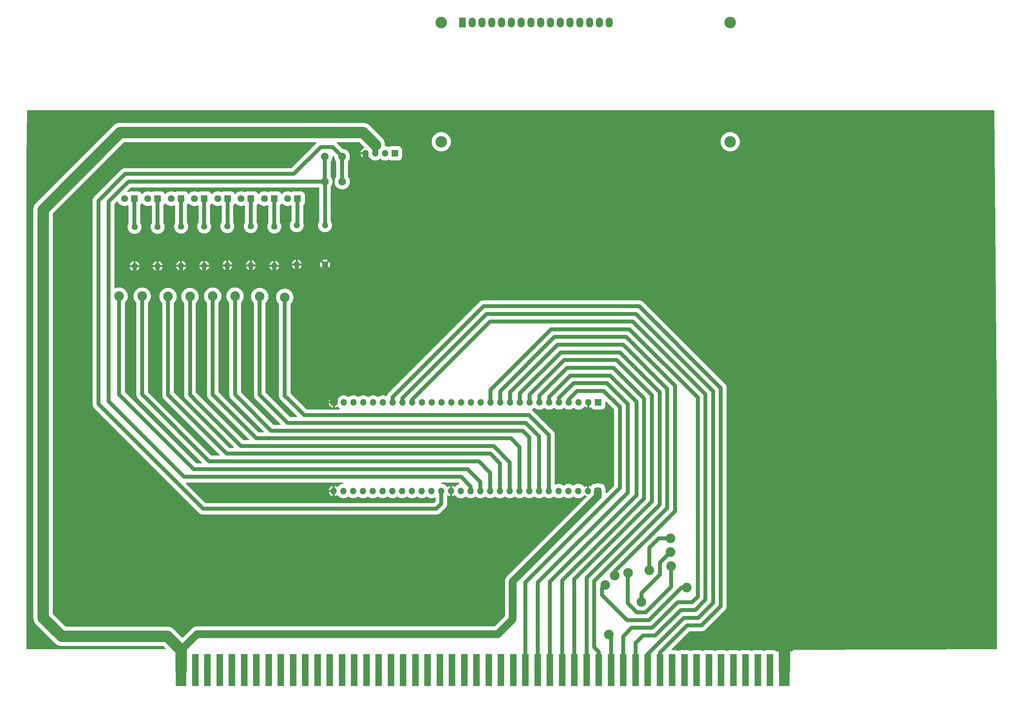
<source format=gbr>
%TF.GenerationSoftware,KiCad,Pcbnew,9.0.2-9.0.2-0~ubuntu22.04.1*%
%TF.CreationDate,2025-06-11T10:07:55-03:00*%
%TF.ProjectId,ram_tester,72616d5f-7465-4737-9465-722e6b696361,rev?*%
%TF.SameCoordinates,Original*%
%TF.FileFunction,Copper,L2,Bot*%
%TF.FilePolarity,Positive*%
%FSLAX46Y46*%
G04 Gerber Fmt 4.6, Leading zero omitted, Abs format (unit mm)*
G04 Created by KiCad (PCBNEW 9.0.2-9.0.2-0~ubuntu22.04.1) date 2025-06-11 10:07:55*
%MOMM*%
%LPD*%
G01*
G04 APERTURE LIST*
%TA.AperFunction,ComponentPad*%
%ADD10C,1.600000*%
%TD*%
%TA.AperFunction,ComponentPad*%
%ADD11O,1.600000X1.600000*%
%TD*%
%TA.AperFunction,ComponentPad*%
%ADD12R,1.800000X1.800000*%
%TD*%
%TA.AperFunction,ComponentPad*%
%ADD13C,1.800000*%
%TD*%
%TA.AperFunction,ComponentPad*%
%ADD14R,1.700000X1.700000*%
%TD*%
%TA.AperFunction,ComponentPad*%
%ADD15O,1.700000X1.700000*%
%TD*%
%TA.AperFunction,ComponentPad*%
%ADD16C,3.000000*%
%TD*%
%TA.AperFunction,ComponentPad*%
%ADD17R,1.800000X2.600000*%
%TD*%
%TA.AperFunction,ComponentPad*%
%ADD18O,1.800000X2.600000*%
%TD*%
%TA.AperFunction,ConnectorPad*%
%ADD19R,2.794000X8.382000*%
%TD*%
%TA.AperFunction,ConnectorPad*%
%ADD20R,1.778000X8.382000*%
%TD*%
%TA.AperFunction,ComponentPad*%
%ADD21C,2.000000*%
%TD*%
%TA.AperFunction,ViaPad*%
%ADD22C,2.500000*%
%TD*%
%TA.AperFunction,Conductor*%
%ADD23C,3.000000*%
%TD*%
%TA.AperFunction,Conductor*%
%ADD24C,2.000000*%
%TD*%
%TA.AperFunction,Conductor*%
%ADD25C,1.000000*%
%TD*%
%TA.AperFunction,Conductor*%
%ADD26C,1.500000*%
%TD*%
G04 APERTURE END LIST*
D10*
%TO.P,R6,1*%
%TO.N,Net-(D6-K)*%
X60850000Y-42320000D03*
D11*
%TO.P,R6,2*%
%TO.N,GND*%
X60850000Y-52480000D03*
%TD*%
D10*
%TO.P,R2,1*%
%TO.N,Net-(D2-K)*%
X85050000Y-42320000D03*
D11*
%TO.P,R2,2*%
%TO.N,GND*%
X85050000Y-52480000D03*
%TD*%
D12*
%TO.P,D6,1,K*%
%TO.N,Net-(D6-K)*%
X60800000Y-35075000D03*
D13*
%TO.P,D6,2,A*%
%TO.N,Net-(D6-A)*%
X58260000Y-35075000D03*
%TD*%
D10*
%TO.P,R5,1*%
%TO.N,Net-(D5-K)*%
X66850000Y-42320000D03*
D11*
%TO.P,R5,2*%
%TO.N,GND*%
X66850000Y-52480000D03*
%TD*%
D14*
%TO.P,J1,1,Pin_1*%
%TO.N,Net-(J1-Pin_1)*%
X116350000Y-23300000D03*
D15*
%TO.P,J1,2,Pin_2*%
%TO.N,Net-(J1-Pin_2)*%
X113810000Y-23300000D03*
%TO.P,J1,3,Pin_3*%
%TO.N,+5V*%
X111270000Y-23300000D03*
%TO.P,J1,4,Pin_4*%
%TO.N,GND*%
X108730000Y-23300000D03*
%TD*%
D16*
%TO.P,DS1,*%
%TO.N,*%
X128400900Y10700000D03*
X128400900Y-20300700D03*
X203399480Y-20300700D03*
X203400000Y10700000D03*
D17*
%TO.P,DS1,1,VSS*%
%TO.N,unconnected-(DS1-VSS-Pad1)*%
X133900000Y10700000D03*
D18*
%TO.P,DS1,2,VDD*%
%TO.N,unconnected-(DS1-VDD-Pad2)*%
X136440000Y10700000D03*
%TO.P,DS1,3,VO*%
%TO.N,unconnected-(DS1-VO-Pad3)*%
X138980000Y10700000D03*
%TO.P,DS1,4,RS*%
%TO.N,unconnected-(DS1-RS-Pad4)*%
X141520000Y10700000D03*
%TO.P,DS1,5,R/W*%
%TO.N,unconnected-(DS1-R{slash}W-Pad5)*%
X144060000Y10700000D03*
%TO.P,DS1,6,E*%
%TO.N,unconnected-(DS1-E-Pad6)*%
X146600000Y10700000D03*
%TO.P,DS1,7,D0*%
%TO.N,unconnected-(DS1-D0-Pad7)*%
X149140000Y10700000D03*
%TO.P,DS1,8,D1*%
%TO.N,unconnected-(DS1-D1-Pad8)*%
X151680000Y10700000D03*
%TO.P,DS1,9,D2*%
%TO.N,unconnected-(DS1-D2-Pad9)*%
X154220000Y10700000D03*
%TO.P,DS1,10,D3*%
%TO.N,unconnected-(DS1-D3-Pad10)*%
X156760000Y10700000D03*
%TO.P,DS1,11,D4*%
%TO.N,unconnected-(DS1-D4-Pad11)*%
X159300000Y10700000D03*
%TO.P,DS1,12,D5*%
%TO.N,unconnected-(DS1-D5-Pad12)*%
X161840000Y10700000D03*
%TO.P,DS1,13,D6*%
%TO.N,unconnected-(DS1-D6-Pad13)*%
X164380000Y10700000D03*
%TO.P,DS1,14,D7*%
%TO.N,unconnected-(DS1-D7-Pad14)*%
X166920000Y10700000D03*
%TO.P,DS1,15,LED(+)*%
%TO.N,unconnected-(DS1-LED(+)-Pad15)*%
X169460000Y10700000D03*
%TO.P,DS1,16,LED(-)*%
%TO.N,unconnected-(DS1-LED(-)-Pad16)*%
X172000000Y10700000D03*
%TD*%
D19*
%TO.P,U2,51*%
%TO.N,+5V*%
X60839863Y-157499300D03*
D20*
%TO.P,U2,52*%
%TO.N,unconnected-(U2-Pad52)*%
X64522863Y-157499300D03*
%TO.P,U2,53*%
%TO.N,unconnected-(U2-Pad53)*%
X67697863Y-157499300D03*
%TO.P,U2,54*%
%TO.N,unconnected-(U2-Pad54)*%
X70872863Y-157499300D03*
%TO.P,U2,55*%
%TO.N,unconnected-(U2-Pad55)*%
X74047863Y-157499300D03*
%TO.P,U2,56*%
%TO.N,unconnected-(U2-Pad56)*%
X77222863Y-157499300D03*
%TO.P,U2,57*%
%TO.N,unconnected-(U2-Pad57)*%
X80397863Y-157499300D03*
%TO.P,U2,58*%
%TO.N,unconnected-(U2-Pad58)*%
X83572863Y-157499300D03*
%TO.P,U2,59*%
%TO.N,unconnected-(U2-Pad59)*%
X86747863Y-157499300D03*
%TO.P,U2,60*%
%TO.N,unconnected-(U2-Pad60)*%
X89922863Y-157499300D03*
%TO.P,U2,61*%
%TO.N,unconnected-(U2-Pad61)*%
X93097863Y-157499300D03*
%TO.P,U2,62*%
%TO.N,unconnected-(U2-Pad62)*%
X96272863Y-157499300D03*
%TO.P,U2,63*%
%TO.N,unconnected-(U2-Pad63)*%
X99447863Y-157499300D03*
%TO.P,U2,64*%
%TO.N,unconnected-(U2-Pad64)*%
X102622863Y-157499300D03*
%TO.P,U2,65*%
%TO.N,unconnected-(U2-Pad65)*%
X105797863Y-157499300D03*
%TO.P,U2,66*%
%TO.N,unconnected-(U2-Pad66)*%
X108972863Y-157499300D03*
%TO.P,U2,67*%
%TO.N,unconnected-(U2-Pad67)*%
X112147863Y-157499300D03*
%TO.P,U2,68*%
%TO.N,unconnected-(U2-Pad68)*%
X115322863Y-157499300D03*
%TO.P,U2,69*%
%TO.N,unconnected-(U2-Pad69)*%
X118497863Y-157499300D03*
%TO.P,U2,70*%
%TO.N,unconnected-(U2-Pad70)*%
X121672863Y-157499300D03*
%TO.P,U2,71*%
%TO.N,unconnected-(U2-Pad71)*%
X124847863Y-157499300D03*
%TO.P,U2,72*%
%TO.N,unconnected-(U2-Pad72)*%
X128022863Y-157499300D03*
%TO.P,U2,73*%
%TO.N,unconnected-(U2-Pad73)*%
X131197863Y-157499300D03*
%TO.P,U2,74*%
%TO.N,unconnected-(U2-Pad74)*%
X134372863Y-157499300D03*
%TO.P,U2,75*%
%TO.N,unconnected-(U2-Pad75)*%
X137547863Y-157499300D03*
%TO.P,U2,76*%
%TO.N,unconnected-(U2-Pad76)*%
X140722863Y-157499300D03*
%TO.P,U2,77*%
%TO.N,unconnected-(U2-Pad77)*%
X143897863Y-157499300D03*
%TO.P,U2,78*%
%TO.N,unconnected-(U2-Pad78)*%
X147072863Y-157499300D03*
%TO.P,U2,79*%
%TO.N,Net-(U1A-0)*%
X150247863Y-157499300D03*
%TO.P,U2,80*%
%TO.N,Net-(U1A-1)*%
X153422863Y-157499300D03*
%TO.P,U2,81*%
%TO.N,Net-(U1A-2)*%
X156597863Y-157499300D03*
%TO.P,U2,82*%
%TO.N,Net-(U1A-3)*%
X159772863Y-157499300D03*
%TO.P,U2,83*%
%TO.N,Net-(U1A-4)*%
X162947863Y-157499300D03*
%TO.P,U2,84*%
%TO.N,Net-(U1A-5)*%
X166122863Y-157499300D03*
%TO.P,U2,85*%
%TO.N,Net-(U1A-6)*%
X169297863Y-157499300D03*
%TO.P,U2,86*%
%TO.N,Net-(U1A-7)*%
X172472863Y-157499300D03*
%TO.P,U2,87*%
%TO.N,Net-(U1A-8)*%
X175647863Y-157499300D03*
%TO.P,U2,88*%
%TO.N,Net-(U1A-16)*%
X178822863Y-157499300D03*
%TO.P,U2,89*%
%TO.N,Net-(U1A-17)*%
X181997863Y-157499300D03*
%TO.P,U2,90*%
%TO.N,Net-(U1A-18)*%
X185172863Y-157499300D03*
%TO.P,U2,91*%
%TO.N,unconnected-(U2-Pad91)*%
X188347863Y-157499300D03*
%TO.P,U2,92*%
%TO.N,unconnected-(U2-Pad92)*%
X191522863Y-157499300D03*
%TO.P,U2,93*%
%TO.N,unconnected-(U2-Pad93)*%
X194697863Y-157499300D03*
%TO.P,U2,94*%
%TO.N,unconnected-(U2-Pad94)*%
X197872863Y-157499300D03*
%TO.P,U2,95*%
%TO.N,unconnected-(U2-Pad95)*%
X201047863Y-157499300D03*
%TO.P,U2,96*%
%TO.N,unconnected-(U2-Pad96)*%
X204222863Y-157499300D03*
%TO.P,U2,97*%
%TO.N,unconnected-(U2-Pad97)*%
X207397863Y-157499300D03*
%TO.P,U2,98*%
%TO.N,unconnected-(U2-Pad98)*%
X210572863Y-157499300D03*
%TO.P,U2,99*%
%TO.N,unconnected-(U2-Pad99)*%
X213747863Y-157499300D03*
D19*
%TO.P,U2,100*%
%TO.N,GND*%
X217430863Y-157499300D03*
%TD*%
D10*
%TO.P,R3,1*%
%TO.N,Net-(D3-K)*%
X78950000Y-42220000D03*
D11*
%TO.P,R3,2*%
%TO.N,GND*%
X78950000Y-52380000D03*
%TD*%
D14*
%TO.P,U1,1,vout*%
%TO.N,unconnected-(U1A-vout-Pad1)*%
X169102863Y-87999300D03*
D15*
%TO.P,U1,2,GND*%
%TO.N,GND*%
X166562863Y-87999300D03*
%TO.P,U1,3,3.3V*%
%TO.N,+3.3V*%
X164022863Y-87999300D03*
%TO.P,U1,4,0*%
%TO.N,Net-(U1A-0)*%
X161482863Y-87999300D03*
%TO.P,U1,5,1*%
%TO.N,Net-(U1A-1)*%
X158942863Y-87999300D03*
%TO.P,U1,6,2*%
%TO.N,Net-(U1A-2)*%
X156402863Y-87999300D03*
%TO.P,U1,7,3*%
%TO.N,Net-(U1A-3)*%
X153862863Y-87999300D03*
%TO.P,U1,8,4*%
%TO.N,Net-(U1A-4)*%
X151322863Y-87999300D03*
%TO.P,U1,9,5*%
%TO.N,Net-(U1A-5)*%
X148782863Y-87999300D03*
%TO.P,U1,10,6*%
%TO.N,Net-(U1A-6)*%
X146242863Y-87999300D03*
%TO.P,U1,11,7*%
%TO.N,Net-(U1A-7)*%
X143702863Y-87999300D03*
%TO.P,U1,12,8*%
%TO.N,Net-(U1A-8)*%
X141162863Y-87999300D03*
%TO.P,U1,13,9*%
%TO.N,Net-(U1A-9)*%
X138622863Y-87999300D03*
%TO.P,U1,14,10*%
%TO.N,Net-(U1A-10)*%
X136082863Y-87999300D03*
%TO.P,U1,15,11*%
%TO.N,Net-(U1A-11)*%
X133542863Y-87999300D03*
%TO.P,U1,16,12*%
%TO.N,Net-(U1A-12)*%
X131002863Y-87999300D03*
%TO.P,U1,17,13*%
%TO.N,Net-(U1A-13)*%
X128462863Y-87999300D03*
%TO.P,U1,18,14*%
%TO.N,Net-(U1A-14)*%
X125922863Y-87999300D03*
%TO.P,U1,19,15*%
%TO.N,Net-(U1A-15)*%
X123382863Y-87999300D03*
%TO.P,U1,20,16*%
%TO.N,Net-(U1A-16)*%
X120842863Y-87999300D03*
%TO.P,U1,21,17*%
%TO.N,Net-(U1A-17)*%
X118302863Y-87999300D03*
%TO.P,U1,22,18*%
%TO.N,Net-(U1A-18)*%
X115762863Y-87999300D03*
%TO.P,U1,23,19*%
%TO.N,Net-(U1A-19)*%
X113222863Y-87999300D03*
%TO.P,U1,24,20*%
%TO.N,Net-(U1A-20)*%
X110682863Y-87999300D03*
%TO.P,U1,25,21*%
%TO.N,Net-(U1A-21)*%
X108142863Y-87999300D03*
%TO.P,U1,26,22*%
%TO.N,Net-(U1A-22)*%
X105602863Y-87999300D03*
%TO.P,U1,27,23*%
%TO.N,Net-(U1A-23)*%
X103062863Y-87999300D03*
%TO.P,U1,28,GND*%
%TO.N,GND*%
X100522863Y-87999300D03*
D14*
%TO.P,U1,29,vin*%
%TO.N,+5V*%
X169052863Y-110999300D03*
D15*
%TO.P,U1,30,GND*%
%TO.N,GND*%
X166512863Y-110999300D03*
%TO.P,U1,31,3.3V*%
%TO.N,+3.3V*%
X163972863Y-110999300D03*
%TO.P,U1,32,29/TX*%
%TO.N,Net-(J1-Pin_1)*%
X161432863Y-110999300D03*
%TO.P,U1,33,28/RX*%
%TO.N,Net-(J1-Pin_2)*%
X158892863Y-110999300D03*
%TO.P,U1,34,44/A0*%
%TO.N,Net-(D1-A)*%
X156352863Y-110999300D03*
%TO.P,U1,35,43/A1*%
%TO.N,Net-(D2-A)*%
X153812863Y-110999300D03*
%TO.P,U1,36,42/A2*%
%TO.N,Net-(D3-A)*%
X151272863Y-110999300D03*
%TO.P,U1,37,41/A3*%
%TO.N,Net-(D4-A)*%
X148732863Y-110999300D03*
%TO.P,U1,38,40/A4*%
%TO.N,Net-(D5-A)*%
X146192863Y-110999300D03*
%TO.P,U1,39,39/A5*%
%TO.N,Net-(D6-A)*%
X143652863Y-110999300D03*
%TO.P,U1,40,38/A6*%
%TO.N,Net-(D7-A)*%
X141112863Y-110999300D03*
%TO.P,U1,41,37/A7*%
%TO.N,Net-(D8-A)*%
X138572863Y-110999300D03*
%TO.P,U1,42,36/A8*%
%TO.N,Net-(U1A-36{slash}A8)*%
X136032863Y-110999300D03*
%TO.P,U1,43,35/A9*%
%TO.N,unconnected-(U1A-35{slash}A9-Pad43)*%
X133492863Y-110999300D03*
%TO.P,U1,44,GND*%
%TO.N,GND*%
X130952863Y-110999300D03*
%TO.P,U1,45,3.3V*%
%TO.N,+3.3V*%
X128412863Y-110999300D03*
%TO.P,U1,46,RESET*%
%TO.N,unconnected-(U1A-RESET-Pad46)*%
X125872863Y-110999300D03*
%TO.P,U1,47,34/A10*%
%TO.N,unconnected-(U1A-34{slash}A10-Pad47)*%
X123332863Y-110999300D03*
%TO.P,U1,48,33/A11*%
%TO.N,unconnected-(U1A-33{slash}A11-Pad48)*%
X120792863Y-110999300D03*
%TO.P,U1,49,32/A12*%
%TO.N,unconnected-(U1A-32{slash}A12-Pad49)*%
X118252863Y-110999300D03*
%TO.P,U1,50,31/A13*%
%TO.N,Net-(U1A-31{slash}A13)*%
X115712863Y-110999300D03*
%TO.P,U1,51,30/A14*%
%TO.N,Net-(U1A-30{slash}A14)*%
X113172863Y-110999300D03*
%TO.P,U1,52,27*%
%TO.N,unconnected-(U1A-27-Pad52)*%
X110632863Y-110999300D03*
%TO.P,U1,53,26*%
%TO.N,unconnected-(U1A-26-Pad53)*%
X108092863Y-110999300D03*
%TO.P,U1,54,25*%
%TO.N,unconnected-(U1A-25-Pad54)*%
X105552863Y-110999300D03*
%TO.P,U1,55,24*%
%TO.N,unconnected-(U1A-24-Pad55)*%
X103012863Y-110999300D03*
%TO.P,U1,56,GND*%
%TO.N,GND*%
X100472863Y-110999300D03*
%TD*%
D10*
%TO.P,R4,1*%
%TO.N,Net-(D4-K)*%
X72850000Y-42220000D03*
D11*
%TO.P,R4,2*%
%TO.N,GND*%
X72850000Y-52380000D03*
%TD*%
D12*
%TO.P,D2,1,K*%
%TO.N,Net-(D2-K)*%
X85000000Y-35075000D03*
D13*
%TO.P,D2,2,A*%
%TO.N,Net-(D2-A)*%
X82460000Y-35075000D03*
%TD*%
D10*
%TO.P,R8,1*%
%TO.N,Net-(D8-K)*%
X48750000Y-42420000D03*
D11*
%TO.P,R8,2*%
%TO.N,GND*%
X48750000Y-52580000D03*
%TD*%
D12*
%TO.P,D1,1,K*%
%TO.N,Net-(D1-K)*%
X91050000Y-35075000D03*
D13*
%TO.P,D1,2,A*%
%TO.N,Net-(D1-A)*%
X88510000Y-35075000D03*
%TD*%
D12*
%TO.P,D5,1,K*%
%TO.N,Net-(D5-K)*%
X66850000Y-35075000D03*
D13*
%TO.P,D5,2,A*%
%TO.N,Net-(D5-A)*%
X64310000Y-35075000D03*
%TD*%
D12*
%TO.P,D7,1,K*%
%TO.N,Net-(D7-K)*%
X54750000Y-35075000D03*
D13*
%TO.P,D7,2,A*%
%TO.N,Net-(D7-A)*%
X52210000Y-35075000D03*
%TD*%
D10*
%TO.P,R9,1*%
%TO.N,GND*%
X98200000Y-52180000D03*
D11*
%TO.P,R9,2*%
%TO.N,Net-(U1A-36{slash}A8)*%
X98200000Y-42020000D03*
%TD*%
D10*
%TO.P,R1,1*%
%TO.N,Net-(D1-K)*%
X90850000Y-42020000D03*
D11*
%TO.P,R1,2*%
%TO.N,GND*%
X90850000Y-52180000D03*
%TD*%
D10*
%TO.P,R7,1*%
%TO.N,Net-(D7-K)*%
X54750000Y-42420000D03*
D11*
%TO.P,R7,2*%
%TO.N,GND*%
X54750000Y-52580000D03*
%TD*%
D12*
%TO.P,D4,1,K*%
%TO.N,Net-(D4-K)*%
X72900000Y-35075000D03*
D13*
%TO.P,D4,2,A*%
%TO.N,Net-(D4-A)*%
X70360000Y-35075000D03*
%TD*%
D21*
%TO.P,SW1,1,1*%
%TO.N,Net-(U1A-36{slash}A8)*%
X98150000Y-30650000D03*
X98150000Y-24150000D03*
%TO.P,SW1,2,2*%
%TO.N,+3.3V*%
X102650000Y-30650000D03*
X102650000Y-24150000D03*
%TD*%
D12*
%TO.P,D3,1,K*%
%TO.N,Net-(D3-K)*%
X78950000Y-35075000D03*
D13*
%TO.P,D3,2,A*%
%TO.N,Net-(D3-A)*%
X76410000Y-35075000D03*
%TD*%
D12*
%TO.P,D8,1,K*%
%TO.N,Net-(D8-K)*%
X48700000Y-35075000D03*
D13*
%TO.P,D8,2,A*%
%TO.N,Net-(D8-A)*%
X46160000Y-35075000D03*
%TD*%
D22*
%TO.N,Net-(U1A-22)*%
X188091903Y-130518340D03*
X176921863Y-132288594D03*
%TO.N,Net-(U1A-23)*%
X170977590Y-135403027D03*
X192145286Y-136056470D03*
%TO.N,Net-(D4-A)*%
X69050000Y-60400000D03*
%TO.N,Net-(U1A-21)*%
X187922863Y-126798292D03*
X180329974Y-139759528D03*
%TO.N,Net-(D6-A)*%
X57450000Y-60500000D03*
%TO.N,Net-(D5-A)*%
X63150000Y-60500000D03*
%TO.N,Net-(U1A-7)*%
X171872863Y-148299300D03*
X173452466Y-132928151D03*
%TO.N,Net-(D1-A)*%
X87750000Y-60700000D03*
%TO.N,Net-(D2-A)*%
X81250000Y-60500000D03*
%TO.N,Net-(D7-A)*%
X50750000Y-60400000D03*
%TO.N,Net-(D8-A)*%
X44750000Y-60400000D03*
%TO.N,Net-(U1A-20)*%
X187922863Y-123298289D03*
X182422863Y-131538386D03*
%TO.N,Net-(D3-A)*%
X74850000Y-60400000D03*
%TD*%
D23*
%TO.N,GND*%
X179524600Y-58099300D02*
X134600000Y-58099300D01*
D24*
X75300000Y-56750000D02*
X68900000Y-56750000D01*
X124384863Y-60487300D02*
X124413420Y-60487300D01*
D25*
X75300000Y-56750000D02*
X72850000Y-54300000D01*
D23*
X108700000Y-52000000D02*
X108700000Y-26360000D01*
D25*
X90850000Y-52180000D02*
X90850000Y-54600000D01*
D24*
X88900000Y-56750000D02*
X87800000Y-56750000D01*
D23*
X217430863Y-96005563D02*
X179524600Y-58099300D01*
D25*
X85050000Y-54000000D02*
X85050000Y-52480000D01*
D24*
X93000000Y-56750000D02*
X100800000Y-56750000D01*
X81300000Y-56750000D02*
X75300000Y-56750000D01*
X113450000Y-56750000D02*
X114799300Y-58099300D01*
D25*
X72850000Y-54300000D02*
X72850000Y-52380000D01*
X68900000Y-56750000D02*
X66850000Y-54700000D01*
D23*
X134600000Y-58099300D02*
X114799300Y-58099300D01*
D25*
X63000000Y-56750000D02*
X60850000Y-54600000D01*
D24*
X63000000Y-56750000D02*
X56400000Y-56750000D01*
D25*
X90850000Y-54600000D02*
X93000000Y-56750000D01*
D24*
X124413420Y-60487300D02*
X126801420Y-58099300D01*
D25*
X81300000Y-56750000D02*
X78950000Y-54400000D01*
X56400000Y-56750000D02*
X54750000Y-55100000D01*
D24*
X124384863Y-60487300D02*
X112087142Y-72785022D01*
D23*
X134600000Y-58099300D02*
X126801420Y-58099300D01*
X217430863Y-157499300D02*
X217430863Y-96005563D01*
X114799300Y-58099300D02*
X108700000Y-52000000D01*
D25*
X60850000Y-54600000D02*
X60850000Y-52480000D01*
D24*
X112087142Y-72785022D02*
X103122863Y-81749300D01*
D25*
X48750000Y-55400000D02*
X48750000Y-52580000D01*
D24*
X88900000Y-56750000D02*
X93000000Y-56750000D01*
D25*
X87800000Y-56750000D02*
X85050000Y-54000000D01*
D24*
X100800000Y-56750000D02*
X113450000Y-56750000D01*
X87800000Y-56750000D02*
X81300000Y-56750000D01*
D25*
X102722863Y-82149300D02*
X103122863Y-81749300D01*
X54750000Y-55100000D02*
X54750000Y-52580000D01*
D24*
X100522863Y-84349300D02*
X100522863Y-87999300D01*
D25*
X50100000Y-56750000D02*
X48750000Y-55400000D01*
X98200000Y-52180000D02*
X98200000Y-54150000D01*
X108730000Y-26330000D02*
X108800000Y-26400000D01*
X50100000Y-56750000D02*
X56400000Y-56750000D01*
X66850000Y-54700000D02*
X66850000Y-52480000D01*
X98200000Y-54150000D02*
X100800000Y-56750000D01*
X78950000Y-54400000D02*
X78950000Y-52380000D01*
D23*
X108700000Y-26360000D02*
X108730000Y-26330000D01*
D26*
X108730000Y-23300000D02*
X108730000Y-26330000D01*
D24*
X103122863Y-81749300D02*
X100522863Y-84349300D01*
D25*
X102422863Y-82449300D02*
X103122863Y-81749300D01*
D24*
X68900000Y-56750000D02*
X63000000Y-56750000D01*
D25*
%TO.N,Net-(U1A-22)*%
X179190472Y-142510528D02*
X176771757Y-140091813D01*
X176771757Y-140091813D02*
X176771757Y-132438700D01*
X188091903Y-130518340D02*
X188091903Y-135888101D01*
X188091903Y-135888101D02*
X181469476Y-142510528D01*
X181469476Y-142510528D02*
X179190472Y-142510528D01*
X187922863Y-130687380D02*
X188091903Y-130518340D01*
X176771757Y-132438700D02*
X176921863Y-132288594D01*
%TO.N,Net-(U1A-23)*%
X176605249Y-144511528D02*
X170146863Y-138053142D01*
X190753376Y-136056470D02*
X182298317Y-144511528D01*
X182298317Y-144511528D02*
X176605249Y-144511528D01*
X170146863Y-138053142D02*
X170146863Y-136233754D01*
X192145286Y-136056470D02*
X190753376Y-136056470D01*
X170146863Y-136233754D02*
X170977590Y-135403027D01*
%TO.N,Net-(D4-A)*%
X80404420Y-97302300D02*
X70451060Y-87348940D01*
X148732863Y-99559300D02*
X146475863Y-97302300D01*
X146475863Y-97302300D02*
X80404420Y-97302300D01*
X148732863Y-110999300D02*
X148732863Y-99559300D01*
X69050000Y-60400000D02*
X69050000Y-85947880D01*
X69050000Y-85947880D02*
X70451060Y-87348940D01*
%TO.N,Net-(U1A-21)*%
X185173863Y-129547292D02*
X187922863Y-126798292D01*
X180329974Y-137521777D02*
X185173863Y-132677888D01*
X180329974Y-139759528D02*
X180329974Y-137521777D01*
X185173863Y-132677888D02*
X185173863Y-129547292D01*
%TO.N,Net-(U1A-8)*%
X193472863Y-139899300D02*
X194972863Y-138399300D01*
X177859635Y-146512528D02*
X183127158Y-146512528D01*
X141162863Y-84768331D02*
X141162863Y-87999300D01*
X156939894Y-68991300D02*
X141162863Y-84768331D01*
X175647863Y-157499300D02*
X175647863Y-148724300D01*
X186128814Y-143510873D02*
X189740386Y-139899300D01*
X183127158Y-146512528D02*
X186128814Y-143510873D01*
X177243915Y-68991302D02*
X156939894Y-68991300D01*
X189740386Y-139899300D02*
X193472863Y-139899300D01*
X175647863Y-148724300D02*
X177859635Y-146512528D01*
X194972863Y-86720250D02*
X177243915Y-68991302D01*
X194972863Y-138399300D02*
X194972863Y-86720250D01*
%TO.N,Net-(U1A-6)*%
X169297863Y-152724300D02*
X169297863Y-157499300D01*
X175586231Y-72993301D02*
X158597576Y-72993300D01*
X146242863Y-85348013D02*
X146242863Y-87999300D01*
X187077863Y-112999300D02*
X187077863Y-84484936D01*
X168123863Y-151550300D02*
X169297863Y-152724300D01*
X168123863Y-134367665D02*
X168123863Y-151550300D01*
X187077863Y-115413667D02*
X168123863Y-134367665D01*
X158597576Y-72993300D02*
X146242863Y-85348013D01*
X187077863Y-112999300D02*
X187077863Y-115413667D01*
X187077863Y-84484936D02*
X175586231Y-72993301D01*
%TO.N,Net-(U1A-0)*%
X163698046Y-84999300D02*
X170572863Y-84999300D01*
X174772863Y-89199300D02*
X174772863Y-110199300D01*
X170572863Y-84999300D02*
X174772863Y-89199300D01*
X161482863Y-87999300D02*
X161482863Y-87214483D01*
X161482863Y-87214483D02*
X163698046Y-84999300D01*
X150247863Y-134724300D02*
X150247863Y-157499300D01*
X174772863Y-110199300D02*
X150247863Y-134724300D01*
%TO.N,Net-(U1A-5)*%
X166122863Y-133538823D02*
X185076863Y-114584825D01*
X185076863Y-114584825D02*
X185076863Y-85313777D01*
X148782863Y-85637854D02*
X148782863Y-87999300D01*
X166122863Y-157499300D02*
X166122863Y-133538823D01*
X185076863Y-85313777D02*
X174757390Y-74994301D01*
X159426418Y-74994300D02*
X148782863Y-85637854D01*
X174757390Y-74994301D02*
X159426418Y-74994300D01*
%TO.N,Net-(U1A-16)*%
X178822863Y-150449300D02*
X178822863Y-157499300D01*
X180758635Y-148513528D02*
X178822863Y-150449300D01*
X178072755Y-66990300D02*
X196973863Y-85891409D01*
X141067046Y-66990300D02*
X178072755Y-66990300D01*
X194301704Y-141900300D02*
X190569227Y-141900300D01*
X183955999Y-148513528D02*
X180758635Y-148513528D01*
X190569227Y-141900300D02*
X183955999Y-148513528D01*
X120842863Y-87214483D02*
X141067046Y-66990300D01*
X120842863Y-87999300D02*
X120842863Y-87214483D01*
X196973863Y-85891409D02*
X196973863Y-139228142D01*
X196973863Y-139228142D02*
X194301704Y-141900300D01*
%TO.N,Net-(D6-A)*%
X143652863Y-110999300D02*
X143652863Y-103809142D01*
X141148021Y-101304300D02*
X72706420Y-101304300D01*
X72706420Y-101304300D02*
X58851060Y-87448940D01*
X57450000Y-86047880D02*
X58851060Y-87448940D01*
X143652863Y-103809142D02*
X141148021Y-101304300D01*
X57450000Y-60500000D02*
X57450000Y-86047880D01*
%TO.N,Net-(D5-A)*%
X141976863Y-99303300D02*
X76405420Y-99303300D01*
X146192863Y-110999300D02*
X146192863Y-103519300D01*
X76405420Y-99303300D02*
X64951060Y-87848940D01*
X63150000Y-60500000D02*
X63150000Y-86047880D01*
X146192863Y-103519300D02*
X141976863Y-99303300D01*
X63150000Y-86047880D02*
X64951060Y-87848940D01*
%TO.N,Net-(U1A-17)*%
X118302863Y-86869300D02*
X118302863Y-87999300D01*
X140182863Y-64989300D02*
X118302863Y-86869300D01*
X181997863Y-153301506D02*
X191398069Y-143901300D01*
X198974863Y-140056983D02*
X198974863Y-85062567D01*
X195130545Y-143901300D02*
X198974863Y-140056983D01*
X181997863Y-157499300D02*
X181997863Y-153301506D01*
X191398069Y-143901300D02*
X195130545Y-143901300D01*
X198974863Y-85062567D02*
X178901596Y-64989300D01*
X178901596Y-64989300D02*
X140182863Y-64989300D01*
%TO.N,Net-(U1A-1)*%
X158942863Y-86797219D02*
X162741782Y-82998300D01*
X158942863Y-87999300D02*
X158942863Y-86797219D01*
X176773863Y-88370459D02*
X176773863Y-111398300D01*
X171401705Y-82998300D02*
X176773863Y-88370459D01*
X162741782Y-82998300D02*
X171401705Y-82998300D01*
X153422863Y-134749300D02*
X153422863Y-157499300D01*
X176773863Y-111398300D02*
X153422863Y-134749300D01*
%TO.N,Net-(U1A-7)*%
X173452466Y-131868904D02*
X173452466Y-132928151D01*
X143702863Y-87999300D02*
X143702863Y-85058172D01*
X143702863Y-85058172D02*
X157768735Y-70992300D01*
X189078863Y-83656095D02*
X189078863Y-116242509D01*
X157768735Y-70992300D02*
X176415073Y-70992302D01*
X172472863Y-148899300D02*
X172472863Y-157499300D01*
X171872863Y-148299300D02*
X172472863Y-148899300D01*
X176415073Y-70992302D02*
X189078863Y-83656095D01*
X189078863Y-116242509D02*
X173452466Y-131868904D01*
%TO.N,Net-(D1-A)*%
X92801420Y-91299300D02*
X88801060Y-87298940D01*
X156352863Y-96479300D02*
X151172863Y-91299300D01*
X156352863Y-110999300D02*
X156352863Y-96479300D01*
X87750000Y-86247880D02*
X88801060Y-87298940D01*
X151172863Y-91299300D02*
X92801420Y-91299300D01*
X87750000Y-60700000D02*
X87750000Y-86247880D01*
%TO.N,Net-(U1A-18)*%
X139354021Y-62988300D02*
X115762863Y-86579458D01*
X185172863Y-152956346D02*
X192226911Y-145902300D01*
X115762863Y-86579458D02*
X115762863Y-87999300D01*
X179730437Y-62988300D02*
X139354021Y-62988300D01*
X200975863Y-140885824D02*
X200975863Y-84233725D01*
X185172863Y-157499300D02*
X185172863Y-152956346D01*
X195959386Y-145902300D02*
X200975863Y-140885824D01*
X192226911Y-145902300D02*
X195959386Y-145902300D01*
X200975863Y-84233725D02*
X179730437Y-62988300D01*
D24*
%TO.N,+5V*%
X146951420Y-144285571D02*
X146951420Y-134488952D01*
D23*
X108069030Y-17900000D02*
X45000000Y-17900000D01*
X45000000Y-17900000D02*
X25001420Y-37898580D01*
X25001420Y-37898580D02*
X25001420Y-97499300D01*
D24*
X64983861Y-148164302D02*
X143072689Y-148164302D01*
D23*
X57230863Y-148699300D02*
X60839863Y-152308300D01*
X60839863Y-152308300D02*
X60839863Y-157499300D01*
D24*
X146951420Y-134488952D02*
X169052863Y-112387509D01*
X169052863Y-112387509D02*
X169052863Y-110999300D01*
D23*
X29801420Y-148699300D02*
X57230863Y-148699300D01*
X25001420Y-143899300D02*
X29801420Y-148699300D01*
D26*
X111270000Y-23300000D02*
X111270000Y-21100970D01*
D24*
X143072689Y-148164302D02*
X146951420Y-144285571D01*
D23*
X25001420Y-97499300D02*
X25001420Y-143899300D01*
X111270000Y-21100970D02*
X108069030Y-17900000D01*
D24*
X60839863Y-152308300D02*
X64983861Y-148164302D01*
D23*
X25001420Y-108799300D02*
X25001420Y-97499300D01*
D25*
%TO.N,Net-(D2-A)*%
X81250000Y-86047880D02*
X82601060Y-87398940D01*
X153812863Y-110999300D02*
X153812863Y-96769142D01*
X81250000Y-60500000D02*
X81250000Y-86047880D01*
X153812863Y-96769142D02*
X150344021Y-93300300D01*
X88502420Y-93300300D02*
X82601060Y-87398940D01*
X150344021Y-93300300D02*
X88502420Y-93300300D01*
%TO.N,Net-(D7-A)*%
X138172863Y-103305300D02*
X68107420Y-103305300D01*
X68107420Y-103305300D02*
X51801060Y-86998940D01*
X141112863Y-110999300D02*
X141112863Y-106245300D01*
X141112863Y-106245300D02*
X138172863Y-103305300D01*
X50750000Y-85947880D02*
X51801060Y-86998940D01*
X50750000Y-60400000D02*
X50750000Y-85947880D01*
%TO.N,Net-(U1A-3)*%
X170000704Y-124001300D02*
X159772863Y-134229142D01*
X153862863Y-87999300D02*
X153862863Y-86217537D01*
X181074863Y-86971459D02*
X181074863Y-112927142D01*
X173099705Y-78996300D02*
X181074863Y-86971459D01*
X159772863Y-134229142D02*
X159772863Y-157499300D01*
X181074863Y-112927142D02*
X170000704Y-124001300D01*
X153862863Y-86217537D02*
X161084100Y-78996300D01*
X161084100Y-78996300D02*
X173099705Y-78996300D01*
%TO.N,Net-(D8-A)*%
X64108420Y-105306300D02*
X46401060Y-87598940D01*
X135265863Y-105306300D02*
X64108420Y-105306300D01*
X44750000Y-60400000D02*
X44750000Y-85947880D01*
X138572863Y-110999300D02*
X138572863Y-108613300D01*
X44750000Y-85947880D02*
X46401060Y-87598940D01*
X138572863Y-108613300D02*
X135265863Y-105306300D01*
%TO.N,Net-(U1A-20)*%
X182422863Y-125728350D02*
X182422863Y-131538386D01*
X181972863Y-131988386D02*
X182422863Y-131538386D01*
X187922863Y-123298289D02*
X184852924Y-123298289D01*
X184852924Y-123298289D02*
X182422863Y-125728350D01*
%TO.N,Net-(U1A-2)*%
X156597863Y-134574300D02*
X179073863Y-112098300D01*
X156597863Y-157499300D02*
X156597863Y-134574300D01*
X156402863Y-86507377D02*
X156402863Y-87999300D01*
X172270863Y-80997300D02*
X161912941Y-80997300D01*
X179073863Y-87800300D02*
X172270863Y-80997300D01*
X179073863Y-112098300D02*
X179073863Y-87800300D01*
X161912941Y-80997300D02*
X156402863Y-86507377D01*
%TO.N,Net-(U1A-4)*%
X183075863Y-86142618D02*
X183075863Y-113755984D01*
X183075863Y-113755984D02*
X170829545Y-126002300D01*
X160255259Y-76995300D02*
X173928547Y-76995300D01*
X170829545Y-126002302D02*
X162947863Y-133883984D01*
X162947863Y-133883984D02*
X162947863Y-157499300D01*
X151322863Y-87999300D02*
X151322863Y-85927695D01*
X170829545Y-126002300D02*
X170829545Y-126002302D01*
X173928547Y-76995300D02*
X183075863Y-86142618D01*
X151322863Y-85927695D02*
X160255259Y-76995300D01*
%TO.N,Net-(D3-A)*%
X84203420Y-95301300D02*
X75801060Y-86898940D01*
X151272863Y-97058984D02*
X149515179Y-95301300D01*
X151272863Y-110999300D02*
X151272863Y-97058984D01*
X74850000Y-85947880D02*
X75801060Y-86898940D01*
X74850000Y-60400000D02*
X74850000Y-85947880D01*
X149515179Y-95301300D02*
X84203420Y-95301300D01*
%TO.N,Net-(D8-K)*%
X48700000Y-42370000D02*
X48750000Y-42420000D01*
X48700000Y-35075000D02*
X48700000Y-42370000D01*
%TO.N,Net-(D1-K)*%
X91050000Y-35075000D02*
X91050000Y-41820000D01*
X91050000Y-41820000D02*
X90850000Y-42020000D01*
%TO.N,Net-(D2-K)*%
X85000000Y-42270000D02*
X85050000Y-42320000D01*
X85000000Y-35075000D02*
X85000000Y-42270000D01*
%TO.N,Net-(D3-K)*%
X78950000Y-35075000D02*
X78950000Y-42220000D01*
%TO.N,Net-(D4-K)*%
X72900000Y-35075000D02*
X72900000Y-42170000D01*
X72900000Y-42170000D02*
X72850000Y-42220000D01*
%TO.N,Net-(D5-K)*%
X66850000Y-35075000D02*
X66850000Y-42320000D01*
%TO.N,Net-(D6-K)*%
X60800000Y-35075000D02*
X60800000Y-42270000D01*
X60800000Y-42270000D02*
X60850000Y-42320000D01*
%TO.N,Net-(D7-K)*%
X54750000Y-35075000D02*
X54750000Y-42420000D01*
%TO.N,Net-(U1A-36{slash}A8)*%
X133542944Y-107307300D02*
X136032863Y-109797219D01*
X41999000Y-87699000D02*
X61607300Y-107307300D01*
X98150000Y-30650000D02*
X98150000Y-24150000D01*
X136032863Y-109797219D02*
X136032863Y-110999300D01*
X41999000Y-35840473D02*
X41999000Y-87699000D01*
X98150000Y-30650000D02*
X47189474Y-30650000D01*
X47189474Y-30650000D02*
X41999000Y-35840473D01*
X98200000Y-42020000D02*
X98200000Y-30700000D01*
X62700000Y-107307300D02*
X133542944Y-107307300D01*
X98200000Y-30700000D02*
X98150000Y-30650000D01*
X61600000Y-107307300D02*
X62700000Y-107307300D01*
%TO.N,+3.3V*%
X39369087Y-35640545D02*
X39369087Y-88430913D01*
X97114051Y-21649000D02*
X90114051Y-28649000D01*
X127101420Y-115599300D02*
X128412863Y-114287857D01*
X100149000Y-21649000D02*
X97114051Y-21649000D01*
X128412863Y-114287857D02*
X128412863Y-110999300D01*
X45504816Y-29504816D02*
X39369087Y-35640545D01*
X66537473Y-115599300D02*
X127101420Y-115599300D01*
X90114051Y-28649000D02*
X46360632Y-28649000D01*
X102650000Y-24150000D02*
X100149000Y-21649000D01*
X39369087Y-88430913D02*
X66537473Y-115599300D01*
X102650000Y-30650000D02*
X102650000Y-24150000D01*
X46360632Y-28649000D02*
X45504816Y-29504816D01*
%TD*%
%TA.AperFunction,Conductor*%
%TO.N,GND*%
G36*
X271909785Y-12120431D02*
G01*
X271972122Y-12175657D01*
X272001654Y-12253527D01*
X272002918Y-12273139D01*
X272626796Y-92026095D01*
X272626801Y-92027397D01*
X272647134Y-151926010D01*
X272627231Y-152006879D01*
X272572026Y-152069235D01*
X272494166Y-152098793D01*
X272473462Y-152100069D01*
X220047407Y-152198799D01*
X220047404Y-152198800D01*
X219981971Y-152198800D01*
X219981507Y-152198924D01*
X219981029Y-152198925D01*
X219981025Y-152198925D01*
X219981023Y-152198926D01*
X219918189Y-152215888D01*
X219917881Y-152215971D01*
X219854672Y-152232909D01*
X219854162Y-152233120D01*
X219854160Y-152233120D01*
X219853819Y-152233261D01*
X219829124Y-152247580D01*
X219797274Y-152266048D01*
X219797149Y-152266121D01*
X219740543Y-152298803D01*
X219740243Y-152299033D01*
X219739807Y-152299368D01*
X219739799Y-152299373D01*
X219693784Y-152345563D01*
X219693554Y-152345794D01*
X219647358Y-152391990D01*
X219646908Y-152392576D01*
X219646795Y-152392722D01*
X219614382Y-152449108D01*
X219614220Y-152449390D01*
X219581468Y-152506118D01*
X219581247Y-152506650D01*
X219581216Y-152506725D01*
X219577542Y-152515571D01*
X219577350Y-152516138D01*
X219576861Y-152517331D01*
X219575536Y-152516788D01*
X219541248Y-152579310D01*
X219471853Y-152625356D01*
X219412935Y-152635561D01*
X215451002Y-152630857D01*
X215370164Y-152610830D01*
X215341252Y-152591710D01*
X215204339Y-152480074D01*
X215190270Y-152468602D01*
X215009912Y-152374391D01*
X214814281Y-152318414D01*
X214814280Y-152318413D01*
X214814274Y-152318412D01*
X214694903Y-152307800D01*
X212800829Y-152307800D01*
X212800816Y-152307801D01*
X212681450Y-152318413D01*
X212681447Y-152318413D01*
X212681445Y-152318414D01*
X212485814Y-152374391D01*
X212485812Y-152374391D01*
X212485812Y-152374392D01*
X212305454Y-152468603D01*
X212270320Y-152497251D01*
X212195056Y-152532904D01*
X212111844Y-152529496D01*
X212050406Y-152497251D01*
X212020281Y-152472688D01*
X212015270Y-152468602D01*
X211834912Y-152374391D01*
X211639281Y-152318414D01*
X211639280Y-152318413D01*
X211639274Y-152318412D01*
X211519903Y-152307800D01*
X209625829Y-152307800D01*
X209625816Y-152307801D01*
X209506450Y-152318413D01*
X209506447Y-152318413D01*
X209506445Y-152318414D01*
X209310814Y-152374391D01*
X209310812Y-152374391D01*
X209310812Y-152374392D01*
X209130454Y-152468603D01*
X209095320Y-152497251D01*
X209020056Y-152532904D01*
X208936844Y-152529496D01*
X208875406Y-152497251D01*
X208845281Y-152472688D01*
X208840270Y-152468602D01*
X208659912Y-152374391D01*
X208464281Y-152318414D01*
X208464280Y-152318413D01*
X208464274Y-152318412D01*
X208344903Y-152307800D01*
X206450829Y-152307800D01*
X206450816Y-152307801D01*
X206331450Y-152318413D01*
X206331447Y-152318413D01*
X206331445Y-152318414D01*
X206135814Y-152374391D01*
X206135812Y-152374391D01*
X206135812Y-152374392D01*
X205955454Y-152468603D01*
X205920320Y-152497251D01*
X205845056Y-152532904D01*
X205761844Y-152529496D01*
X205700406Y-152497251D01*
X205670281Y-152472688D01*
X205665270Y-152468602D01*
X205484912Y-152374391D01*
X205289281Y-152318414D01*
X205289280Y-152318413D01*
X205289274Y-152318412D01*
X205169903Y-152307800D01*
X203275829Y-152307800D01*
X203275816Y-152307801D01*
X203156450Y-152318413D01*
X203156447Y-152318413D01*
X203156445Y-152318414D01*
X202960814Y-152374391D01*
X202960812Y-152374391D01*
X202960812Y-152374392D01*
X202780454Y-152468603D01*
X202745320Y-152497251D01*
X202670056Y-152532904D01*
X202586844Y-152529496D01*
X202525406Y-152497251D01*
X202495281Y-152472688D01*
X202490270Y-152468602D01*
X202309912Y-152374391D01*
X202114281Y-152318414D01*
X202114280Y-152318413D01*
X202114274Y-152318412D01*
X201994903Y-152307800D01*
X200100829Y-152307800D01*
X200100816Y-152307801D01*
X199981450Y-152318413D01*
X199981447Y-152318413D01*
X199981445Y-152318414D01*
X199785814Y-152374391D01*
X199785812Y-152374391D01*
X199785812Y-152374392D01*
X199605454Y-152468603D01*
X199570320Y-152497251D01*
X199495056Y-152532904D01*
X199411844Y-152529496D01*
X199350406Y-152497251D01*
X199320281Y-152472688D01*
X199315270Y-152468602D01*
X199134912Y-152374391D01*
X198939281Y-152318414D01*
X198939280Y-152318413D01*
X198939274Y-152318412D01*
X198819903Y-152307800D01*
X196925829Y-152307800D01*
X196925816Y-152307801D01*
X196806450Y-152318413D01*
X196806447Y-152318413D01*
X196806445Y-152318414D01*
X196610814Y-152374391D01*
X196610812Y-152374391D01*
X196610812Y-152374392D01*
X196430454Y-152468603D01*
X196395320Y-152497251D01*
X196320056Y-152532904D01*
X196236844Y-152529496D01*
X196175406Y-152497251D01*
X196145281Y-152472688D01*
X196140270Y-152468602D01*
X195959912Y-152374391D01*
X195764281Y-152318414D01*
X195764280Y-152318413D01*
X195764274Y-152318412D01*
X195644903Y-152307800D01*
X193750829Y-152307800D01*
X193750816Y-152307801D01*
X193631450Y-152318413D01*
X193631447Y-152318413D01*
X193631445Y-152318414D01*
X193435814Y-152374391D01*
X193435812Y-152374391D01*
X193435812Y-152374392D01*
X193255454Y-152468603D01*
X193220320Y-152497251D01*
X193145056Y-152532904D01*
X193061844Y-152529496D01*
X193000406Y-152497251D01*
X192970281Y-152472688D01*
X192965270Y-152468602D01*
X192784912Y-152374391D01*
X192589281Y-152318414D01*
X192589280Y-152318413D01*
X192589274Y-152318412D01*
X192469903Y-152307800D01*
X190575829Y-152307800D01*
X190575816Y-152307801D01*
X190456450Y-152318413D01*
X190456447Y-152318413D01*
X190456445Y-152318414D01*
X190260814Y-152374391D01*
X190260812Y-152374391D01*
X190260812Y-152374392D01*
X190080454Y-152468603D01*
X190045320Y-152497251D01*
X189970056Y-152532904D01*
X189886844Y-152529496D01*
X189825406Y-152497251D01*
X189795281Y-152472688D01*
X189790270Y-152468602D01*
X189609912Y-152374391D01*
X189414281Y-152318414D01*
X189414280Y-152318413D01*
X189414274Y-152318412D01*
X189294908Y-152307800D01*
X189294900Y-152307800D01*
X188363510Y-152307800D01*
X188282648Y-152287869D01*
X188220311Y-152232643D01*
X188190779Y-152154773D01*
X188200817Y-152072099D01*
X188240473Y-152010763D01*
X189180410Y-151070827D01*
X192797475Y-147453763D01*
X192868747Y-147410679D01*
X192920512Y-147402800D01*
X196077475Y-147402800D01*
X196077478Y-147402800D01*
X196310754Y-147365853D01*
X196535378Y-147292868D01*
X196745819Y-147185643D01*
X196936896Y-147046817D01*
X202120380Y-141863334D01*
X202259206Y-141672258D01*
X202366431Y-141461816D01*
X202439416Y-141237193D01*
X202476363Y-141003916D01*
X202476363Y-140767732D01*
X202476363Y-84115633D01*
X202439416Y-83882357D01*
X202366431Y-83657733D01*
X202317687Y-83562067D01*
X202259206Y-83447291D01*
X202120380Y-83256215D01*
X180707947Y-61843783D01*
X180516871Y-61704957D01*
X180516868Y-61704955D01*
X180516866Y-61704954D01*
X180306437Y-61597735D01*
X180306429Y-61597732D01*
X180081805Y-61524747D01*
X179848529Y-61487800D01*
X139235929Y-61487800D01*
X139002653Y-61524747D01*
X138890341Y-61561239D01*
X138778028Y-61597732D01*
X138778025Y-61597733D01*
X138567587Y-61704957D01*
X138567582Y-61704960D01*
X138376516Y-61843777D01*
X114618347Y-85601946D01*
X114479518Y-85793026D01*
X114391253Y-85966258D01*
X114385877Y-85976810D01*
X114372295Y-86003466D01*
X114299310Y-86228090D01*
X114298711Y-86231867D01*
X114294864Y-86242911D01*
X114276744Y-86270754D01*
X114261482Y-86300263D01*
X114254251Y-86305318D01*
X114249439Y-86312713D01*
X114220452Y-86328948D01*
X114193227Y-86347982D01*
X114184476Y-86349097D01*
X114176777Y-86353410D01*
X114143565Y-86354314D01*
X114110614Y-86358516D01*
X114101376Y-86355463D01*
X114093526Y-86355677D01*
X114075984Y-86347071D01*
X114048498Y-86337987D01*
X114048196Y-86338601D01*
X114043806Y-86336436D01*
X114043562Y-86336356D01*
X114043089Y-86336083D01*
X114043079Y-86336078D01*
X114043077Y-86336077D01*
X114043075Y-86336076D01*
X113818963Y-86243246D01*
X113818964Y-86243246D01*
X113818961Y-86243245D01*
X113654262Y-86199114D01*
X113584652Y-86180462D01*
X113584647Y-86180461D01*
X113584636Y-86180459D01*
X113344166Y-86148801D01*
X113344154Y-86148800D01*
X113344151Y-86148800D01*
X113101575Y-86148800D01*
X113101571Y-86148800D01*
X113101559Y-86148801D01*
X112861089Y-86180459D01*
X112861076Y-86180461D01*
X112861074Y-86180462D01*
X112861071Y-86180462D01*
X112861070Y-86180463D01*
X112626764Y-86243245D01*
X112402646Y-86336078D01*
X112402639Y-86336081D01*
X112192580Y-86457360D01*
X112192574Y-86457364D01*
X112058787Y-86560022D01*
X111982502Y-86593435D01*
X111899427Y-86587570D01*
X111846939Y-86560022D01*
X111823952Y-86542384D01*
X111713152Y-86457364D01*
X111706891Y-86453749D01*
X111503086Y-86336081D01*
X111503079Y-86336078D01*
X111503077Y-86336077D01*
X111503075Y-86336076D01*
X111278963Y-86243246D01*
X111278964Y-86243246D01*
X111278961Y-86243245D01*
X111114262Y-86199114D01*
X111044652Y-86180462D01*
X111044647Y-86180461D01*
X111044636Y-86180459D01*
X110804166Y-86148801D01*
X110804154Y-86148800D01*
X110804151Y-86148800D01*
X110561575Y-86148800D01*
X110561571Y-86148800D01*
X110561559Y-86148801D01*
X110321089Y-86180459D01*
X110321076Y-86180461D01*
X110321074Y-86180462D01*
X110321071Y-86180462D01*
X110321070Y-86180463D01*
X110086764Y-86243245D01*
X109862646Y-86336078D01*
X109862639Y-86336081D01*
X109652580Y-86457360D01*
X109652574Y-86457364D01*
X109518787Y-86560022D01*
X109442502Y-86593435D01*
X109359427Y-86587570D01*
X109306939Y-86560022D01*
X109283952Y-86542384D01*
X109173152Y-86457364D01*
X109166891Y-86453749D01*
X108963086Y-86336081D01*
X108963079Y-86336078D01*
X108963077Y-86336077D01*
X108963075Y-86336076D01*
X108738963Y-86243246D01*
X108738964Y-86243246D01*
X108738961Y-86243245D01*
X108574262Y-86199114D01*
X108504652Y-86180462D01*
X108504647Y-86180461D01*
X108504636Y-86180459D01*
X108264166Y-86148801D01*
X108264154Y-86148800D01*
X108264151Y-86148800D01*
X108021575Y-86148800D01*
X108021571Y-86148800D01*
X108021559Y-86148801D01*
X107781089Y-86180459D01*
X107781076Y-86180461D01*
X107781074Y-86180462D01*
X107781071Y-86180462D01*
X107781070Y-86180463D01*
X107546764Y-86243245D01*
X107322646Y-86336078D01*
X107322639Y-86336081D01*
X107112580Y-86457360D01*
X107112574Y-86457364D01*
X106978787Y-86560022D01*
X106902502Y-86593435D01*
X106819427Y-86587570D01*
X106766939Y-86560022D01*
X106743952Y-86542384D01*
X106633152Y-86457364D01*
X106626891Y-86453749D01*
X106423086Y-86336081D01*
X106423079Y-86336078D01*
X106423077Y-86336077D01*
X106423075Y-86336076D01*
X106198963Y-86243246D01*
X106198964Y-86243246D01*
X106198961Y-86243245D01*
X106034262Y-86199114D01*
X105964652Y-86180462D01*
X105964647Y-86180461D01*
X105964636Y-86180459D01*
X105724166Y-86148801D01*
X105724154Y-86148800D01*
X105724151Y-86148800D01*
X105481575Y-86148800D01*
X105481571Y-86148800D01*
X105481559Y-86148801D01*
X105241089Y-86180459D01*
X105241076Y-86180461D01*
X105241074Y-86180462D01*
X105241071Y-86180462D01*
X105241070Y-86180463D01*
X105006764Y-86243245D01*
X104782646Y-86336078D01*
X104782639Y-86336081D01*
X104572580Y-86457360D01*
X104572574Y-86457364D01*
X104438787Y-86560022D01*
X104362502Y-86593435D01*
X104279427Y-86587570D01*
X104226939Y-86560022D01*
X104203952Y-86542384D01*
X104093152Y-86457364D01*
X104086891Y-86453749D01*
X103883086Y-86336081D01*
X103883079Y-86336078D01*
X103883077Y-86336077D01*
X103883075Y-86336076D01*
X103658963Y-86243246D01*
X103658964Y-86243246D01*
X103658961Y-86243245D01*
X103494262Y-86199114D01*
X103424652Y-86180462D01*
X103424647Y-86180461D01*
X103424636Y-86180459D01*
X103184166Y-86148801D01*
X103184154Y-86148800D01*
X103184151Y-86148800D01*
X102941575Y-86148800D01*
X102941571Y-86148800D01*
X102941559Y-86148801D01*
X102701089Y-86180459D01*
X102701076Y-86180461D01*
X102701074Y-86180462D01*
X102701071Y-86180462D01*
X102701070Y-86180463D01*
X102466764Y-86243245D01*
X102242646Y-86336078D01*
X102242639Y-86336081D01*
X102032580Y-86457360D01*
X102032574Y-86457364D01*
X101840127Y-86605033D01*
X101668595Y-86776565D01*
X101581382Y-86890223D01*
X101516344Y-86942242D01*
X101434582Y-86958077D01*
X101354825Y-86934102D01*
X101341065Y-86925067D01*
X101230422Y-86844680D01*
X101230417Y-86844677D01*
X101041085Y-86748207D01*
X101041083Y-86748206D01*
X100838983Y-86682540D01*
X100772863Y-86672067D01*
X100772863Y-87566288D01*
X100715856Y-87533375D01*
X100588689Y-87499300D01*
X100457037Y-87499300D01*
X100329870Y-87533375D01*
X100272863Y-87566288D01*
X100272863Y-86672067D01*
X100206742Y-86682540D01*
X100004642Y-86748206D01*
X100004640Y-86748207D01*
X99815308Y-86844677D01*
X99815303Y-86844680D01*
X99643403Y-86969573D01*
X99643401Y-86969574D01*
X99493137Y-87119838D01*
X99493136Y-87119840D01*
X99368243Y-87291740D01*
X99368240Y-87291745D01*
X99271770Y-87481077D01*
X99271769Y-87481079D01*
X99206107Y-87683165D01*
X99206106Y-87683171D01*
X99195632Y-87749300D01*
X100089851Y-87749300D01*
X100056938Y-87806307D01*
X100022863Y-87933474D01*
X100022863Y-88065126D01*
X100056938Y-88192293D01*
X100089851Y-88249300D01*
X99195632Y-88249300D01*
X99206106Y-88315428D01*
X99206107Y-88315434D01*
X99271769Y-88517520D01*
X99271770Y-88517522D01*
X99368240Y-88706854D01*
X99368243Y-88706859D01*
X99493136Y-88878759D01*
X99493137Y-88878761D01*
X99643401Y-89029025D01*
X99643403Y-89029026D01*
X99815303Y-89153919D01*
X99815308Y-89153922D01*
X100004640Y-89250392D01*
X100004642Y-89250393D01*
X100206728Y-89316055D01*
X100206734Y-89316056D01*
X100272863Y-89326530D01*
X100272863Y-88432312D01*
X100329870Y-88465225D01*
X100457037Y-88499300D01*
X100588689Y-88499300D01*
X100715856Y-88465225D01*
X100772863Y-88432312D01*
X100772863Y-89326530D01*
X100838991Y-89316056D01*
X100838997Y-89316055D01*
X101041083Y-89250393D01*
X101041085Y-89250392D01*
X101230416Y-89153922D01*
X101341065Y-89073532D01*
X101418199Y-89042127D01*
X101501092Y-89050165D01*
X101570755Y-89095804D01*
X101581373Y-89108364D01*
X101668598Y-89222038D01*
X101840125Y-89393565D01*
X101961576Y-89486757D01*
X102013594Y-89551794D01*
X102029431Y-89633556D01*
X102005456Y-89713313D01*
X101947163Y-89772792D01*
X101867906Y-89798368D01*
X101855651Y-89798800D01*
X93495021Y-89798800D01*
X93414159Y-89778869D01*
X93371984Y-89747837D01*
X89301463Y-85677316D01*
X89258379Y-85606045D01*
X89250500Y-85554279D01*
X89250500Y-62454261D01*
X89270431Y-62373399D01*
X89301460Y-62331227D01*
X89445646Y-62187042D01*
X89625238Y-61952994D01*
X89768442Y-61704957D01*
X89772737Y-61697518D01*
X89772738Y-61697515D01*
X89772743Y-61697507D01*
X89885639Y-61424952D01*
X89961993Y-61139993D01*
X90000500Y-60847506D01*
X90000500Y-60552494D01*
X89961993Y-60260007D01*
X89885639Y-59975048D01*
X89772743Y-59702493D01*
X89772739Y-59702487D01*
X89772737Y-59702481D01*
X89657266Y-59502481D01*
X89625238Y-59447006D01*
X89445646Y-59212958D01*
X89237042Y-59004354D01*
X89237037Y-59004350D01*
X89237035Y-59004348D01*
X89002995Y-58824763D01*
X89002996Y-58824763D01*
X89002994Y-58824762D01*
X88942110Y-58789610D01*
X88747518Y-58677262D01*
X88747511Y-58677259D01*
X88747509Y-58677258D01*
X88747507Y-58677257D01*
X88646827Y-58635554D01*
X88474951Y-58564360D01*
X88474948Y-58564359D01*
X88253824Y-58505110D01*
X88189993Y-58488007D01*
X88189990Y-58488006D01*
X88189983Y-58488005D01*
X87897518Y-58449501D01*
X87897510Y-58449500D01*
X87897506Y-58449500D01*
X87602494Y-58449500D01*
X87602489Y-58449500D01*
X87602481Y-58449501D01*
X87310016Y-58488005D01*
X87310007Y-58488007D01*
X87025051Y-58564359D01*
X87025048Y-58564360D01*
X86752488Y-58677259D01*
X86752481Y-58677262D01*
X86497004Y-58824763D01*
X86262964Y-59004348D01*
X86054348Y-59212964D01*
X85874763Y-59447004D01*
X85727262Y-59702481D01*
X85727259Y-59702488D01*
X85614360Y-59975048D01*
X85614359Y-59975051D01*
X85538007Y-60260007D01*
X85538005Y-60260016D01*
X85499501Y-60552481D01*
X85499500Y-60552500D01*
X85499500Y-60847499D01*
X85499501Y-60847518D01*
X85538005Y-61139983D01*
X85538007Y-61139992D01*
X85614359Y-61424948D01*
X85614360Y-61424951D01*
X85727259Y-61697511D01*
X85727262Y-61697518D01*
X85874763Y-61952995D01*
X86054348Y-62187035D01*
X86054350Y-62187037D01*
X86054354Y-62187042D01*
X86198538Y-62331226D01*
X86241621Y-62402495D01*
X86249500Y-62454261D01*
X86249500Y-86129788D01*
X86249500Y-86365972D01*
X86286447Y-86599248D01*
X86359432Y-86823872D01*
X86359435Y-86823880D01*
X86466654Y-87034309D01*
X86466657Y-87034314D01*
X86605483Y-87225390D01*
X86605484Y-87225391D01*
X90882856Y-91502763D01*
X90925940Y-91574034D01*
X90930969Y-91657164D01*
X90896789Y-91733109D01*
X90831231Y-91784471D01*
X90759819Y-91799800D01*
X89196021Y-91799800D01*
X89115159Y-91779869D01*
X89072984Y-91748837D01*
X82801463Y-85477316D01*
X82758379Y-85406045D01*
X82750500Y-85354279D01*
X82750500Y-62254261D01*
X82770431Y-62173399D01*
X82801460Y-62131227D01*
X82945646Y-61987042D01*
X83125238Y-61752994D01*
X83272743Y-61497507D01*
X83385639Y-61224952D01*
X83461993Y-60939993D01*
X83500500Y-60647506D01*
X83500500Y-60352494D01*
X83461993Y-60060007D01*
X83385639Y-59775048D01*
X83272743Y-59502493D01*
X83272739Y-59502487D01*
X83272737Y-59502481D01*
X83195540Y-59368773D01*
X83125238Y-59247006D01*
X82945646Y-59012958D01*
X82737042Y-58804354D01*
X82737037Y-58804350D01*
X82737035Y-58804348D01*
X82502995Y-58624763D01*
X82502996Y-58624763D01*
X82502994Y-58624762D01*
X82442110Y-58589610D01*
X82247518Y-58477262D01*
X82247511Y-58477259D01*
X82247509Y-58477258D01*
X82247507Y-58477257D01*
X82051693Y-58396148D01*
X81974951Y-58364360D01*
X81974948Y-58364359D01*
X81753824Y-58305110D01*
X81689993Y-58288007D01*
X81689990Y-58288006D01*
X81689983Y-58288005D01*
X81397518Y-58249501D01*
X81397510Y-58249500D01*
X81397506Y-58249500D01*
X81102494Y-58249500D01*
X81102489Y-58249500D01*
X81102481Y-58249501D01*
X80810016Y-58288005D01*
X80810007Y-58288007D01*
X80525051Y-58364359D01*
X80525048Y-58364360D01*
X80252488Y-58477259D01*
X80252481Y-58477262D01*
X79997004Y-58624763D01*
X79762964Y-58804348D01*
X79554348Y-59012964D01*
X79374763Y-59247004D01*
X79227262Y-59502481D01*
X79227259Y-59502488D01*
X79114360Y-59775048D01*
X79114359Y-59775051D01*
X79038007Y-60060007D01*
X79038005Y-60060016D01*
X78999501Y-60352481D01*
X78999500Y-60352500D01*
X78999500Y-60647499D01*
X78999501Y-60647518D01*
X79038005Y-60939983D01*
X79038007Y-60939992D01*
X79114359Y-61224948D01*
X79114360Y-61224951D01*
X79185554Y-61396827D01*
X79223236Y-61487800D01*
X79227259Y-61497511D01*
X79227262Y-61497518D01*
X79374763Y-61752995D01*
X79554348Y-61987035D01*
X79554350Y-61987037D01*
X79554354Y-61987042D01*
X79698538Y-62131226D01*
X79741621Y-62202495D01*
X79749500Y-62254261D01*
X79749500Y-85929788D01*
X79749500Y-86165972D01*
X79786447Y-86399248D01*
X79859432Y-86623872D01*
X79859435Y-86623880D01*
X79966654Y-86834309D01*
X79966657Y-86834314D01*
X80064930Y-86969574D01*
X80105484Y-87025391D01*
X86583856Y-93503763D01*
X86626940Y-93575034D01*
X86631969Y-93658164D01*
X86597789Y-93734109D01*
X86532231Y-93785471D01*
X86460819Y-93800800D01*
X84897021Y-93800800D01*
X84816159Y-93780869D01*
X84773984Y-93749837D01*
X76401463Y-85377316D01*
X76358379Y-85306045D01*
X76350500Y-85254279D01*
X76350500Y-62154261D01*
X76370431Y-62073399D01*
X76401460Y-62031227D01*
X76545646Y-61887042D01*
X76725238Y-61652994D01*
X76872743Y-61397507D01*
X76985639Y-61124952D01*
X77061993Y-60839993D01*
X77100500Y-60547506D01*
X77100500Y-60252494D01*
X77061993Y-59960007D01*
X76992993Y-59702493D01*
X76985640Y-59675051D01*
X76985639Y-59675048D01*
X76914159Y-59502481D01*
X76872743Y-59402493D01*
X76872739Y-59402487D01*
X76872737Y-59402481D01*
X76782972Y-59247004D01*
X76725238Y-59147006D01*
X76545646Y-58912958D01*
X76337042Y-58704354D01*
X76337037Y-58704350D01*
X76337035Y-58704348D01*
X76102995Y-58524763D01*
X76102996Y-58524763D01*
X76102994Y-58524762D01*
X76039329Y-58488005D01*
X75847518Y-58377262D01*
X75847511Y-58377259D01*
X75847509Y-58377258D01*
X75847507Y-58377257D01*
X75746827Y-58335554D01*
X75574951Y-58264360D01*
X75574948Y-58264359D01*
X75353824Y-58205110D01*
X75289993Y-58188007D01*
X75289990Y-58188006D01*
X75289983Y-58188005D01*
X74997518Y-58149501D01*
X74997510Y-58149500D01*
X74997506Y-58149500D01*
X74702494Y-58149500D01*
X74702489Y-58149500D01*
X74702481Y-58149501D01*
X74410016Y-58188005D01*
X74410007Y-58188007D01*
X74125051Y-58264359D01*
X74125048Y-58264360D01*
X73852488Y-58377259D01*
X73852481Y-58377262D01*
X73597004Y-58524763D01*
X73362964Y-58704348D01*
X73154348Y-58912964D01*
X72974763Y-59147004D01*
X72827262Y-59402481D01*
X72827259Y-59402488D01*
X72714360Y-59675048D01*
X72714359Y-59675051D01*
X72638007Y-59960007D01*
X72638005Y-59960016D01*
X72599501Y-60252481D01*
X72599500Y-60252500D01*
X72599500Y-60547499D01*
X72599501Y-60547518D01*
X72638005Y-60839983D01*
X72638006Y-60839990D01*
X72638007Y-60839993D01*
X72655110Y-60903824D01*
X72714359Y-61124948D01*
X72714360Y-61124951D01*
X72827259Y-61397511D01*
X72827262Y-61397518D01*
X72974763Y-61652995D01*
X73154348Y-61887035D01*
X73154350Y-61887037D01*
X73154354Y-61887042D01*
X73298538Y-62031226D01*
X73341621Y-62102495D01*
X73349500Y-62154261D01*
X73349500Y-85829788D01*
X73349500Y-86065972D01*
X73386447Y-86299248D01*
X73451611Y-86499800D01*
X73459432Y-86523872D01*
X73459435Y-86523880D01*
X73566654Y-86734309D01*
X73566657Y-86734314D01*
X73705483Y-86925390D01*
X73705484Y-86925391D01*
X82284856Y-95504763D01*
X82327940Y-95576034D01*
X82332969Y-95659164D01*
X82298789Y-95735109D01*
X82233231Y-95786471D01*
X82161819Y-95801800D01*
X81098022Y-95801800D01*
X81017160Y-95781869D01*
X80974985Y-95750837D01*
X71428570Y-86204423D01*
X70601463Y-85377316D01*
X70558379Y-85306045D01*
X70550500Y-85254279D01*
X70550500Y-62154261D01*
X70570431Y-62073399D01*
X70601460Y-62031227D01*
X70745646Y-61887042D01*
X70925238Y-61652994D01*
X71072743Y-61397507D01*
X71185639Y-61124952D01*
X71261993Y-60839993D01*
X71300500Y-60547506D01*
X71300500Y-60252494D01*
X71261993Y-59960007D01*
X71192993Y-59702493D01*
X71185640Y-59675051D01*
X71185639Y-59675048D01*
X71114159Y-59502481D01*
X71072743Y-59402493D01*
X71072739Y-59402487D01*
X71072737Y-59402481D01*
X70982972Y-59247004D01*
X70925238Y-59147006D01*
X70745646Y-58912958D01*
X70537042Y-58704354D01*
X70537037Y-58704350D01*
X70537035Y-58704348D01*
X70302995Y-58524763D01*
X70302996Y-58524763D01*
X70302994Y-58524762D01*
X70239329Y-58488005D01*
X70047518Y-58377262D01*
X70047511Y-58377259D01*
X70047509Y-58377258D01*
X70047507Y-58377257D01*
X69946827Y-58335554D01*
X69774951Y-58264360D01*
X69774948Y-58264359D01*
X69553824Y-58205110D01*
X69489993Y-58188007D01*
X69489990Y-58188006D01*
X69489983Y-58188005D01*
X69197518Y-58149501D01*
X69197510Y-58149500D01*
X69197506Y-58149500D01*
X68902494Y-58149500D01*
X68902489Y-58149500D01*
X68902481Y-58149501D01*
X68610016Y-58188005D01*
X68610007Y-58188007D01*
X68325051Y-58264359D01*
X68325048Y-58264360D01*
X68052488Y-58377259D01*
X68052481Y-58377262D01*
X67797004Y-58524763D01*
X67562964Y-58704348D01*
X67354348Y-58912964D01*
X67174763Y-59147004D01*
X67027262Y-59402481D01*
X67027259Y-59402488D01*
X66914360Y-59675048D01*
X66914359Y-59675051D01*
X66838007Y-59960007D01*
X66838005Y-59960016D01*
X66799501Y-60252481D01*
X66799500Y-60252500D01*
X66799500Y-60547499D01*
X66799501Y-60547518D01*
X66838005Y-60839983D01*
X66838006Y-60839990D01*
X66838007Y-60839993D01*
X66855110Y-60903824D01*
X66914359Y-61124948D01*
X66914360Y-61124951D01*
X67027259Y-61397511D01*
X67027262Y-61397518D01*
X67174763Y-61652995D01*
X67354348Y-61887035D01*
X67354350Y-61887037D01*
X67354354Y-61887042D01*
X67498538Y-62031226D01*
X67541621Y-62102495D01*
X67549500Y-62154261D01*
X67549500Y-85829788D01*
X67549500Y-86065972D01*
X67586447Y-86299248D01*
X67651611Y-86499800D01*
X67659432Y-86523872D01*
X67659435Y-86523880D01*
X67766654Y-86734309D01*
X67766657Y-86734314D01*
X67905483Y-86925390D01*
X67905484Y-86925391D01*
X69306543Y-88326450D01*
X78485855Y-97505763D01*
X78528939Y-97577034D01*
X78533968Y-97660164D01*
X78499788Y-97736109D01*
X78434230Y-97787471D01*
X78362818Y-97802800D01*
X77099021Y-97802800D01*
X77018159Y-97782869D01*
X76975984Y-97751837D01*
X64701463Y-85477316D01*
X64658379Y-85406045D01*
X64650500Y-85354279D01*
X64650500Y-62254261D01*
X64670431Y-62173399D01*
X64701460Y-62131227D01*
X64845646Y-61987042D01*
X65025238Y-61752994D01*
X65172743Y-61497507D01*
X65285639Y-61224952D01*
X65361993Y-60939993D01*
X65400500Y-60647506D01*
X65400500Y-60352494D01*
X65361993Y-60060007D01*
X65285639Y-59775048D01*
X65172743Y-59502493D01*
X65172739Y-59502487D01*
X65172737Y-59502481D01*
X65095540Y-59368773D01*
X65025238Y-59247006D01*
X64845646Y-59012958D01*
X64637042Y-58804354D01*
X64637037Y-58804350D01*
X64637035Y-58804348D01*
X64402995Y-58624763D01*
X64402996Y-58624763D01*
X64402994Y-58624762D01*
X64342110Y-58589610D01*
X64147518Y-58477262D01*
X64147511Y-58477259D01*
X64147509Y-58477258D01*
X64147507Y-58477257D01*
X63951693Y-58396148D01*
X63874951Y-58364360D01*
X63874948Y-58364359D01*
X63653824Y-58305110D01*
X63589993Y-58288007D01*
X63589990Y-58288006D01*
X63589983Y-58288005D01*
X63297518Y-58249501D01*
X63297510Y-58249500D01*
X63297506Y-58249500D01*
X63002494Y-58249500D01*
X63002489Y-58249500D01*
X63002481Y-58249501D01*
X62710016Y-58288005D01*
X62710007Y-58288007D01*
X62425051Y-58364359D01*
X62425048Y-58364360D01*
X62152488Y-58477259D01*
X62152481Y-58477262D01*
X61897004Y-58624763D01*
X61662964Y-58804348D01*
X61454348Y-59012964D01*
X61274763Y-59247004D01*
X61127262Y-59502481D01*
X61127259Y-59502488D01*
X61014360Y-59775048D01*
X61014359Y-59775051D01*
X60938007Y-60060007D01*
X60938005Y-60060016D01*
X60899501Y-60352481D01*
X60899500Y-60352500D01*
X60899500Y-60647499D01*
X60899501Y-60647518D01*
X60938005Y-60939983D01*
X60938007Y-60939992D01*
X61014359Y-61224948D01*
X61014360Y-61224951D01*
X61085554Y-61396827D01*
X61123236Y-61487800D01*
X61127259Y-61497511D01*
X61127262Y-61497518D01*
X61274763Y-61752995D01*
X61454348Y-61987035D01*
X61454350Y-61987037D01*
X61454354Y-61987042D01*
X61598538Y-62131226D01*
X61641621Y-62202495D01*
X61649500Y-62254261D01*
X61649500Y-85929788D01*
X61649500Y-86165972D01*
X61686447Y-86399248D01*
X61759432Y-86623872D01*
X61759435Y-86623880D01*
X61866654Y-86834309D01*
X61866657Y-86834314D01*
X61964930Y-86969574D01*
X62005484Y-87025391D01*
X74486856Y-99506763D01*
X74529940Y-99578034D01*
X74534969Y-99661164D01*
X74500789Y-99737109D01*
X74435231Y-99788471D01*
X74363819Y-99803800D01*
X73400021Y-99803800D01*
X73319159Y-99783869D01*
X73276984Y-99752837D01*
X59001463Y-85477316D01*
X58958379Y-85406045D01*
X58950500Y-85354279D01*
X58950500Y-62254261D01*
X58970431Y-62173399D01*
X59001460Y-62131227D01*
X59145646Y-61987042D01*
X59325238Y-61752994D01*
X59472743Y-61497507D01*
X59585639Y-61224952D01*
X59661993Y-60939993D01*
X59700500Y-60647506D01*
X59700500Y-60352494D01*
X59661993Y-60060007D01*
X59585639Y-59775048D01*
X59472743Y-59502493D01*
X59472739Y-59502487D01*
X59472737Y-59502481D01*
X59395540Y-59368773D01*
X59325238Y-59247006D01*
X59145646Y-59012958D01*
X58937042Y-58804354D01*
X58937037Y-58804350D01*
X58937035Y-58804348D01*
X58702995Y-58624763D01*
X58702996Y-58624763D01*
X58702994Y-58624762D01*
X58642110Y-58589610D01*
X58447518Y-58477262D01*
X58447511Y-58477259D01*
X58447509Y-58477258D01*
X58447507Y-58477257D01*
X58251693Y-58396148D01*
X58174951Y-58364360D01*
X58174948Y-58364359D01*
X57953824Y-58305110D01*
X57889993Y-58288007D01*
X57889990Y-58288006D01*
X57889983Y-58288005D01*
X57597518Y-58249501D01*
X57597510Y-58249500D01*
X57597506Y-58249500D01*
X57302494Y-58249500D01*
X57302489Y-58249500D01*
X57302481Y-58249501D01*
X57010016Y-58288005D01*
X57010007Y-58288007D01*
X56725051Y-58364359D01*
X56725048Y-58364360D01*
X56452488Y-58477259D01*
X56452481Y-58477262D01*
X56197004Y-58624763D01*
X55962964Y-58804348D01*
X55754348Y-59012964D01*
X55574763Y-59247004D01*
X55427262Y-59502481D01*
X55427259Y-59502488D01*
X55314360Y-59775048D01*
X55314359Y-59775051D01*
X55238007Y-60060007D01*
X55238005Y-60060016D01*
X55199501Y-60352481D01*
X55199500Y-60352500D01*
X55199500Y-60647499D01*
X55199501Y-60647518D01*
X55238005Y-60939983D01*
X55238007Y-60939992D01*
X55314359Y-61224948D01*
X55314360Y-61224951D01*
X55385554Y-61396827D01*
X55423236Y-61487800D01*
X55427259Y-61497511D01*
X55427262Y-61497518D01*
X55574763Y-61752995D01*
X55754348Y-61987035D01*
X55754350Y-61987037D01*
X55754354Y-61987042D01*
X55898538Y-62131226D01*
X55941621Y-62202495D01*
X55949500Y-62254261D01*
X55949500Y-85929788D01*
X55949500Y-86165972D01*
X55986447Y-86399248D01*
X56059432Y-86623872D01*
X56059435Y-86623880D01*
X56166654Y-86834309D01*
X56166657Y-86834314D01*
X56264930Y-86969574D01*
X56305484Y-87025391D01*
X70787856Y-101507763D01*
X70830940Y-101579034D01*
X70835969Y-101662164D01*
X70801789Y-101738109D01*
X70736231Y-101789471D01*
X70664819Y-101804800D01*
X68801021Y-101804800D01*
X68720159Y-101784869D01*
X68677984Y-101753837D01*
X52301463Y-85377316D01*
X52258379Y-85306045D01*
X52250500Y-85254279D01*
X52250500Y-62154261D01*
X52270431Y-62073399D01*
X52301460Y-62031227D01*
X52445646Y-61887042D01*
X52625238Y-61652994D01*
X52772743Y-61397507D01*
X52885639Y-61124952D01*
X52961993Y-60839993D01*
X53000500Y-60547506D01*
X53000500Y-60252494D01*
X52961993Y-59960007D01*
X52892993Y-59702493D01*
X52885640Y-59675051D01*
X52885639Y-59675048D01*
X52814159Y-59502481D01*
X52772743Y-59402493D01*
X52772739Y-59402487D01*
X52772737Y-59402481D01*
X52682972Y-59247004D01*
X52625238Y-59147006D01*
X52445646Y-58912958D01*
X52237042Y-58704354D01*
X52237037Y-58704350D01*
X52237035Y-58704348D01*
X52002995Y-58524763D01*
X52002996Y-58524763D01*
X52002994Y-58524762D01*
X51939329Y-58488005D01*
X51747518Y-58377262D01*
X51747511Y-58377259D01*
X51747509Y-58377258D01*
X51747507Y-58377257D01*
X51646827Y-58335554D01*
X51474951Y-58264360D01*
X51474948Y-58264359D01*
X51253824Y-58205110D01*
X51189993Y-58188007D01*
X51189990Y-58188006D01*
X51189983Y-58188005D01*
X50897518Y-58149501D01*
X50897510Y-58149500D01*
X50897506Y-58149500D01*
X50602494Y-58149500D01*
X50602489Y-58149500D01*
X50602481Y-58149501D01*
X50310016Y-58188005D01*
X50310007Y-58188007D01*
X50025051Y-58264359D01*
X50025048Y-58264360D01*
X49752488Y-58377259D01*
X49752481Y-58377262D01*
X49497004Y-58524763D01*
X49262964Y-58704348D01*
X49054348Y-58912964D01*
X48874763Y-59147004D01*
X48727262Y-59402481D01*
X48727259Y-59402488D01*
X48614360Y-59675048D01*
X48614359Y-59675051D01*
X48538007Y-59960007D01*
X48538005Y-59960016D01*
X48499501Y-60252481D01*
X48499500Y-60252500D01*
X48499500Y-60547499D01*
X48499501Y-60547518D01*
X48538005Y-60839983D01*
X48538006Y-60839990D01*
X48538007Y-60839993D01*
X48555110Y-60903824D01*
X48614359Y-61124948D01*
X48614360Y-61124951D01*
X48727259Y-61397511D01*
X48727262Y-61397518D01*
X48874763Y-61652995D01*
X49054348Y-61887035D01*
X49054350Y-61887037D01*
X49054354Y-61887042D01*
X49198538Y-62031226D01*
X49241621Y-62102495D01*
X49249500Y-62154261D01*
X49249500Y-85829788D01*
X49249500Y-86065972D01*
X49286447Y-86299248D01*
X49351611Y-86499800D01*
X49359432Y-86523872D01*
X49359435Y-86523880D01*
X49466654Y-86734309D01*
X49466657Y-86734314D01*
X49605483Y-86925390D01*
X49605484Y-86925391D01*
X66188856Y-103508763D01*
X66231940Y-103580034D01*
X66236969Y-103663164D01*
X66202789Y-103739109D01*
X66137231Y-103790471D01*
X66065819Y-103805800D01*
X64802022Y-103805800D01*
X64721160Y-103785869D01*
X64678985Y-103754837D01*
X47378570Y-86454423D01*
X46301463Y-85377316D01*
X46258379Y-85306045D01*
X46250500Y-85254279D01*
X46250500Y-62154261D01*
X46270431Y-62073399D01*
X46301460Y-62031227D01*
X46445646Y-61887042D01*
X46625238Y-61652994D01*
X46772743Y-61397507D01*
X46885639Y-61124952D01*
X46961993Y-60839993D01*
X47000500Y-60547506D01*
X47000500Y-60252494D01*
X46961993Y-59960007D01*
X46892993Y-59702493D01*
X46885640Y-59675051D01*
X46885639Y-59675048D01*
X46814159Y-59502481D01*
X46772743Y-59402493D01*
X46772739Y-59402487D01*
X46772737Y-59402481D01*
X46682972Y-59247004D01*
X46625238Y-59147006D01*
X46445646Y-58912958D01*
X46237042Y-58704354D01*
X46237037Y-58704350D01*
X46237035Y-58704348D01*
X46002995Y-58524763D01*
X46002996Y-58524763D01*
X46002994Y-58524762D01*
X45939329Y-58488005D01*
X45747518Y-58377262D01*
X45747511Y-58377259D01*
X45747509Y-58377258D01*
X45747507Y-58377257D01*
X45646827Y-58335554D01*
X45474951Y-58264360D01*
X45474948Y-58264359D01*
X45253824Y-58205110D01*
X45189993Y-58188007D01*
X45189990Y-58188006D01*
X45189983Y-58188005D01*
X44897518Y-58149501D01*
X44897510Y-58149500D01*
X44897506Y-58149500D01*
X44602494Y-58149500D01*
X44602489Y-58149500D01*
X44602481Y-58149501D01*
X44310016Y-58188005D01*
X44310007Y-58188007D01*
X44025051Y-58264359D01*
X44025048Y-58264360D01*
X43752486Y-58377260D01*
X43750440Y-58378269D01*
X43749610Y-58378451D01*
X43747231Y-58379437D01*
X43747055Y-58379012D01*
X43669100Y-58396148D01*
X43588768Y-58374179D01*
X43527847Y-58317395D01*
X43500294Y-58238803D01*
X43499500Y-58222204D01*
X43499500Y-52330000D01*
X47473392Y-52330000D01*
X48434314Y-52330000D01*
X48429920Y-52334394D01*
X48377259Y-52425606D01*
X48350000Y-52527339D01*
X48350000Y-52632661D01*
X48377259Y-52734394D01*
X48429920Y-52825606D01*
X48434314Y-52830000D01*
X47473392Y-52830000D01*
X47482010Y-52884416D01*
X47545243Y-53079027D01*
X47545247Y-53079035D01*
X47638137Y-53261344D01*
X47758414Y-53426891D01*
X47903108Y-53571585D01*
X48068655Y-53691862D01*
X48250964Y-53784752D01*
X48250969Y-53784755D01*
X48445586Y-53847991D01*
X48499999Y-53856608D01*
X48500000Y-53856607D01*
X48500000Y-52895686D01*
X48504394Y-52900080D01*
X48595606Y-52952741D01*
X48697339Y-52980000D01*
X48802661Y-52980000D01*
X48904394Y-52952741D01*
X48995606Y-52900080D01*
X49000000Y-52895686D01*
X49000000Y-53856608D01*
X49054413Y-53847991D01*
X49249030Y-53784755D01*
X49249035Y-53784752D01*
X49431344Y-53691862D01*
X49596891Y-53571585D01*
X49741585Y-53426891D01*
X49861862Y-53261344D01*
X49954752Y-53079035D01*
X49954756Y-53079027D01*
X50017989Y-52884416D01*
X50026608Y-52830000D01*
X49065686Y-52830000D01*
X49070080Y-52825606D01*
X49122741Y-52734394D01*
X49150000Y-52632661D01*
X49150000Y-52527339D01*
X49122741Y-52425606D01*
X49070080Y-52334394D01*
X49065686Y-52330000D01*
X50026608Y-52330000D01*
X53473392Y-52330000D01*
X54434314Y-52330000D01*
X54429920Y-52334394D01*
X54377259Y-52425606D01*
X54350000Y-52527339D01*
X54350000Y-52632661D01*
X54377259Y-52734394D01*
X54429920Y-52825606D01*
X54434314Y-52830000D01*
X53473392Y-52830000D01*
X53482010Y-52884416D01*
X53545243Y-53079027D01*
X53545247Y-53079035D01*
X53638137Y-53261344D01*
X53758414Y-53426891D01*
X53903108Y-53571585D01*
X54068655Y-53691862D01*
X54250964Y-53784752D01*
X54250969Y-53784755D01*
X54445586Y-53847991D01*
X54499999Y-53856608D01*
X54500000Y-53856607D01*
X54500000Y-52895686D01*
X54504394Y-52900080D01*
X54595606Y-52952741D01*
X54697339Y-52980000D01*
X54802661Y-52980000D01*
X54904394Y-52952741D01*
X54995606Y-52900080D01*
X55000000Y-52895686D01*
X55000000Y-53856608D01*
X55054413Y-53847991D01*
X55249030Y-53784755D01*
X55249035Y-53784752D01*
X55431344Y-53691862D01*
X55596891Y-53571585D01*
X55741585Y-53426891D01*
X55861862Y-53261344D01*
X55954752Y-53079035D01*
X55954756Y-53079027D01*
X56017989Y-52884416D01*
X56026608Y-52830000D01*
X55065686Y-52830000D01*
X55070080Y-52825606D01*
X55122741Y-52734394D01*
X55150000Y-52632661D01*
X55150000Y-52527339D01*
X55122741Y-52425606D01*
X55070080Y-52334394D01*
X55065686Y-52330000D01*
X56026608Y-52330000D01*
X56023318Y-52309228D01*
X56023318Y-52309226D01*
X56017989Y-52275584D01*
X56003178Y-52230000D01*
X59573392Y-52230000D01*
X60534314Y-52230000D01*
X60529920Y-52234394D01*
X60477259Y-52325606D01*
X60450000Y-52427339D01*
X60450000Y-52532661D01*
X60477259Y-52634394D01*
X60529920Y-52725606D01*
X60534314Y-52730000D01*
X59573392Y-52730000D01*
X59582010Y-52784416D01*
X59645243Y-52979027D01*
X59645247Y-52979035D01*
X59738137Y-53161344D01*
X59858414Y-53326891D01*
X60003108Y-53471585D01*
X60168655Y-53591862D01*
X60350964Y-53684752D01*
X60350969Y-53684755D01*
X60545586Y-53747991D01*
X60599999Y-53756608D01*
X60600000Y-53756607D01*
X60600000Y-52795686D01*
X60604394Y-52800080D01*
X60695606Y-52852741D01*
X60797339Y-52880000D01*
X60902661Y-52880000D01*
X61004394Y-52852741D01*
X61095606Y-52800080D01*
X61100000Y-52795686D01*
X61100000Y-53756608D01*
X61154413Y-53747991D01*
X61349030Y-53684755D01*
X61349035Y-53684752D01*
X61531344Y-53591862D01*
X61696891Y-53471585D01*
X61841585Y-53326891D01*
X61961862Y-53161344D01*
X62054752Y-52979035D01*
X62054756Y-52979027D01*
X62117989Y-52784416D01*
X62126608Y-52730000D01*
X61165686Y-52730000D01*
X61170080Y-52725606D01*
X61222741Y-52634394D01*
X61250000Y-52532661D01*
X61250000Y-52427339D01*
X61222741Y-52325606D01*
X61170080Y-52234394D01*
X61165686Y-52230000D01*
X62126608Y-52230000D01*
X65573392Y-52230000D01*
X66534314Y-52230000D01*
X66529920Y-52234394D01*
X66477259Y-52325606D01*
X66450000Y-52427339D01*
X66450000Y-52532661D01*
X66477259Y-52634394D01*
X66529920Y-52725606D01*
X66534314Y-52730000D01*
X65573392Y-52730000D01*
X65582010Y-52784416D01*
X65645243Y-52979027D01*
X65645247Y-52979035D01*
X65738137Y-53161344D01*
X65858414Y-53326891D01*
X66003108Y-53471585D01*
X66168655Y-53591862D01*
X66350964Y-53684752D01*
X66350969Y-53684755D01*
X66545586Y-53747991D01*
X66599999Y-53756608D01*
X66600000Y-53756607D01*
X66600000Y-52795686D01*
X66604394Y-52800080D01*
X66695606Y-52852741D01*
X66797339Y-52880000D01*
X66902661Y-52880000D01*
X67004394Y-52852741D01*
X67095606Y-52800080D01*
X67100000Y-52795686D01*
X67100000Y-53756608D01*
X67154413Y-53747991D01*
X67349030Y-53684755D01*
X67349035Y-53684752D01*
X67531344Y-53591862D01*
X67696891Y-53471585D01*
X67841585Y-53326891D01*
X67961862Y-53161344D01*
X68054752Y-52979035D01*
X68054756Y-52979027D01*
X68117989Y-52784416D01*
X68126608Y-52730000D01*
X67165686Y-52730000D01*
X67170080Y-52725606D01*
X67222741Y-52634394D01*
X67250000Y-52532661D01*
X67250000Y-52427339D01*
X67222741Y-52325606D01*
X67170080Y-52234394D01*
X67165686Y-52230000D01*
X68126608Y-52230000D01*
X68123318Y-52209228D01*
X68123318Y-52209226D01*
X68117989Y-52175584D01*
X68103178Y-52130000D01*
X71573392Y-52130000D01*
X72534314Y-52130000D01*
X72529920Y-52134394D01*
X72477259Y-52225606D01*
X72450000Y-52327339D01*
X72450000Y-52432661D01*
X72477259Y-52534394D01*
X72529920Y-52625606D01*
X72534314Y-52630000D01*
X71573392Y-52630000D01*
X71582010Y-52684416D01*
X71645243Y-52879027D01*
X71645247Y-52879035D01*
X71738137Y-53061344D01*
X71858414Y-53226891D01*
X72003108Y-53371585D01*
X72168655Y-53491862D01*
X72350964Y-53584752D01*
X72350969Y-53584755D01*
X72545586Y-53647991D01*
X72599999Y-53656608D01*
X72600000Y-53656607D01*
X72600000Y-52695686D01*
X72604394Y-52700080D01*
X72695606Y-52752741D01*
X72797339Y-52780000D01*
X72902661Y-52780000D01*
X73004394Y-52752741D01*
X73095606Y-52700080D01*
X73100000Y-52695686D01*
X73100000Y-53656608D01*
X73154413Y-53647991D01*
X73349030Y-53584755D01*
X73349035Y-53584752D01*
X73531344Y-53491862D01*
X73696891Y-53371585D01*
X73841585Y-53226891D01*
X73961862Y-53061344D01*
X74054752Y-52879035D01*
X74054756Y-52879027D01*
X74117989Y-52684416D01*
X74126608Y-52630000D01*
X73165686Y-52630000D01*
X73170080Y-52625606D01*
X73222741Y-52534394D01*
X73250000Y-52432661D01*
X73250000Y-52327339D01*
X73222741Y-52225606D01*
X73170080Y-52134394D01*
X73165686Y-52130000D01*
X74126608Y-52130000D01*
X77673392Y-52130000D01*
X78634314Y-52130000D01*
X78629920Y-52134394D01*
X78577259Y-52225606D01*
X78550000Y-52327339D01*
X78550000Y-52432661D01*
X78577259Y-52534394D01*
X78629920Y-52625606D01*
X78634314Y-52630000D01*
X77673392Y-52630000D01*
X77682010Y-52684416D01*
X77745243Y-52879027D01*
X77745247Y-52879035D01*
X77838137Y-53061344D01*
X77958414Y-53226891D01*
X78103108Y-53371585D01*
X78268655Y-53491862D01*
X78450964Y-53584752D01*
X78450969Y-53584755D01*
X78645586Y-53647991D01*
X78699999Y-53656608D01*
X78700000Y-53656607D01*
X78700000Y-52695686D01*
X78704394Y-52700080D01*
X78795606Y-52752741D01*
X78897339Y-52780000D01*
X79002661Y-52780000D01*
X79104394Y-52752741D01*
X79195606Y-52700080D01*
X79200000Y-52695686D01*
X79200000Y-53656608D01*
X79254413Y-53647991D01*
X79449030Y-53584755D01*
X79449035Y-53584752D01*
X79631344Y-53491862D01*
X79796891Y-53371585D01*
X79941585Y-53226891D01*
X80061862Y-53061344D01*
X80154752Y-52879035D01*
X80154756Y-52879027D01*
X80217989Y-52684415D01*
X80223318Y-52650774D01*
X80223318Y-52650772D01*
X80226608Y-52630000D01*
X79265686Y-52630000D01*
X79270080Y-52625606D01*
X79322741Y-52534394D01*
X79350000Y-52432661D01*
X79350000Y-52327339D01*
X79323918Y-52230000D01*
X83773392Y-52230000D01*
X84734314Y-52230000D01*
X84729920Y-52234394D01*
X84677259Y-52325606D01*
X84650000Y-52427339D01*
X84650000Y-52532661D01*
X84677259Y-52634394D01*
X84729920Y-52725606D01*
X84734314Y-52730000D01*
X83773392Y-52730000D01*
X83782010Y-52784416D01*
X83845243Y-52979027D01*
X83845247Y-52979035D01*
X83938137Y-53161344D01*
X84058414Y-53326891D01*
X84203108Y-53471585D01*
X84368655Y-53591862D01*
X84550964Y-53684752D01*
X84550969Y-53684755D01*
X84745586Y-53747991D01*
X84799999Y-53756608D01*
X84800000Y-53756607D01*
X84800000Y-52795686D01*
X84804394Y-52800080D01*
X84895606Y-52852741D01*
X84997339Y-52880000D01*
X85102661Y-52880000D01*
X85204394Y-52852741D01*
X85295606Y-52800080D01*
X85300000Y-52795686D01*
X85300000Y-53756608D01*
X85354413Y-53747991D01*
X85549030Y-53684755D01*
X85549035Y-53684752D01*
X85731344Y-53591862D01*
X85896891Y-53471585D01*
X86041585Y-53326891D01*
X86161862Y-53161344D01*
X86254752Y-52979035D01*
X86254756Y-52979027D01*
X86317989Y-52784416D01*
X86326608Y-52730000D01*
X85365686Y-52730000D01*
X85370080Y-52725606D01*
X85422741Y-52634394D01*
X85450000Y-52532661D01*
X85450000Y-52427339D01*
X85422741Y-52325606D01*
X85370080Y-52234394D01*
X85365686Y-52230000D01*
X86326608Y-52230000D01*
X86317989Y-52175583D01*
X86272563Y-52035776D01*
X86272562Y-52035774D01*
X86254757Y-51980976D01*
X86254752Y-51980964D01*
X86228785Y-51930000D01*
X89573392Y-51930000D01*
X90534314Y-51930000D01*
X90529920Y-51934394D01*
X90477259Y-52025606D01*
X90450000Y-52127339D01*
X90450000Y-52232661D01*
X90477259Y-52334394D01*
X90529920Y-52425606D01*
X90534314Y-52430000D01*
X89573392Y-52430000D01*
X89582010Y-52484416D01*
X89645243Y-52679027D01*
X89645247Y-52679035D01*
X89738137Y-52861344D01*
X89858414Y-53026891D01*
X90003108Y-53171585D01*
X90168655Y-53291862D01*
X90350964Y-53384752D01*
X90350969Y-53384755D01*
X90545586Y-53447991D01*
X90599999Y-53456608D01*
X90600000Y-53456607D01*
X90600000Y-52495686D01*
X90604394Y-52500080D01*
X90695606Y-52552741D01*
X90797339Y-52580000D01*
X90902661Y-52580000D01*
X91004394Y-52552741D01*
X91095606Y-52500080D01*
X91100000Y-52495686D01*
X91100000Y-53456608D01*
X91154413Y-53447991D01*
X91349030Y-53384755D01*
X91349035Y-53384752D01*
X91531344Y-53291862D01*
X91696891Y-53171585D01*
X91798355Y-53070122D01*
X91841585Y-53026891D01*
X91961862Y-52861344D01*
X92054752Y-52679035D01*
X92054756Y-52679027D01*
X92117989Y-52484416D01*
X92126608Y-52430000D01*
X91165686Y-52430000D01*
X91170080Y-52425606D01*
X91222741Y-52334394D01*
X91250000Y-52232661D01*
X91250000Y-52127339D01*
X91236697Y-52077690D01*
X96900000Y-52077690D01*
X96900000Y-52282309D01*
X96932010Y-52484415D01*
X96995243Y-52679027D01*
X96995246Y-52679035D01*
X97088139Y-52861348D01*
X97088142Y-52861352D01*
X97120523Y-52905920D01*
X97800000Y-52226443D01*
X97800000Y-52232661D01*
X97827259Y-52334394D01*
X97879920Y-52425606D01*
X97954394Y-52500080D01*
X98045606Y-52552741D01*
X98147339Y-52580000D01*
X98153553Y-52580000D01*
X97474078Y-53259475D01*
X97518652Y-53291860D01*
X97700964Y-53384753D01*
X97700972Y-53384756D01*
X97895584Y-53447989D01*
X98097691Y-53480000D01*
X98302309Y-53480000D01*
X98504415Y-53447989D01*
X98699027Y-53384756D01*
X98699035Y-53384753D01*
X98881346Y-53291861D01*
X98925920Y-53259475D01*
X98246445Y-52580000D01*
X98252661Y-52580000D01*
X98354394Y-52552741D01*
X98445606Y-52500080D01*
X98520080Y-52425606D01*
X98572741Y-52334394D01*
X98600000Y-52232661D01*
X98600000Y-52226445D01*
X99279475Y-52905920D01*
X99311861Y-52861346D01*
X99404753Y-52679035D01*
X99404756Y-52679027D01*
X99467989Y-52484415D01*
X99500000Y-52282309D01*
X99500000Y-52077690D01*
X99467989Y-51875584D01*
X99404756Y-51680972D01*
X99404753Y-51680964D01*
X99311860Y-51498652D01*
X99279475Y-51454078D01*
X98600000Y-52133553D01*
X98600000Y-52127339D01*
X98572741Y-52025606D01*
X98520080Y-51934394D01*
X98445606Y-51859920D01*
X98354394Y-51807259D01*
X98252661Y-51780000D01*
X98246443Y-51780000D01*
X98925920Y-51100523D01*
X98881352Y-51068142D01*
X98881348Y-51068139D01*
X98699035Y-50975246D01*
X98699027Y-50975243D01*
X98504415Y-50912010D01*
X98302309Y-50880000D01*
X98097691Y-50880000D01*
X97895584Y-50912010D01*
X97700972Y-50975243D01*
X97700964Y-50975247D01*
X97518655Y-51068137D01*
X97518646Y-51068142D01*
X97474078Y-51100523D01*
X98153555Y-51780000D01*
X98147339Y-51780000D01*
X98045606Y-51807259D01*
X97954394Y-51859920D01*
X97879920Y-51934394D01*
X97827259Y-52025606D01*
X97800000Y-52127339D01*
X97800000Y-52133555D01*
X97120523Y-51454078D01*
X97088142Y-51498646D01*
X97088137Y-51498655D01*
X96995247Y-51680964D01*
X96995243Y-51680972D01*
X96932010Y-51875584D01*
X96900000Y-52077690D01*
X91236697Y-52077690D01*
X91222741Y-52025606D01*
X91170080Y-51934394D01*
X91165686Y-51930000D01*
X92126608Y-51930000D01*
X92117989Y-51875583D01*
X92054756Y-51680972D01*
X92054752Y-51680964D01*
X91961862Y-51498655D01*
X91841585Y-51333108D01*
X91696891Y-51188414D01*
X91531344Y-51068137D01*
X91349035Y-50975247D01*
X91349027Y-50975243D01*
X91154416Y-50912010D01*
X91100000Y-50903391D01*
X91100000Y-51864314D01*
X91095606Y-51859920D01*
X91004394Y-51807259D01*
X90902661Y-51780000D01*
X90797339Y-51780000D01*
X90695606Y-51807259D01*
X90604394Y-51859920D01*
X90600000Y-51864314D01*
X90600000Y-50903391D01*
X90545583Y-50912010D01*
X90350972Y-50975243D01*
X90350964Y-50975247D01*
X90168655Y-51068137D01*
X90003108Y-51188414D01*
X89858414Y-51333108D01*
X89738137Y-51498655D01*
X89645247Y-51680964D01*
X89645243Y-51680972D01*
X89582010Y-51875583D01*
X89573392Y-51930000D01*
X86228785Y-51930000D01*
X86161862Y-51798655D01*
X86041585Y-51633108D01*
X85896891Y-51488414D01*
X85731344Y-51368137D01*
X85549035Y-51275247D01*
X85549027Y-51275243D01*
X85354416Y-51212010D01*
X85300000Y-51203391D01*
X85300000Y-52164314D01*
X85295606Y-52159920D01*
X85204394Y-52107259D01*
X85102661Y-52080000D01*
X84997339Y-52080000D01*
X84895606Y-52107259D01*
X84804394Y-52159920D01*
X84800000Y-52164314D01*
X84800000Y-51203391D01*
X84745583Y-51212010D01*
X84550972Y-51275243D01*
X84550964Y-51275247D01*
X84368655Y-51368137D01*
X84203108Y-51488414D01*
X84058414Y-51633108D01*
X83938137Y-51798655D01*
X83845244Y-51980968D01*
X83782010Y-52175583D01*
X83773392Y-52230000D01*
X79323918Y-52230000D01*
X79322741Y-52225606D01*
X79270080Y-52134394D01*
X79265686Y-52130000D01*
X80226608Y-52130000D01*
X80217989Y-52075583D01*
X80154756Y-51880972D01*
X80154752Y-51880964D01*
X80061862Y-51698655D01*
X79941585Y-51533108D01*
X79796891Y-51388414D01*
X79631344Y-51268137D01*
X79449035Y-51175247D01*
X79449027Y-51175243D01*
X79254416Y-51112010D01*
X79200000Y-51103391D01*
X79200000Y-52064314D01*
X79195606Y-52059920D01*
X79104394Y-52007259D01*
X79002661Y-51980000D01*
X78897339Y-51980000D01*
X78795606Y-52007259D01*
X78704394Y-52059920D01*
X78700000Y-52064314D01*
X78700000Y-51103391D01*
X78645583Y-51112010D01*
X78450972Y-51175243D01*
X78450964Y-51175247D01*
X78268655Y-51268137D01*
X78103108Y-51388414D01*
X77958414Y-51533108D01*
X77838137Y-51698655D01*
X77745247Y-51880964D01*
X77745243Y-51880972D01*
X77682010Y-52075583D01*
X77673392Y-52130000D01*
X74126608Y-52130000D01*
X74117989Y-52075583D01*
X74054756Y-51880972D01*
X74054752Y-51880964D01*
X73961862Y-51698655D01*
X73841585Y-51533108D01*
X73696891Y-51388414D01*
X73531344Y-51268137D01*
X73349035Y-51175247D01*
X73349027Y-51175243D01*
X73154416Y-51112010D01*
X73100000Y-51103391D01*
X73100000Y-52064314D01*
X73095606Y-52059920D01*
X73004394Y-52007259D01*
X72902661Y-51980000D01*
X72797339Y-51980000D01*
X72695606Y-52007259D01*
X72604394Y-52059920D01*
X72600000Y-52064314D01*
X72600000Y-51103391D01*
X72545583Y-51112010D01*
X72350972Y-51175243D01*
X72350964Y-51175247D01*
X72168655Y-51268137D01*
X72003108Y-51388414D01*
X71858414Y-51533108D01*
X71738137Y-51698655D01*
X71645247Y-51880964D01*
X71645243Y-51880972D01*
X71582010Y-52075583D01*
X71573392Y-52130000D01*
X68103178Y-52130000D01*
X68054755Y-51980968D01*
X67961862Y-51798655D01*
X67841585Y-51633108D01*
X67696891Y-51488414D01*
X67531344Y-51368137D01*
X67349035Y-51275247D01*
X67349027Y-51275243D01*
X67154416Y-51212010D01*
X67100000Y-51203391D01*
X67100000Y-52164314D01*
X67095606Y-52159920D01*
X67004394Y-52107259D01*
X66902661Y-52080000D01*
X66797339Y-52080000D01*
X66695606Y-52107259D01*
X66604394Y-52159920D01*
X66600000Y-52164314D01*
X66600000Y-51203391D01*
X66545583Y-51212010D01*
X66350972Y-51275243D01*
X66350964Y-51275247D01*
X66168655Y-51368137D01*
X66003108Y-51488414D01*
X65858414Y-51633108D01*
X65738137Y-51798655D01*
X65645244Y-51980968D01*
X65582010Y-52175583D01*
X65573392Y-52230000D01*
X62126608Y-52230000D01*
X62117989Y-52175583D01*
X62054755Y-51980968D01*
X61961862Y-51798655D01*
X61841585Y-51633108D01*
X61696891Y-51488414D01*
X61531344Y-51368137D01*
X61349035Y-51275247D01*
X61349027Y-51275243D01*
X61154416Y-51212010D01*
X61100000Y-51203391D01*
X61100000Y-52164314D01*
X61095606Y-52159920D01*
X61004394Y-52107259D01*
X60902661Y-52080000D01*
X60797339Y-52080000D01*
X60695606Y-52107259D01*
X60604394Y-52159920D01*
X60600000Y-52164314D01*
X60600000Y-51203391D01*
X60545583Y-51212010D01*
X60350972Y-51275243D01*
X60350964Y-51275247D01*
X60168655Y-51368137D01*
X60003108Y-51488414D01*
X59858414Y-51633108D01*
X59738137Y-51798655D01*
X59645244Y-51980968D01*
X59582010Y-52175583D01*
X59573392Y-52230000D01*
X56003178Y-52230000D01*
X55954756Y-52080972D01*
X55954752Y-52080964D01*
X55861862Y-51898655D01*
X55741585Y-51733108D01*
X55596891Y-51588414D01*
X55431344Y-51468137D01*
X55249035Y-51375247D01*
X55249027Y-51375243D01*
X55054416Y-51312010D01*
X55000000Y-51303391D01*
X55000000Y-52264314D01*
X54995606Y-52259920D01*
X54904394Y-52207259D01*
X54802661Y-52180000D01*
X54697339Y-52180000D01*
X54595606Y-52207259D01*
X54504394Y-52259920D01*
X54500000Y-52264314D01*
X54500000Y-51303391D01*
X54445583Y-51312010D01*
X54250972Y-51375243D01*
X54250964Y-51375247D01*
X54068655Y-51468137D01*
X53903108Y-51588414D01*
X53758414Y-51733108D01*
X53638137Y-51898655D01*
X53545247Y-52080964D01*
X53545243Y-52080972D01*
X53482010Y-52275583D01*
X53473392Y-52330000D01*
X50026608Y-52330000D01*
X50017989Y-52275583D01*
X49954756Y-52080972D01*
X49954752Y-52080964D01*
X49861862Y-51898655D01*
X49741585Y-51733108D01*
X49596891Y-51588414D01*
X49431344Y-51468137D01*
X49249035Y-51375247D01*
X49249027Y-51375243D01*
X49054416Y-51312010D01*
X49000000Y-51303391D01*
X49000000Y-52264314D01*
X48995606Y-52259920D01*
X48904394Y-52207259D01*
X48802661Y-52180000D01*
X48697339Y-52180000D01*
X48595606Y-52207259D01*
X48504394Y-52259920D01*
X48500000Y-52264314D01*
X48500000Y-51303391D01*
X48445583Y-51312010D01*
X48250972Y-51375243D01*
X48250964Y-51375247D01*
X48068655Y-51468137D01*
X47903108Y-51588414D01*
X47758414Y-51733108D01*
X47638137Y-51898655D01*
X47545247Y-52080964D01*
X47545243Y-52080972D01*
X47482010Y-52275583D01*
X47473392Y-52330000D01*
X43499500Y-52330000D01*
X43499500Y-36534074D01*
X43519431Y-36453212D01*
X43550463Y-36411038D01*
X44148283Y-35813217D01*
X44219554Y-35770132D01*
X44302684Y-35765103D01*
X44378629Y-35799283D01*
X44429991Y-35864841D01*
X44432074Y-35869665D01*
X44451834Y-35917369D01*
X44451836Y-35917373D01*
X44576401Y-36133127D01*
X44728062Y-36330776D01*
X44904224Y-36506938D01*
X45101873Y-36658599D01*
X45317627Y-36783164D01*
X45547793Y-36878502D01*
X45547794Y-36878502D01*
X45547796Y-36878503D01*
X45547800Y-36878504D01*
X45788435Y-36942982D01*
X45788442Y-36942982D01*
X45788446Y-36942984D01*
X46035419Y-36975498D01*
X46035421Y-36975498D01*
X46035435Y-36975500D01*
X46035442Y-36975500D01*
X46284558Y-36975500D01*
X46284565Y-36975500D01*
X46298565Y-36973656D01*
X46531553Y-36942984D01*
X46531555Y-36942983D01*
X46531565Y-36942982D01*
X46772207Y-36878502D01*
X46958916Y-36801164D01*
X47041246Y-36788634D01*
X47119973Y-36815800D01*
X47177056Y-36876441D01*
X47199421Y-36956664D01*
X47199500Y-36961920D01*
X47199500Y-41457921D01*
X47179569Y-41538783D01*
X47176189Y-41544921D01*
X47131715Y-41621951D01*
X47041392Y-41840010D01*
X46980308Y-42067978D01*
X46980304Y-42068001D01*
X46949501Y-42301973D01*
X46949500Y-42301995D01*
X46949500Y-42538004D01*
X46949501Y-42538026D01*
X46980304Y-42771998D01*
X46980308Y-42772021D01*
X47041392Y-42999989D01*
X47090297Y-43118056D01*
X47131716Y-43218049D01*
X47249727Y-43422450D01*
X47393408Y-43609699D01*
X47560301Y-43776592D01*
X47747550Y-43920273D01*
X47951951Y-44038284D01*
X48170007Y-44128606D01*
X48170008Y-44128606D01*
X48170010Y-44128607D01*
X48397978Y-44189691D01*
X48397979Y-44189691D01*
X48397986Y-44189693D01*
X48398000Y-44189694D01*
X48398001Y-44189695D01*
X48631973Y-44220498D01*
X48631975Y-44220498D01*
X48631989Y-44220500D01*
X48631996Y-44220500D01*
X48868004Y-44220500D01*
X48868011Y-44220500D01*
X49102014Y-44189693D01*
X49329993Y-44128606D01*
X49548049Y-44038284D01*
X49752450Y-43920273D01*
X49939699Y-43776592D01*
X50106592Y-43609699D01*
X50250273Y-43422450D01*
X50368284Y-43218049D01*
X50458606Y-42999993D01*
X50519693Y-42772014D01*
X50550500Y-42538011D01*
X50550500Y-42301989D01*
X50519693Y-42067986D01*
X50458606Y-41840007D01*
X50368284Y-41621951D01*
X50250273Y-41417550D01*
X50236454Y-41399540D01*
X50203042Y-41323255D01*
X50200500Y-41293619D01*
X50200500Y-36858931D01*
X50220431Y-36778069D01*
X50264542Y-36724078D01*
X50311109Y-36686109D01*
X50439698Y-36528407D01*
X50513901Y-36386351D01*
X50569004Y-36323908D01*
X50646816Y-36294224D01*
X50729510Y-36304101D01*
X50791161Y-36343875D01*
X50954224Y-36506938D01*
X51151873Y-36658599D01*
X51367627Y-36783164D01*
X51597793Y-36878502D01*
X51597794Y-36878502D01*
X51597796Y-36878503D01*
X51597800Y-36878504D01*
X51838435Y-36942982D01*
X51838442Y-36942982D01*
X51838446Y-36942984D01*
X52085419Y-36975498D01*
X52085421Y-36975498D01*
X52085435Y-36975500D01*
X52085442Y-36975500D01*
X52334558Y-36975500D01*
X52334565Y-36975500D01*
X52348565Y-36973656D01*
X52581553Y-36942984D01*
X52581555Y-36942983D01*
X52581565Y-36942982D01*
X52822207Y-36878502D01*
X53008916Y-36801164D01*
X53091246Y-36788634D01*
X53169973Y-36815800D01*
X53227056Y-36876441D01*
X53249421Y-36956664D01*
X53249500Y-36961920D01*
X53249500Y-41371320D01*
X53229569Y-41452182D01*
X53226188Y-41458320D01*
X53131719Y-41621942D01*
X53131717Y-41621948D01*
X53041392Y-41840010D01*
X52980308Y-42067978D01*
X52980304Y-42068001D01*
X52949501Y-42301973D01*
X52949500Y-42301995D01*
X52949500Y-42538004D01*
X52949501Y-42538026D01*
X52980304Y-42771998D01*
X52980308Y-42772021D01*
X53041392Y-42999989D01*
X53090297Y-43118056D01*
X53131716Y-43218049D01*
X53249727Y-43422450D01*
X53393408Y-43609699D01*
X53560301Y-43776592D01*
X53747550Y-43920273D01*
X53951951Y-44038284D01*
X54170007Y-44128606D01*
X54170008Y-44128606D01*
X54170010Y-44128607D01*
X54397978Y-44189691D01*
X54397979Y-44189691D01*
X54397986Y-44189693D01*
X54398000Y-44189694D01*
X54398001Y-44189695D01*
X54631973Y-44220498D01*
X54631975Y-44220498D01*
X54631989Y-44220500D01*
X54631996Y-44220500D01*
X54868004Y-44220500D01*
X54868011Y-44220500D01*
X55102014Y-44189693D01*
X55329993Y-44128606D01*
X55548049Y-44038284D01*
X55752450Y-43920273D01*
X55939699Y-43776592D01*
X56106592Y-43609699D01*
X56250273Y-43422450D01*
X56368284Y-43218049D01*
X56458606Y-42999993D01*
X56519693Y-42772014D01*
X56550500Y-42538011D01*
X56550500Y-42301989D01*
X56519693Y-42067986D01*
X56458606Y-41840007D01*
X56368284Y-41621951D01*
X56368281Y-41621946D01*
X56368280Y-41621942D01*
X56273812Y-41458320D01*
X56250641Y-41378327D01*
X56250500Y-41371320D01*
X56250500Y-36858931D01*
X56270431Y-36778069D01*
X56314542Y-36724078D01*
X56361109Y-36686109D01*
X56489698Y-36528407D01*
X56563901Y-36386351D01*
X56619004Y-36323908D01*
X56696816Y-36294224D01*
X56779510Y-36304101D01*
X56841161Y-36343875D01*
X57004224Y-36506938D01*
X57201873Y-36658599D01*
X57417627Y-36783164D01*
X57647793Y-36878502D01*
X57647794Y-36878502D01*
X57647796Y-36878503D01*
X57647800Y-36878504D01*
X57888435Y-36942982D01*
X57888442Y-36942982D01*
X57888446Y-36942984D01*
X58135419Y-36975498D01*
X58135421Y-36975498D01*
X58135435Y-36975500D01*
X58135442Y-36975500D01*
X58384558Y-36975500D01*
X58384565Y-36975500D01*
X58398565Y-36973656D01*
X58631553Y-36942984D01*
X58631555Y-36942983D01*
X58631565Y-36942982D01*
X58872207Y-36878502D01*
X59058916Y-36801164D01*
X59141246Y-36788634D01*
X59219973Y-36815800D01*
X59277056Y-36876441D01*
X59299421Y-36956664D01*
X59299500Y-36961920D01*
X59299500Y-41357921D01*
X59279569Y-41438783D01*
X59276189Y-41444921D01*
X59231715Y-41521951D01*
X59141392Y-41740010D01*
X59080308Y-41967978D01*
X59080304Y-41968001D01*
X59049501Y-42201973D01*
X59049500Y-42201995D01*
X59049500Y-42438004D01*
X59049501Y-42438026D01*
X59080304Y-42671998D01*
X59080308Y-42672021D01*
X59141392Y-42899989D01*
X59190297Y-43018056D01*
X59231716Y-43118049D01*
X59349727Y-43322450D01*
X59493408Y-43509699D01*
X59660301Y-43676592D01*
X59847550Y-43820273D01*
X60051951Y-43938284D01*
X60270007Y-44028606D01*
X60270008Y-44028606D01*
X60270010Y-44028607D01*
X60497978Y-44089691D01*
X60497979Y-44089691D01*
X60497986Y-44089693D01*
X60498000Y-44089694D01*
X60498001Y-44089695D01*
X60731973Y-44120498D01*
X60731975Y-44120498D01*
X60731989Y-44120500D01*
X60731996Y-44120500D01*
X60968004Y-44120500D01*
X60968011Y-44120500D01*
X61202014Y-44089693D01*
X61429993Y-44028606D01*
X61648049Y-43938284D01*
X61852450Y-43820273D01*
X62039699Y-43676592D01*
X62206592Y-43509699D01*
X62350273Y-43322450D01*
X62468284Y-43118049D01*
X62558606Y-42899993D01*
X62619693Y-42672014D01*
X62650500Y-42438011D01*
X62650500Y-42201989D01*
X62619693Y-41967986D01*
X62558606Y-41740007D01*
X62468284Y-41521951D01*
X62350273Y-41317550D01*
X62336454Y-41299540D01*
X62303042Y-41223255D01*
X62300500Y-41193619D01*
X62300500Y-36858931D01*
X62320431Y-36778069D01*
X62364542Y-36724078D01*
X62411109Y-36686109D01*
X62539698Y-36528407D01*
X62613901Y-36386351D01*
X62669004Y-36323908D01*
X62746816Y-36294224D01*
X62829510Y-36304101D01*
X62891161Y-36343875D01*
X63054224Y-36506938D01*
X63251873Y-36658599D01*
X63467627Y-36783164D01*
X63697793Y-36878502D01*
X63697794Y-36878502D01*
X63697796Y-36878503D01*
X63697800Y-36878504D01*
X63938435Y-36942982D01*
X63938442Y-36942982D01*
X63938446Y-36942984D01*
X64185419Y-36975498D01*
X64185421Y-36975498D01*
X64185435Y-36975500D01*
X64185442Y-36975500D01*
X64434558Y-36975500D01*
X64434565Y-36975500D01*
X64448565Y-36973656D01*
X64681553Y-36942984D01*
X64681555Y-36942983D01*
X64681565Y-36942982D01*
X64922207Y-36878502D01*
X65108916Y-36801164D01*
X65191246Y-36788634D01*
X65269973Y-36815800D01*
X65327056Y-36876441D01*
X65349421Y-36956664D01*
X65349500Y-36961920D01*
X65349500Y-41271320D01*
X65329569Y-41352182D01*
X65326188Y-41358320D01*
X65231719Y-41521942D01*
X65231717Y-41521948D01*
X65141392Y-41740010D01*
X65080308Y-41967978D01*
X65080304Y-41968001D01*
X65049501Y-42201973D01*
X65049500Y-42201995D01*
X65049500Y-42438004D01*
X65049501Y-42438026D01*
X65080304Y-42671998D01*
X65080308Y-42672021D01*
X65141392Y-42899989D01*
X65190297Y-43018056D01*
X65231716Y-43118049D01*
X65349727Y-43322450D01*
X65493408Y-43509699D01*
X65660301Y-43676592D01*
X65847550Y-43820273D01*
X66051951Y-43938284D01*
X66270007Y-44028606D01*
X66270008Y-44028606D01*
X66270010Y-44028607D01*
X66497978Y-44089691D01*
X66497979Y-44089691D01*
X66497986Y-44089693D01*
X66498000Y-44089694D01*
X66498001Y-44089695D01*
X66731973Y-44120498D01*
X66731975Y-44120498D01*
X66731989Y-44120500D01*
X66731996Y-44120500D01*
X66968004Y-44120500D01*
X66968011Y-44120500D01*
X67202014Y-44089693D01*
X67429993Y-44028606D01*
X67648049Y-43938284D01*
X67852450Y-43820273D01*
X68039699Y-43676592D01*
X68206592Y-43509699D01*
X68350273Y-43322450D01*
X68468284Y-43118049D01*
X68558606Y-42899993D01*
X68619693Y-42672014D01*
X68650500Y-42438011D01*
X68650500Y-42201989D01*
X68619693Y-41967986D01*
X68558606Y-41740007D01*
X68468284Y-41521951D01*
X68468281Y-41521946D01*
X68468280Y-41521942D01*
X68373812Y-41358320D01*
X68350641Y-41278327D01*
X68350500Y-41271320D01*
X68350500Y-36858931D01*
X68370431Y-36778069D01*
X68414542Y-36724078D01*
X68461109Y-36686109D01*
X68589698Y-36528407D01*
X68663901Y-36386351D01*
X68719004Y-36323908D01*
X68796816Y-36294224D01*
X68879510Y-36304101D01*
X68941161Y-36343875D01*
X69104224Y-36506938D01*
X69301873Y-36658599D01*
X69517627Y-36783164D01*
X69747793Y-36878502D01*
X69747794Y-36878502D01*
X69747796Y-36878503D01*
X69747800Y-36878504D01*
X69988435Y-36942982D01*
X69988442Y-36942982D01*
X69988446Y-36942984D01*
X70235419Y-36975498D01*
X70235421Y-36975498D01*
X70235435Y-36975500D01*
X70235442Y-36975500D01*
X70484558Y-36975500D01*
X70484565Y-36975500D01*
X70498565Y-36973656D01*
X70731553Y-36942984D01*
X70731555Y-36942983D01*
X70731565Y-36942982D01*
X70972207Y-36878502D01*
X71158916Y-36801164D01*
X71241246Y-36788634D01*
X71319973Y-36815800D01*
X71377056Y-36876441D01*
X71399421Y-36956664D01*
X71399500Y-36961920D01*
X71399500Y-41093619D01*
X71379569Y-41174481D01*
X71363546Y-41199540D01*
X71349730Y-41217545D01*
X71349723Y-41217556D01*
X71231720Y-41421943D01*
X71231712Y-41421960D01*
X71141392Y-41640010D01*
X71080308Y-41867978D01*
X71080304Y-41868001D01*
X71049501Y-42101973D01*
X71049500Y-42101995D01*
X71049500Y-42338004D01*
X71049501Y-42338026D01*
X71080304Y-42571998D01*
X71080308Y-42572021D01*
X71141392Y-42799989D01*
X71141394Y-42799993D01*
X71231716Y-43018049D01*
X71349727Y-43222450D01*
X71493408Y-43409699D01*
X71660301Y-43576592D01*
X71847550Y-43720273D01*
X72051951Y-43838284D01*
X72270007Y-43928606D01*
X72270008Y-43928606D01*
X72270010Y-43928607D01*
X72497978Y-43989691D01*
X72497979Y-43989691D01*
X72497986Y-43989693D01*
X72498000Y-43989694D01*
X72498001Y-43989695D01*
X72731973Y-44020498D01*
X72731975Y-44020498D01*
X72731989Y-44020500D01*
X72731996Y-44020500D01*
X72968004Y-44020500D01*
X72968011Y-44020500D01*
X73202014Y-43989693D01*
X73429993Y-43928606D01*
X73648049Y-43838284D01*
X73852450Y-43720273D01*
X74039699Y-43576592D01*
X74206592Y-43409699D01*
X74350273Y-43222450D01*
X74468284Y-43018049D01*
X74558606Y-42799993D01*
X74619693Y-42572014D01*
X74650500Y-42338011D01*
X74650500Y-42101989D01*
X74646025Y-42068001D01*
X74619695Y-41868001D01*
X74619694Y-41868000D01*
X74619693Y-41867986D01*
X74558606Y-41640007D01*
X74468284Y-41421951D01*
X74431547Y-41358320D01*
X74423811Y-41344921D01*
X74400641Y-41264927D01*
X74400500Y-41257921D01*
X74400500Y-36858931D01*
X74420431Y-36778069D01*
X74464542Y-36724078D01*
X74511109Y-36686109D01*
X74639698Y-36528407D01*
X74713901Y-36386351D01*
X74769004Y-36323908D01*
X74846816Y-36294224D01*
X74929510Y-36304101D01*
X74991161Y-36343875D01*
X75154224Y-36506938D01*
X75351873Y-36658599D01*
X75567627Y-36783164D01*
X75797793Y-36878502D01*
X75797794Y-36878502D01*
X75797796Y-36878503D01*
X75797800Y-36878504D01*
X76038435Y-36942982D01*
X76038442Y-36942982D01*
X76038446Y-36942984D01*
X76285419Y-36975498D01*
X76285421Y-36975498D01*
X76285435Y-36975500D01*
X76285442Y-36975500D01*
X76534558Y-36975500D01*
X76534565Y-36975500D01*
X76548565Y-36973656D01*
X76781553Y-36942984D01*
X76781555Y-36942983D01*
X76781565Y-36942982D01*
X77022207Y-36878502D01*
X77208916Y-36801164D01*
X77291246Y-36788634D01*
X77369973Y-36815800D01*
X77427056Y-36876441D01*
X77449421Y-36956664D01*
X77449500Y-36961920D01*
X77449500Y-41171320D01*
X77429569Y-41252182D01*
X77426188Y-41258320D01*
X77331719Y-41421942D01*
X77331717Y-41421948D01*
X77241392Y-41640010D01*
X77180308Y-41867978D01*
X77180304Y-41868001D01*
X77149501Y-42101973D01*
X77149500Y-42101995D01*
X77149500Y-42338004D01*
X77149501Y-42338026D01*
X77180304Y-42571998D01*
X77180308Y-42572021D01*
X77241392Y-42799989D01*
X77241394Y-42799993D01*
X77331716Y-43018049D01*
X77449727Y-43222450D01*
X77593408Y-43409699D01*
X77760301Y-43576592D01*
X77947550Y-43720273D01*
X78151951Y-43838284D01*
X78370007Y-43928606D01*
X78370008Y-43928606D01*
X78370010Y-43928607D01*
X78597978Y-43989691D01*
X78597979Y-43989691D01*
X78597986Y-43989693D01*
X78598000Y-43989694D01*
X78598001Y-43989695D01*
X78831973Y-44020498D01*
X78831975Y-44020498D01*
X78831989Y-44020500D01*
X78831996Y-44020500D01*
X79068004Y-44020500D01*
X79068011Y-44020500D01*
X79302014Y-43989693D01*
X79529993Y-43928606D01*
X79748049Y-43838284D01*
X79952450Y-43720273D01*
X80139699Y-43576592D01*
X80306592Y-43409699D01*
X80450273Y-43222450D01*
X80568284Y-43018049D01*
X80658606Y-42799993D01*
X80719693Y-42572014D01*
X80750500Y-42338011D01*
X80750500Y-42101989D01*
X80746025Y-42068001D01*
X80719695Y-41868001D01*
X80719694Y-41868000D01*
X80719693Y-41867986D01*
X80658606Y-41640007D01*
X80568284Y-41421951D01*
X80568281Y-41421946D01*
X80568280Y-41421942D01*
X80473812Y-41258320D01*
X80450641Y-41178327D01*
X80450500Y-41171320D01*
X80450500Y-36858931D01*
X80470431Y-36778069D01*
X80514542Y-36724078D01*
X80561109Y-36686109D01*
X80689698Y-36528407D01*
X80763901Y-36386351D01*
X80819004Y-36323908D01*
X80896816Y-36294224D01*
X80979510Y-36304101D01*
X81041161Y-36343875D01*
X81204224Y-36506938D01*
X81401873Y-36658599D01*
X81617627Y-36783164D01*
X81847793Y-36878502D01*
X81847794Y-36878502D01*
X81847796Y-36878503D01*
X81847800Y-36878504D01*
X82088435Y-36942982D01*
X82088442Y-36942982D01*
X82088446Y-36942984D01*
X82335419Y-36975498D01*
X82335421Y-36975498D01*
X82335435Y-36975500D01*
X82335442Y-36975500D01*
X82584558Y-36975500D01*
X82584565Y-36975500D01*
X82598565Y-36973656D01*
X82831553Y-36942984D01*
X82831555Y-36942983D01*
X82831565Y-36942982D01*
X83072207Y-36878502D01*
X83258916Y-36801164D01*
X83341246Y-36788634D01*
X83419973Y-36815800D01*
X83477056Y-36876441D01*
X83499421Y-36956664D01*
X83499500Y-36961920D01*
X83499500Y-41357921D01*
X83479569Y-41438783D01*
X83476189Y-41444921D01*
X83431715Y-41521951D01*
X83341392Y-41740010D01*
X83280308Y-41967978D01*
X83280304Y-41968001D01*
X83249501Y-42201973D01*
X83249500Y-42201995D01*
X83249500Y-42438004D01*
X83249501Y-42438026D01*
X83280304Y-42671998D01*
X83280308Y-42672021D01*
X83341392Y-42899989D01*
X83390297Y-43018056D01*
X83431716Y-43118049D01*
X83549727Y-43322450D01*
X83693408Y-43509699D01*
X83860301Y-43676592D01*
X84047550Y-43820273D01*
X84251951Y-43938284D01*
X84470007Y-44028606D01*
X84470008Y-44028606D01*
X84470010Y-44028607D01*
X84697978Y-44089691D01*
X84697979Y-44089691D01*
X84697986Y-44089693D01*
X84698000Y-44089694D01*
X84698001Y-44089695D01*
X84931973Y-44120498D01*
X84931975Y-44120498D01*
X84931989Y-44120500D01*
X84931996Y-44120500D01*
X85168004Y-44120500D01*
X85168011Y-44120500D01*
X85402014Y-44089693D01*
X85629993Y-44028606D01*
X85848049Y-43938284D01*
X86052450Y-43820273D01*
X86239699Y-43676592D01*
X86406592Y-43509699D01*
X86550273Y-43322450D01*
X86668284Y-43118049D01*
X86758606Y-42899993D01*
X86819693Y-42672014D01*
X86850500Y-42438011D01*
X86850500Y-42201989D01*
X86819693Y-41967986D01*
X86758606Y-41740007D01*
X86668284Y-41521951D01*
X86550273Y-41317550D01*
X86536454Y-41299540D01*
X86503042Y-41223255D01*
X86500500Y-41193619D01*
X86500500Y-36858931D01*
X86520431Y-36778069D01*
X86564542Y-36724078D01*
X86611109Y-36686109D01*
X86739698Y-36528407D01*
X86813901Y-36386351D01*
X86869004Y-36323908D01*
X86946816Y-36294224D01*
X87029510Y-36304101D01*
X87091161Y-36343875D01*
X87254224Y-36506938D01*
X87451873Y-36658599D01*
X87667627Y-36783164D01*
X87897793Y-36878502D01*
X87897794Y-36878502D01*
X87897796Y-36878503D01*
X87897800Y-36878504D01*
X88138435Y-36942982D01*
X88138442Y-36942982D01*
X88138446Y-36942984D01*
X88385419Y-36975498D01*
X88385421Y-36975498D01*
X88385435Y-36975500D01*
X88385442Y-36975500D01*
X88634558Y-36975500D01*
X88634565Y-36975500D01*
X88648565Y-36973656D01*
X88881553Y-36942984D01*
X88881555Y-36942983D01*
X88881565Y-36942982D01*
X89122207Y-36878502D01*
X89308916Y-36801164D01*
X89391246Y-36788634D01*
X89469973Y-36815800D01*
X89527056Y-36876441D01*
X89549421Y-36956664D01*
X89549500Y-36961920D01*
X89549500Y-40702135D01*
X89529569Y-40782997D01*
X89498543Y-40825165D01*
X89493412Y-40830296D01*
X89493410Y-40830297D01*
X89349727Y-41017550D01*
X89349723Y-41017556D01*
X89231720Y-41221943D01*
X89231712Y-41221960D01*
X89141392Y-41440010D01*
X89080308Y-41667978D01*
X89080304Y-41668001D01*
X89049501Y-41901973D01*
X89049500Y-41901995D01*
X89049500Y-42138004D01*
X89049501Y-42138026D01*
X89080304Y-42371998D01*
X89080308Y-42372021D01*
X89141392Y-42599989D01*
X89171226Y-42672014D01*
X89231716Y-42818049D01*
X89349727Y-43022450D01*
X89493408Y-43209699D01*
X89660301Y-43376592D01*
X89847550Y-43520273D01*
X90051951Y-43638284D01*
X90270007Y-43728606D01*
X90270008Y-43728606D01*
X90270010Y-43728607D01*
X90497978Y-43789691D01*
X90497979Y-43789691D01*
X90497986Y-43789693D01*
X90498000Y-43789694D01*
X90498001Y-43789695D01*
X90731973Y-43820498D01*
X90731975Y-43820498D01*
X90731989Y-43820500D01*
X90731996Y-43820500D01*
X90968004Y-43820500D01*
X90968011Y-43820500D01*
X91202014Y-43789693D01*
X91429993Y-43728606D01*
X91648049Y-43638284D01*
X91852450Y-43520273D01*
X92039699Y-43376592D01*
X92206592Y-43209699D01*
X92350273Y-43022450D01*
X92468284Y-42818049D01*
X92558606Y-42599993D01*
X92619693Y-42372014D01*
X92650500Y-42138011D01*
X92650500Y-41901989D01*
X92646025Y-41868001D01*
X92619695Y-41668001D01*
X92619694Y-41668000D01*
X92619693Y-41667986D01*
X92585073Y-41538783D01*
X92557132Y-41434505D01*
X92558228Y-41434211D01*
X92550500Y-41387400D01*
X92550500Y-36858931D01*
X92570431Y-36778069D01*
X92614542Y-36724078D01*
X92661109Y-36686109D01*
X92789698Y-36528407D01*
X92883909Y-36348049D01*
X92939886Y-36152418D01*
X92941602Y-36133125D01*
X92950499Y-36033045D01*
X92950500Y-36033037D01*
X92950499Y-34116964D01*
X92939886Y-33997582D01*
X92883909Y-33801951D01*
X92789698Y-33621593D01*
X92661109Y-33463891D01*
X92503407Y-33335302D01*
X92323049Y-33241091D01*
X92127418Y-33185114D01*
X92127417Y-33185113D01*
X92127411Y-33185112D01*
X92008040Y-33174500D01*
X90091966Y-33174500D01*
X90091953Y-33174501D01*
X89972587Y-33185113D01*
X89972584Y-33185113D01*
X89972582Y-33185114D01*
X89776951Y-33241091D01*
X89776949Y-33241091D01*
X89776949Y-33241092D01*
X89596591Y-33335302D01*
X89565727Y-33360469D01*
X89490463Y-33396122D01*
X89407251Y-33392713D01*
X89368775Y-33376306D01*
X89352373Y-33366836D01*
X89297486Y-33344101D01*
X89122203Y-33271496D01*
X88935469Y-33221461D01*
X88881565Y-33207018D01*
X88881563Y-33207017D01*
X88881553Y-33207015D01*
X88634580Y-33174501D01*
X88634568Y-33174500D01*
X88634565Y-33174500D01*
X88385435Y-33174500D01*
X88385431Y-33174500D01*
X88385419Y-33174501D01*
X88138446Y-33207015D01*
X88138435Y-33207018D01*
X87897796Y-33271496D01*
X87667624Y-33366837D01*
X87451877Y-33491398D01*
X87451874Y-33491400D01*
X87254221Y-33643064D01*
X87091163Y-33806122D01*
X87019892Y-33849207D01*
X86936762Y-33854235D01*
X86860818Y-33820055D01*
X86813900Y-33763646D01*
X86750912Y-33643062D01*
X86739698Y-33621593D01*
X86611109Y-33463891D01*
X86453407Y-33335302D01*
X86273049Y-33241091D01*
X86077418Y-33185114D01*
X86077417Y-33185113D01*
X86077411Y-33185112D01*
X85958040Y-33174500D01*
X84041966Y-33174500D01*
X84041953Y-33174501D01*
X83922587Y-33185113D01*
X83922584Y-33185113D01*
X83922582Y-33185114D01*
X83726951Y-33241091D01*
X83726949Y-33241091D01*
X83726949Y-33241092D01*
X83546591Y-33335302D01*
X83515727Y-33360469D01*
X83440463Y-33396122D01*
X83357251Y-33392713D01*
X83318775Y-33376306D01*
X83302373Y-33366836D01*
X83247486Y-33344101D01*
X83072203Y-33271496D01*
X82885469Y-33221461D01*
X82831565Y-33207018D01*
X82831563Y-33207017D01*
X82831553Y-33207015D01*
X82584580Y-33174501D01*
X82584568Y-33174500D01*
X82584565Y-33174500D01*
X82335435Y-33174500D01*
X82335431Y-33174500D01*
X82335419Y-33174501D01*
X82088446Y-33207015D01*
X82088435Y-33207018D01*
X81847796Y-33271496D01*
X81617624Y-33366837D01*
X81401877Y-33491398D01*
X81401874Y-33491400D01*
X81204221Y-33643064D01*
X81041163Y-33806122D01*
X80969892Y-33849207D01*
X80886762Y-33854235D01*
X80810818Y-33820055D01*
X80763900Y-33763646D01*
X80700912Y-33643062D01*
X80689698Y-33621593D01*
X80561109Y-33463891D01*
X80403407Y-33335302D01*
X80223049Y-33241091D01*
X80027418Y-33185114D01*
X80027417Y-33185113D01*
X80027411Y-33185112D01*
X79908040Y-33174500D01*
X77991966Y-33174500D01*
X77991953Y-33174501D01*
X77872587Y-33185113D01*
X77872584Y-33185113D01*
X77872582Y-33185114D01*
X77676951Y-33241091D01*
X77676949Y-33241091D01*
X77676949Y-33241092D01*
X77496591Y-33335302D01*
X77465727Y-33360469D01*
X77390463Y-33396122D01*
X77307251Y-33392713D01*
X77268775Y-33376306D01*
X77252373Y-33366836D01*
X77197486Y-33344101D01*
X77022203Y-33271496D01*
X76835469Y-33221461D01*
X76781565Y-33207018D01*
X76781563Y-33207017D01*
X76781553Y-33207015D01*
X76534580Y-33174501D01*
X76534568Y-33174500D01*
X76534565Y-33174500D01*
X76285435Y-33174500D01*
X76285431Y-33174500D01*
X76285419Y-33174501D01*
X76038446Y-33207015D01*
X76038435Y-33207018D01*
X75797796Y-33271496D01*
X75567624Y-33366837D01*
X75351877Y-33491398D01*
X75351874Y-33491400D01*
X75154221Y-33643064D01*
X74991163Y-33806122D01*
X74919892Y-33849207D01*
X74836762Y-33854235D01*
X74760818Y-33820055D01*
X74713900Y-33763646D01*
X74650912Y-33643062D01*
X74639698Y-33621593D01*
X74511109Y-33463891D01*
X74353407Y-33335302D01*
X74173049Y-33241091D01*
X73977418Y-33185114D01*
X73977417Y-33185113D01*
X73977411Y-33185112D01*
X73858040Y-33174500D01*
X71941966Y-33174500D01*
X71941953Y-33174501D01*
X71822587Y-33185113D01*
X71822584Y-33185113D01*
X71822582Y-33185114D01*
X71626951Y-33241091D01*
X71626949Y-33241091D01*
X71626949Y-33241092D01*
X71446591Y-33335302D01*
X71415727Y-33360469D01*
X71340463Y-33396122D01*
X71257251Y-33392713D01*
X71218775Y-33376306D01*
X71202373Y-33366836D01*
X71147486Y-33344101D01*
X70972203Y-33271496D01*
X70785469Y-33221461D01*
X70731565Y-33207018D01*
X70731563Y-33207017D01*
X70731553Y-33207015D01*
X70484580Y-33174501D01*
X70484568Y-33174500D01*
X70484565Y-33174500D01*
X70235435Y-33174500D01*
X70235431Y-33174500D01*
X70235419Y-33174501D01*
X69988446Y-33207015D01*
X69988435Y-33207018D01*
X69747796Y-33271496D01*
X69517624Y-33366837D01*
X69301877Y-33491398D01*
X69301874Y-33491400D01*
X69104221Y-33643064D01*
X68941163Y-33806122D01*
X68869892Y-33849207D01*
X68786762Y-33854235D01*
X68710818Y-33820055D01*
X68663900Y-33763646D01*
X68600912Y-33643062D01*
X68589698Y-33621593D01*
X68461109Y-33463891D01*
X68303407Y-33335302D01*
X68123049Y-33241091D01*
X67927418Y-33185114D01*
X67927417Y-33185113D01*
X67927411Y-33185112D01*
X67808040Y-33174500D01*
X65891966Y-33174500D01*
X65891953Y-33174501D01*
X65772587Y-33185113D01*
X65772584Y-33185113D01*
X65772582Y-33185114D01*
X65576951Y-33241091D01*
X65576949Y-33241091D01*
X65576949Y-33241092D01*
X65396591Y-33335302D01*
X65365727Y-33360469D01*
X65290463Y-33396122D01*
X65207251Y-33392713D01*
X65168775Y-33376306D01*
X65152373Y-33366836D01*
X65097486Y-33344101D01*
X64922203Y-33271496D01*
X64735469Y-33221461D01*
X64681565Y-33207018D01*
X64681563Y-33207017D01*
X64681553Y-33207015D01*
X64434580Y-33174501D01*
X64434568Y-33174500D01*
X64434565Y-33174500D01*
X64185435Y-33174500D01*
X64185431Y-33174500D01*
X64185419Y-33174501D01*
X63938446Y-33207015D01*
X63938435Y-33207018D01*
X63697796Y-33271496D01*
X63467624Y-33366837D01*
X63251877Y-33491398D01*
X63251874Y-33491400D01*
X63054221Y-33643064D01*
X62891163Y-33806122D01*
X62819892Y-33849207D01*
X62736762Y-33854235D01*
X62660818Y-33820055D01*
X62613900Y-33763646D01*
X62550912Y-33643062D01*
X62539698Y-33621593D01*
X62411109Y-33463891D01*
X62253407Y-33335302D01*
X62073049Y-33241091D01*
X61877418Y-33185114D01*
X61877417Y-33185113D01*
X61877411Y-33185112D01*
X61758040Y-33174500D01*
X59841966Y-33174500D01*
X59841953Y-33174501D01*
X59722587Y-33185113D01*
X59722584Y-33185113D01*
X59722582Y-33185114D01*
X59526951Y-33241091D01*
X59526949Y-33241091D01*
X59526949Y-33241092D01*
X59346591Y-33335302D01*
X59315727Y-33360469D01*
X59240463Y-33396122D01*
X59157251Y-33392713D01*
X59118775Y-33376306D01*
X59102373Y-33366836D01*
X59047486Y-33344101D01*
X58872203Y-33271496D01*
X58685469Y-33221461D01*
X58631565Y-33207018D01*
X58631563Y-33207017D01*
X58631553Y-33207015D01*
X58384580Y-33174501D01*
X58384568Y-33174500D01*
X58384565Y-33174500D01*
X58135435Y-33174500D01*
X58135431Y-33174500D01*
X58135419Y-33174501D01*
X57888446Y-33207015D01*
X57888435Y-33207018D01*
X57647796Y-33271496D01*
X57417624Y-33366837D01*
X57201877Y-33491398D01*
X57201874Y-33491400D01*
X57004221Y-33643064D01*
X56841163Y-33806122D01*
X56769892Y-33849207D01*
X56686762Y-33854235D01*
X56610818Y-33820055D01*
X56563900Y-33763646D01*
X56500912Y-33643062D01*
X56489698Y-33621593D01*
X56361109Y-33463891D01*
X56203407Y-33335302D01*
X56023049Y-33241091D01*
X55827418Y-33185114D01*
X55827417Y-33185113D01*
X55827411Y-33185112D01*
X55708040Y-33174500D01*
X53791966Y-33174500D01*
X53791953Y-33174501D01*
X53672587Y-33185113D01*
X53672584Y-33185113D01*
X53672582Y-33185114D01*
X53476951Y-33241091D01*
X53476949Y-33241091D01*
X53476949Y-33241092D01*
X53296591Y-33335302D01*
X53265727Y-33360469D01*
X53190463Y-33396122D01*
X53107251Y-33392713D01*
X53068775Y-33376306D01*
X53052373Y-33366836D01*
X52997486Y-33344101D01*
X52822203Y-33271496D01*
X52635469Y-33221461D01*
X52581565Y-33207018D01*
X52581563Y-33207017D01*
X52581553Y-33207015D01*
X52334580Y-33174501D01*
X52334568Y-33174500D01*
X52334565Y-33174500D01*
X52085435Y-33174500D01*
X52085431Y-33174500D01*
X52085419Y-33174501D01*
X51838446Y-33207015D01*
X51838435Y-33207018D01*
X51597796Y-33271496D01*
X51367624Y-33366837D01*
X51151877Y-33491398D01*
X51151874Y-33491400D01*
X50954221Y-33643064D01*
X50791163Y-33806122D01*
X50719892Y-33849207D01*
X50636762Y-33854235D01*
X50560818Y-33820055D01*
X50513900Y-33763646D01*
X50450912Y-33643062D01*
X50439698Y-33621593D01*
X50311109Y-33463891D01*
X50153407Y-33335302D01*
X49973049Y-33241091D01*
X49777418Y-33185114D01*
X49777417Y-33185113D01*
X49777411Y-33185112D01*
X49658040Y-33174500D01*
X47741966Y-33174500D01*
X47741953Y-33174501D01*
X47622587Y-33185113D01*
X47622584Y-33185113D01*
X47622582Y-33185114D01*
X47426951Y-33241091D01*
X47426949Y-33241091D01*
X47426949Y-33241092D01*
X47246591Y-33335302D01*
X47215727Y-33360469D01*
X47184895Y-33375073D01*
X47155490Y-33392360D01*
X47147602Y-33392739D01*
X47140463Y-33396122D01*
X47106372Y-33394725D01*
X47072305Y-33396366D01*
X47063208Y-33392957D01*
X47057251Y-33392713D01*
X47032414Y-33383396D01*
X47025439Y-33380153D01*
X47002373Y-33366836D01*
X46951245Y-33345658D01*
X46947896Y-33344101D01*
X46918225Y-33320261D01*
X46887586Y-33297716D01*
X46885927Y-33294310D01*
X46882974Y-33291937D01*
X46867782Y-33257043D01*
X46851128Y-33222838D01*
X46851242Y-33219051D01*
X46849730Y-33215578D01*
X46852494Y-33177632D01*
X46853644Y-33139594D01*
X46855505Y-33136292D01*
X46855781Y-33132516D01*
X46875861Y-33100202D01*
X46894557Y-33067055D01*
X46898217Y-33063283D01*
X47760039Y-32201463D01*
X47831310Y-32158379D01*
X47883075Y-32150500D01*
X96525500Y-32150500D01*
X96606362Y-32170431D01*
X96668699Y-32225657D01*
X96698231Y-32303527D01*
X96699500Y-32324500D01*
X96699500Y-40971320D01*
X96679569Y-41052182D01*
X96676188Y-41058320D01*
X96581719Y-41221942D01*
X96581717Y-41221948D01*
X96491392Y-41440010D01*
X96430308Y-41667978D01*
X96430304Y-41668001D01*
X96399501Y-41901973D01*
X96399500Y-41901995D01*
X96399500Y-42138004D01*
X96399501Y-42138026D01*
X96430304Y-42371998D01*
X96430308Y-42372021D01*
X96491392Y-42599989D01*
X96521226Y-42672014D01*
X96581716Y-42818049D01*
X96699727Y-43022450D01*
X96843408Y-43209699D01*
X97010301Y-43376592D01*
X97197550Y-43520273D01*
X97401951Y-43638284D01*
X97620007Y-43728606D01*
X97620008Y-43728606D01*
X97620010Y-43728607D01*
X97847978Y-43789691D01*
X97847979Y-43789691D01*
X97847986Y-43789693D01*
X97848000Y-43789694D01*
X97848001Y-43789695D01*
X98081973Y-43820498D01*
X98081975Y-43820498D01*
X98081989Y-43820500D01*
X98081996Y-43820500D01*
X98318004Y-43820500D01*
X98318011Y-43820500D01*
X98552014Y-43789693D01*
X98779993Y-43728606D01*
X98998049Y-43638284D01*
X99202450Y-43520273D01*
X99389699Y-43376592D01*
X99556592Y-43209699D01*
X99700273Y-43022450D01*
X99818284Y-42818049D01*
X99908606Y-42599993D01*
X99969693Y-42372014D01*
X100000500Y-42138011D01*
X100000500Y-41901989D01*
X99996025Y-41868001D01*
X99969695Y-41668001D01*
X99969694Y-41668000D01*
X99969693Y-41667986D01*
X99930561Y-41521943D01*
X99908607Y-41440010D01*
X99906205Y-41434211D01*
X99818284Y-41221951D01*
X99818281Y-41221946D01*
X99818280Y-41221942D01*
X99723812Y-41058320D01*
X99700641Y-40978327D01*
X99700500Y-40971320D01*
X99700500Y-31974593D01*
X99720431Y-31893731D01*
X99736458Y-31868667D01*
X99816922Y-31763805D01*
X99816923Y-31763804D01*
X99816924Y-31763803D01*
X99948043Y-31536697D01*
X100048398Y-31294419D01*
X100116270Y-31041116D01*
X100150500Y-30781120D01*
X100150500Y-30518880D01*
X100116270Y-30258884D01*
X100048398Y-30005581D01*
X99948043Y-29763303D01*
X99948038Y-29763295D01*
X99948037Y-29763291D01*
X99879416Y-29644437D01*
X99816924Y-29536197D01*
X99775963Y-29482816D01*
X99686457Y-29366169D01*
X99653043Y-29289884D01*
X99650500Y-29260244D01*
X99650500Y-25539755D01*
X99670431Y-25458893D01*
X99686457Y-25433830D01*
X99816923Y-25263804D01*
X99948037Y-25036708D01*
X99948037Y-25036706D01*
X99948043Y-25036697D01*
X100048398Y-24794419D01*
X100116270Y-24541116D01*
X100150500Y-24281120D01*
X100150500Y-24192601D01*
X100154311Y-24177136D01*
X100153350Y-24161237D01*
X100164139Y-24137262D01*
X100170431Y-24111739D01*
X100180992Y-24099817D01*
X100187530Y-24085292D01*
X100208225Y-24069077D01*
X100225657Y-24049402D01*
X100240547Y-24043754D01*
X100253088Y-24033930D01*
X100278950Y-24029190D01*
X100303527Y-24019870D01*
X100319336Y-24021789D01*
X100335006Y-24018918D01*
X100360106Y-24026739D01*
X100386201Y-24029908D01*
X100401020Y-24039489D01*
X100414517Y-24043695D01*
X100447537Y-24069564D01*
X100606280Y-24228307D01*
X100649364Y-24299578D01*
X100655754Y-24328631D01*
X100683728Y-24541107D01*
X100683729Y-24541113D01*
X100683730Y-24541116D01*
X100698933Y-24597856D01*
X100751600Y-24794415D01*
X100751601Y-24794418D01*
X100795370Y-24900084D01*
X100851957Y-25036697D01*
X100851959Y-25036700D01*
X100851962Y-25036708D01*
X100983076Y-25263804D01*
X101113543Y-25433830D01*
X101146957Y-25510115D01*
X101149500Y-25539755D01*
X101149500Y-29260244D01*
X101129569Y-29341106D01*
X101113543Y-29366169D01*
X100983077Y-29536195D01*
X100851962Y-29763291D01*
X100851959Y-29763299D01*
X100751601Y-30005581D01*
X100751600Y-30005584D01*
X100683730Y-30258884D01*
X100683728Y-30258893D01*
X100649501Y-30518866D01*
X100649500Y-30518885D01*
X100649500Y-30781114D01*
X100649501Y-30781133D01*
X100683728Y-31041106D01*
X100683730Y-31041115D01*
X100751600Y-31294415D01*
X100751601Y-31294418D01*
X100795370Y-31400084D01*
X100851957Y-31536697D01*
X100851959Y-31536700D01*
X100851962Y-31536708D01*
X100983077Y-31763804D01*
X101142712Y-31971844D01*
X101142714Y-31971846D01*
X101142718Y-31971851D01*
X101328149Y-32157282D01*
X101328153Y-32157285D01*
X101328155Y-32157287D01*
X101345285Y-32170431D01*
X101536197Y-32316924D01*
X101644437Y-32379416D01*
X101763291Y-32448037D01*
X101763295Y-32448038D01*
X101763303Y-32448043D01*
X102005581Y-32548398D01*
X102005584Y-32548399D01*
X102047122Y-32559528D01*
X102258884Y-32616270D01*
X102518880Y-32650500D01*
X102518885Y-32650500D01*
X102781115Y-32650500D01*
X102781120Y-32650500D01*
X103041116Y-32616270D01*
X103294419Y-32548398D01*
X103536697Y-32448043D01*
X103536706Y-32448037D01*
X103536708Y-32448037D01*
X103581630Y-32422100D01*
X103763803Y-32316924D01*
X103971851Y-32157282D01*
X104157282Y-31971851D01*
X104316924Y-31763803D01*
X104448043Y-31536697D01*
X104548398Y-31294419D01*
X104616270Y-31041116D01*
X104650500Y-30781120D01*
X104650500Y-30518880D01*
X104616270Y-30258884D01*
X104548398Y-30005581D01*
X104448043Y-29763303D01*
X104448038Y-29763295D01*
X104448037Y-29763291D01*
X104379416Y-29644437D01*
X104316924Y-29536197D01*
X104275963Y-29482816D01*
X104186457Y-29366169D01*
X104153043Y-29289884D01*
X104150500Y-29260244D01*
X104150500Y-25539755D01*
X104170431Y-25458893D01*
X104186457Y-25433830D01*
X104316923Y-25263804D01*
X104448037Y-25036708D01*
X104448037Y-25036706D01*
X104448043Y-25036697D01*
X104548398Y-24794419D01*
X104616270Y-24541116D01*
X104650500Y-24281120D01*
X104650500Y-24018880D01*
X104616270Y-23758884D01*
X104548398Y-23505581D01*
X104448043Y-23263303D01*
X104448038Y-23263295D01*
X104448037Y-23263291D01*
X104336400Y-23069931D01*
X104316924Y-23036197D01*
X104212340Y-22899901D01*
X104157287Y-22828155D01*
X104157285Y-22828153D01*
X104157282Y-22828149D01*
X103971851Y-22642718D01*
X103971846Y-22642714D01*
X103971844Y-22642712D01*
X103763804Y-22483077D01*
X103763805Y-22483077D01*
X103763803Y-22483076D01*
X103709682Y-22451829D01*
X103536708Y-22351962D01*
X103536700Y-22351959D01*
X103536701Y-22351959D01*
X103536697Y-22351957D01*
X103400084Y-22295370D01*
X103294418Y-22251601D01*
X103294415Y-22251600D01*
X103097856Y-22198933D01*
X103041116Y-22183730D01*
X103041113Y-22183729D01*
X103041107Y-22183728D01*
X102828631Y-22155754D01*
X102751063Y-22125439D01*
X102728307Y-22106280D01*
X101319564Y-20697537D01*
X101276480Y-20626266D01*
X101271451Y-20543136D01*
X101305631Y-20467191D01*
X101371189Y-20415829D01*
X101442601Y-20400500D01*
X106961215Y-20400500D01*
X107042077Y-20420431D01*
X107084252Y-20451463D01*
X108365676Y-21732887D01*
X108408760Y-21804158D01*
X108413789Y-21887288D01*
X108379609Y-21963233D01*
X108314051Y-22014595D01*
X108296410Y-22021407D01*
X108211784Y-22048904D01*
X108211777Y-22048907D01*
X108022445Y-22145377D01*
X108022440Y-22145380D01*
X107850540Y-22270273D01*
X107850538Y-22270274D01*
X107700274Y-22420538D01*
X107700273Y-22420540D01*
X107575380Y-22592440D01*
X107575377Y-22592445D01*
X107478907Y-22781777D01*
X107478906Y-22781779D01*
X107413244Y-22983865D01*
X107413243Y-22983871D01*
X107402769Y-23050000D01*
X108296988Y-23050000D01*
X108264075Y-23107007D01*
X108230000Y-23234174D01*
X108230000Y-23365826D01*
X108264075Y-23492993D01*
X108296988Y-23550000D01*
X107402769Y-23550000D01*
X107413243Y-23616128D01*
X107413244Y-23616134D01*
X107478906Y-23818220D01*
X107478907Y-23818222D01*
X107575377Y-24007554D01*
X107575380Y-24007559D01*
X107700273Y-24179459D01*
X107700274Y-24179461D01*
X107850538Y-24329725D01*
X107850540Y-24329726D01*
X108022440Y-24454619D01*
X108022445Y-24454622D01*
X108211777Y-24551092D01*
X108211779Y-24551093D01*
X108413865Y-24616755D01*
X108413871Y-24616756D01*
X108480000Y-24627230D01*
X108480000Y-23733012D01*
X108537007Y-23765925D01*
X108664174Y-23800000D01*
X108795826Y-23800000D01*
X108922993Y-23765925D01*
X108980000Y-23733012D01*
X108980000Y-24627230D01*
X109046128Y-24616756D01*
X109046134Y-24616755D01*
X109248220Y-24551093D01*
X109248222Y-24551092D01*
X109437553Y-24454622D01*
X109548202Y-24374232D01*
X109625336Y-24342827D01*
X109708229Y-24350865D01*
X109777892Y-24396504D01*
X109788510Y-24409064D01*
X109875735Y-24522738D01*
X110047262Y-24694265D01*
X110239711Y-24841936D01*
X110309736Y-24882365D01*
X110449776Y-24963218D01*
X110449782Y-24963220D01*
X110449788Y-24963224D01*
X110673900Y-25056054D01*
X110908211Y-25118838D01*
X110908225Y-25118839D01*
X110908226Y-25118840D01*
X111148696Y-25150498D01*
X111148698Y-25150498D01*
X111148712Y-25150500D01*
X111148719Y-25150500D01*
X111391281Y-25150500D01*
X111391288Y-25150500D01*
X111631789Y-25118838D01*
X111866100Y-25056054D01*
X112090212Y-24963224D01*
X112090220Y-24963219D01*
X112090223Y-24963218D01*
X112171355Y-24916376D01*
X112300289Y-24841936D01*
X112434076Y-24739277D01*
X112510360Y-24705864D01*
X112593436Y-24711729D01*
X112645922Y-24739276D01*
X112779711Y-24841936D01*
X112849736Y-24882365D01*
X112989776Y-24963218D01*
X112989782Y-24963220D01*
X112989788Y-24963224D01*
X113213900Y-25056054D01*
X113448211Y-25118838D01*
X113448225Y-25118839D01*
X113448226Y-25118840D01*
X113688696Y-25150498D01*
X113688698Y-25150498D01*
X113688712Y-25150500D01*
X113688719Y-25150500D01*
X113931281Y-25150500D01*
X113931288Y-25150500D01*
X114171789Y-25118838D01*
X114406100Y-25056054D01*
X114630212Y-24963224D01*
X114692493Y-24927265D01*
X114772482Y-24904096D01*
X114854081Y-24920754D01*
X114889445Y-24943100D01*
X114946593Y-24989698D01*
X115126951Y-25083909D01*
X115322582Y-25139886D01*
X115322585Y-25139886D01*
X115322588Y-25139887D01*
X115372720Y-25144343D01*
X115441963Y-25150500D01*
X117258036Y-25150499D01*
X117377418Y-25139886D01*
X117573049Y-25083909D01*
X117753407Y-24989698D01*
X117911109Y-24861109D01*
X118039698Y-24703407D01*
X118133909Y-24523049D01*
X118189886Y-24327418D01*
X118200500Y-24208037D01*
X118200499Y-22391964D01*
X118189886Y-22272582D01*
X118133909Y-22076951D01*
X118039698Y-21896593D01*
X117911109Y-21738891D01*
X117753407Y-21610302D01*
X117573049Y-21516091D01*
X117377418Y-21460114D01*
X117377417Y-21460113D01*
X117377411Y-21460112D01*
X117258040Y-21449500D01*
X115441966Y-21449500D01*
X115441953Y-21449501D01*
X115322587Y-21460113D01*
X115322584Y-21460113D01*
X115322582Y-21460114D01*
X115126951Y-21516091D01*
X115126949Y-21516091D01*
X115126949Y-21516092D01*
X114946594Y-21610301D01*
X114889446Y-21656898D01*
X114814181Y-21692550D01*
X114730969Y-21689141D01*
X114692492Y-21672732D01*
X114630219Y-21636779D01*
X114630216Y-21636778D01*
X114630214Y-21636777D01*
X114630212Y-21636776D01*
X114406100Y-21543946D01*
X114406101Y-21543946D01*
X114406098Y-21543945D01*
X114241399Y-21499814D01*
X114171789Y-21481162D01*
X114171784Y-21481161D01*
X114171773Y-21481159D01*
X113931295Y-21449500D01*
X113930329Y-21449437D01*
X113929985Y-21449327D01*
X113925641Y-21448756D01*
X113925742Y-21447982D01*
X113850946Y-21424254D01*
X113792359Y-21365064D01*
X113767989Y-21285428D01*
X113768818Y-21256321D01*
X113770499Y-21241402D01*
X113770500Y-21241394D01*
X113770500Y-20960546D01*
X113770499Y-20960537D01*
X113739055Y-20681461D01*
X113676560Y-20407652D01*
X113589996Y-20160267D01*
X125900400Y-20160267D01*
X125900400Y-20441132D01*
X125921260Y-20626266D01*
X125929290Y-20697537D01*
X125931846Y-20720216D01*
X125931846Y-20720218D01*
X125986698Y-20960537D01*
X125994340Y-20994018D01*
X126080903Y-21241402D01*
X126087102Y-21259116D01*
X126178703Y-21449327D01*
X126208955Y-21512145D01*
X126358377Y-21749948D01*
X126533484Y-21969525D01*
X126732075Y-22168116D01*
X126951652Y-22343223D01*
X127189455Y-22492645D01*
X127333927Y-22562219D01*
X127442483Y-22614497D01*
X127442485Y-22614497D01*
X127442492Y-22614501D01*
X127707582Y-22707260D01*
X127981391Y-22769755D01*
X128260475Y-22801200D01*
X128260477Y-22801200D01*
X128541323Y-22801200D01*
X128541325Y-22801200D01*
X128820409Y-22769755D01*
X129094218Y-22707260D01*
X129359308Y-22614501D01*
X129612345Y-22492645D01*
X129850148Y-22343223D01*
X130069725Y-22168116D01*
X130268316Y-21969525D01*
X130443423Y-21749948D01*
X130592845Y-21512145D01*
X130714701Y-21259108D01*
X130807460Y-20994018D01*
X130869955Y-20720209D01*
X130901400Y-20441125D01*
X130901400Y-20160275D01*
X130901399Y-20160267D01*
X200898980Y-20160267D01*
X200898980Y-20441132D01*
X200919840Y-20626266D01*
X200927870Y-20697537D01*
X200930426Y-20720216D01*
X200930426Y-20720218D01*
X200985278Y-20960537D01*
X200992920Y-20994018D01*
X201079483Y-21241402D01*
X201085682Y-21259116D01*
X201177283Y-21449327D01*
X201207535Y-21512145D01*
X201356957Y-21749948D01*
X201532064Y-21969525D01*
X201730655Y-22168116D01*
X201950232Y-22343223D01*
X202188035Y-22492645D01*
X202332507Y-22562219D01*
X202441063Y-22614497D01*
X202441065Y-22614497D01*
X202441072Y-22614501D01*
X202706162Y-22707260D01*
X202979971Y-22769755D01*
X203259055Y-22801200D01*
X203259057Y-22801200D01*
X203539903Y-22801200D01*
X203539905Y-22801200D01*
X203818989Y-22769755D01*
X204092798Y-22707260D01*
X204357888Y-22614501D01*
X204610925Y-22492645D01*
X204848728Y-22343223D01*
X205068305Y-22168116D01*
X205266896Y-21969525D01*
X205442003Y-21749948D01*
X205591425Y-21512145D01*
X205713281Y-21259108D01*
X205806040Y-20994018D01*
X205868535Y-20720209D01*
X205899980Y-20441125D01*
X205899980Y-20160275D01*
X205868535Y-19881191D01*
X205806040Y-19607382D01*
X205713281Y-19342292D01*
X205591425Y-19089255D01*
X205442003Y-18851452D01*
X205266896Y-18631875D01*
X205068305Y-18433284D01*
X204848728Y-18258177D01*
X204610925Y-18108755D01*
X204610921Y-18108753D01*
X204357896Y-17986902D01*
X204357889Y-17986899D01*
X204357888Y-17986899D01*
X204261274Y-17953092D01*
X204092799Y-17894140D01*
X204092786Y-17894137D01*
X203818997Y-17831646D01*
X203818989Y-17831645D01*
X203787977Y-17828150D01*
X203539912Y-17800200D01*
X203539905Y-17800200D01*
X203259055Y-17800200D01*
X203259047Y-17800200D01*
X203007487Y-17828544D01*
X202979971Y-17831645D01*
X202979970Y-17831645D01*
X202979963Y-17831646D01*
X202979961Y-17831646D01*
X202706173Y-17894137D01*
X202706160Y-17894140D01*
X202441063Y-17986902D01*
X202188038Y-18108753D01*
X201950239Y-18258172D01*
X201950235Y-18258175D01*
X201730654Y-18433284D01*
X201532064Y-18631874D01*
X201356955Y-18851455D01*
X201356952Y-18851459D01*
X201207533Y-19089258D01*
X201085682Y-19342283D01*
X200992920Y-19607380D01*
X200992917Y-19607393D01*
X200930426Y-19881181D01*
X200930426Y-19881183D01*
X200898980Y-20160267D01*
X130901399Y-20160267D01*
X130869955Y-19881191D01*
X130807460Y-19607382D01*
X130714701Y-19342292D01*
X130592845Y-19089255D01*
X130443423Y-18851452D01*
X130268316Y-18631875D01*
X130069725Y-18433284D01*
X129850148Y-18258177D01*
X129612345Y-18108755D01*
X129612341Y-18108753D01*
X129359316Y-17986902D01*
X129359309Y-17986899D01*
X129359308Y-17986899D01*
X129262694Y-17953092D01*
X129094219Y-17894140D01*
X129094206Y-17894137D01*
X128820417Y-17831646D01*
X128820409Y-17831645D01*
X128789397Y-17828150D01*
X128541332Y-17800200D01*
X128541325Y-17800200D01*
X128260475Y-17800200D01*
X128260467Y-17800200D01*
X128008907Y-17828544D01*
X127981391Y-17831645D01*
X127981390Y-17831645D01*
X127981383Y-17831646D01*
X127981381Y-17831646D01*
X127707593Y-17894137D01*
X127707580Y-17894140D01*
X127442483Y-17986902D01*
X127189458Y-18108753D01*
X126951659Y-18258172D01*
X126951655Y-18258175D01*
X126732074Y-18433284D01*
X126533484Y-18631874D01*
X126358375Y-18851455D01*
X126358372Y-18851459D01*
X126208953Y-19089258D01*
X126087102Y-19342283D01*
X125994340Y-19607380D01*
X125994337Y-19607393D01*
X125931846Y-19881181D01*
X125931846Y-19881183D01*
X125900400Y-20160267D01*
X113589996Y-20160267D01*
X113583801Y-20142562D01*
X113461945Y-19889525D01*
X113312523Y-19651722D01*
X113137416Y-19432145D01*
X109737855Y-16032584D01*
X109518278Y-15857477D01*
X109280475Y-15708055D01*
X109280471Y-15708053D01*
X109027446Y-15586202D01*
X109027439Y-15586199D01*
X109027438Y-15586199D01*
X108930824Y-15552392D01*
X108762349Y-15493440D01*
X108762336Y-15493437D01*
X108488547Y-15430946D01*
X108488539Y-15430945D01*
X108457527Y-15427450D01*
X108209462Y-15399500D01*
X108209455Y-15399500D01*
X45140425Y-15399500D01*
X44859575Y-15399500D01*
X44859567Y-15399500D01*
X44608007Y-15427844D01*
X44580491Y-15430945D01*
X44580490Y-15430945D01*
X44580483Y-15430946D01*
X44580481Y-15430946D01*
X44306693Y-15493437D01*
X44306680Y-15493440D01*
X44041583Y-15586202D01*
X43788558Y-15708053D01*
X43550759Y-15857472D01*
X43550755Y-15857475D01*
X43331174Y-16032584D01*
X23134004Y-36229754D01*
X23039667Y-36348050D01*
X22989436Y-36411038D01*
X22958895Y-36449335D01*
X22958892Y-36449339D01*
X22809473Y-36687138D01*
X22687622Y-36940163D01*
X22594860Y-37205260D01*
X22594857Y-37205273D01*
X22532366Y-37479061D01*
X22532366Y-37479063D01*
X22500920Y-37758147D01*
X22500920Y-144039732D01*
X22532366Y-144318816D01*
X22532366Y-144318818D01*
X22594857Y-144592606D01*
X22594860Y-144592619D01*
X22687622Y-144857716D01*
X22809473Y-145110741D01*
X22809475Y-145110745D01*
X22958897Y-145348548D01*
X23134004Y-145568125D01*
X28132595Y-150566716D01*
X28352172Y-150741823D01*
X28589975Y-150891245D01*
X28625729Y-150908463D01*
X28843003Y-151013097D01*
X28843005Y-151013097D01*
X28843012Y-151013101D01*
X29108102Y-151105860D01*
X29381911Y-151168355D01*
X29660995Y-151199800D01*
X29941845Y-151199800D01*
X56123048Y-151199800D01*
X56203910Y-151219731D01*
X56246085Y-151250763D01*
X56797085Y-151801763D01*
X56840169Y-151873034D01*
X56845198Y-151956164D01*
X56811018Y-152032109D01*
X56745460Y-152083471D01*
X56674048Y-152098800D01*
X20822374Y-152098800D01*
X20741512Y-152078869D01*
X20679175Y-152023643D01*
X20649643Y-151945773D01*
X20648374Y-151924797D01*
X20648694Y-130958323D01*
X20650315Y-24921952D01*
X20650343Y-24919079D01*
X20889212Y-12271214D01*
X20910666Y-12190743D01*
X20967059Y-12129460D01*
X21045473Y-12101403D01*
X21063181Y-12100500D01*
X271828923Y-12100500D01*
X271909785Y-12120431D01*
G37*
%TD.AperFunction*%
%TA.AperFunction,Conductor*%
G36*
X95901312Y-20420431D02*
G01*
X95963649Y-20475657D01*
X95993181Y-20553527D01*
X95983143Y-20636201D01*
X95943487Y-20697537D01*
X89543487Y-27097537D01*
X89472216Y-27140621D01*
X89420450Y-27148500D01*
X46242540Y-27148500D01*
X46009264Y-27185447D01*
X45896952Y-27221939D01*
X45784639Y-27258432D01*
X45784636Y-27258433D01*
X45574198Y-27365657D01*
X45574193Y-27365660D01*
X45383127Y-27504477D01*
X38224566Y-34663038D01*
X38085748Y-34854104D01*
X38085745Y-34854109D01*
X38085744Y-34854111D01*
X38081234Y-34862963D01*
X37978522Y-35064544D01*
X37978519Y-35064552D01*
X37978519Y-35064553D01*
X37905534Y-35289177D01*
X37868587Y-35522453D01*
X37868587Y-88312821D01*
X37868587Y-88549005D01*
X37905534Y-88782281D01*
X37946170Y-88907345D01*
X37978519Y-89006905D01*
X37978522Y-89006913D01*
X38085741Y-89217342D01*
X38085744Y-89217347D01*
X38224570Y-89408423D01*
X65559963Y-116743818D01*
X65559966Y-116743820D01*
X65559967Y-116743821D01*
X65559968Y-116743822D01*
X65751034Y-116882639D01*
X65751040Y-116882643D01*
X65961481Y-116989868D01*
X66186105Y-117062853D01*
X66419381Y-117099800D01*
X66419384Y-117099800D01*
X127219509Y-117099800D01*
X127219512Y-117099800D01*
X127452788Y-117062853D01*
X127677412Y-116989868D01*
X127887854Y-116882643D01*
X128078930Y-116743817D01*
X129557380Y-115265367D01*
X129696206Y-115074291D01*
X129803431Y-114863850D01*
X129855721Y-114702917D01*
X129876416Y-114639225D01*
X129913363Y-114405949D01*
X129913363Y-112254244D01*
X129933294Y-112173382D01*
X129988520Y-112111045D01*
X130066390Y-112081513D01*
X130149064Y-112091551D01*
X130189638Y-112113475D01*
X130245309Y-112153922D01*
X130434640Y-112250392D01*
X130434642Y-112250393D01*
X130636728Y-112316055D01*
X130636734Y-112316056D01*
X130702863Y-112326530D01*
X130702863Y-111432312D01*
X130759870Y-111465225D01*
X130887037Y-111499300D01*
X131018689Y-111499300D01*
X131145856Y-111465225D01*
X131202863Y-111432312D01*
X131202863Y-112326530D01*
X131268991Y-112316056D01*
X131268997Y-112316055D01*
X131471083Y-112250393D01*
X131471085Y-112250392D01*
X131660416Y-112153922D01*
X131771065Y-112073532D01*
X131848199Y-112042127D01*
X131931092Y-112050165D01*
X132000755Y-112095804D01*
X132011373Y-112108364D01*
X132098598Y-112222038D01*
X132270125Y-112393565D01*
X132462574Y-112541236D01*
X132532599Y-112581665D01*
X132672639Y-112662518D01*
X132672645Y-112662520D01*
X132672651Y-112662524D01*
X132896763Y-112755354D01*
X133131074Y-112818138D01*
X133131088Y-112818139D01*
X133131089Y-112818140D01*
X133371559Y-112849798D01*
X133371561Y-112849798D01*
X133371575Y-112849800D01*
X133371582Y-112849800D01*
X133614144Y-112849800D01*
X133614151Y-112849800D01*
X133854652Y-112818138D01*
X134088963Y-112755354D01*
X134313075Y-112662524D01*
X134313083Y-112662519D01*
X134313086Y-112662518D01*
X134366019Y-112631956D01*
X134523152Y-112541236D01*
X134656939Y-112438577D01*
X134733223Y-112405164D01*
X134816299Y-112411029D01*
X134868785Y-112438576D01*
X135002574Y-112541236D01*
X135072599Y-112581665D01*
X135212639Y-112662518D01*
X135212645Y-112662520D01*
X135212651Y-112662524D01*
X135436763Y-112755354D01*
X135671074Y-112818138D01*
X135671088Y-112818139D01*
X135671089Y-112818140D01*
X135911559Y-112849798D01*
X135911561Y-112849798D01*
X135911575Y-112849800D01*
X135911582Y-112849800D01*
X136154144Y-112849800D01*
X136154151Y-112849800D01*
X136394652Y-112818138D01*
X136628963Y-112755354D01*
X136853075Y-112662524D01*
X136853083Y-112662519D01*
X136853086Y-112662518D01*
X136906019Y-112631956D01*
X137063152Y-112541236D01*
X137196939Y-112438577D01*
X137273223Y-112405164D01*
X137356299Y-112411029D01*
X137408785Y-112438576D01*
X137542574Y-112541236D01*
X137612599Y-112581665D01*
X137752639Y-112662518D01*
X137752645Y-112662520D01*
X137752651Y-112662524D01*
X137976763Y-112755354D01*
X138211074Y-112818138D01*
X138211088Y-112818139D01*
X138211089Y-112818140D01*
X138451559Y-112849798D01*
X138451561Y-112849798D01*
X138451575Y-112849800D01*
X138451582Y-112849800D01*
X138694144Y-112849800D01*
X138694151Y-112849800D01*
X138934652Y-112818138D01*
X139168963Y-112755354D01*
X139393075Y-112662524D01*
X139393083Y-112662519D01*
X139393086Y-112662518D01*
X139446019Y-112631956D01*
X139603152Y-112541236D01*
X139736939Y-112438577D01*
X139813223Y-112405164D01*
X139896299Y-112411029D01*
X139948785Y-112438576D01*
X140082574Y-112541236D01*
X140152599Y-112581665D01*
X140292639Y-112662518D01*
X140292645Y-112662520D01*
X140292651Y-112662524D01*
X140516763Y-112755354D01*
X140751074Y-112818138D01*
X140751088Y-112818139D01*
X140751089Y-112818140D01*
X140991559Y-112849798D01*
X140991561Y-112849798D01*
X140991575Y-112849800D01*
X140991582Y-112849800D01*
X141234144Y-112849800D01*
X141234151Y-112849800D01*
X141474652Y-112818138D01*
X141708963Y-112755354D01*
X141933075Y-112662524D01*
X141933083Y-112662519D01*
X141933086Y-112662518D01*
X141986019Y-112631956D01*
X142143152Y-112541236D01*
X142276939Y-112438577D01*
X142353223Y-112405164D01*
X142436299Y-112411029D01*
X142488785Y-112438576D01*
X142622574Y-112541236D01*
X142692599Y-112581665D01*
X142832639Y-112662518D01*
X142832645Y-112662520D01*
X142832651Y-112662524D01*
X143056763Y-112755354D01*
X143291074Y-112818138D01*
X143291088Y-112818139D01*
X143291089Y-112818140D01*
X143531559Y-112849798D01*
X143531561Y-112849798D01*
X143531575Y-112849800D01*
X143531582Y-112849800D01*
X143774144Y-112849800D01*
X143774151Y-112849800D01*
X144014652Y-112818138D01*
X144248963Y-112755354D01*
X144473075Y-112662524D01*
X144473083Y-112662519D01*
X144473086Y-112662518D01*
X144526019Y-112631956D01*
X144683152Y-112541236D01*
X144816939Y-112438577D01*
X144893223Y-112405164D01*
X144976299Y-112411029D01*
X145028785Y-112438576D01*
X145162574Y-112541236D01*
X145232599Y-112581665D01*
X145372639Y-112662518D01*
X145372645Y-112662520D01*
X145372651Y-112662524D01*
X145596763Y-112755354D01*
X145831074Y-112818138D01*
X145831088Y-112818139D01*
X145831089Y-112818140D01*
X146071559Y-112849798D01*
X146071561Y-112849798D01*
X146071575Y-112849800D01*
X146071582Y-112849800D01*
X146314144Y-112849800D01*
X146314151Y-112849800D01*
X146554652Y-112818138D01*
X146788963Y-112755354D01*
X147013075Y-112662524D01*
X147013083Y-112662519D01*
X147013086Y-112662518D01*
X147066019Y-112631956D01*
X147223152Y-112541236D01*
X147356939Y-112438577D01*
X147433223Y-112405164D01*
X147516299Y-112411029D01*
X147568785Y-112438576D01*
X147702574Y-112541236D01*
X147772599Y-112581665D01*
X147912639Y-112662518D01*
X147912645Y-112662520D01*
X147912651Y-112662524D01*
X148136763Y-112755354D01*
X148371074Y-112818138D01*
X148371088Y-112818139D01*
X148371089Y-112818140D01*
X148611559Y-112849798D01*
X148611561Y-112849798D01*
X148611575Y-112849800D01*
X148611582Y-112849800D01*
X148854144Y-112849800D01*
X148854151Y-112849800D01*
X149094652Y-112818138D01*
X149328963Y-112755354D01*
X149553075Y-112662524D01*
X149553083Y-112662519D01*
X149553086Y-112662518D01*
X149606019Y-112631956D01*
X149763152Y-112541236D01*
X149896939Y-112438577D01*
X149973223Y-112405164D01*
X150056299Y-112411029D01*
X150108785Y-112438576D01*
X150242574Y-112541236D01*
X150312599Y-112581665D01*
X150452639Y-112662518D01*
X150452645Y-112662520D01*
X150452651Y-112662524D01*
X150676763Y-112755354D01*
X150911074Y-112818138D01*
X150911088Y-112818139D01*
X150911089Y-112818140D01*
X151151559Y-112849798D01*
X151151561Y-112849798D01*
X151151575Y-112849800D01*
X151151582Y-112849800D01*
X151394144Y-112849800D01*
X151394151Y-112849800D01*
X151634652Y-112818138D01*
X151868963Y-112755354D01*
X152093075Y-112662524D01*
X152093083Y-112662519D01*
X152093086Y-112662518D01*
X152146019Y-112631956D01*
X152303152Y-112541236D01*
X152436939Y-112438577D01*
X152513223Y-112405164D01*
X152596299Y-112411029D01*
X152648785Y-112438576D01*
X152782574Y-112541236D01*
X152852599Y-112581665D01*
X152992639Y-112662518D01*
X152992645Y-112662520D01*
X152992651Y-112662524D01*
X153216763Y-112755354D01*
X153451074Y-112818138D01*
X153451088Y-112818139D01*
X153451089Y-112818140D01*
X153691559Y-112849798D01*
X153691561Y-112849798D01*
X153691575Y-112849800D01*
X153691582Y-112849800D01*
X153934144Y-112849800D01*
X153934151Y-112849800D01*
X154174652Y-112818138D01*
X154408963Y-112755354D01*
X154633075Y-112662524D01*
X154633083Y-112662519D01*
X154633086Y-112662518D01*
X154686019Y-112631956D01*
X154843152Y-112541236D01*
X154976939Y-112438577D01*
X155053223Y-112405164D01*
X155136299Y-112411029D01*
X155188785Y-112438576D01*
X155322574Y-112541236D01*
X155392599Y-112581665D01*
X155532639Y-112662518D01*
X155532645Y-112662520D01*
X155532651Y-112662524D01*
X155756763Y-112755354D01*
X155991074Y-112818138D01*
X155991088Y-112818139D01*
X155991089Y-112818140D01*
X156231559Y-112849798D01*
X156231561Y-112849798D01*
X156231575Y-112849800D01*
X156231582Y-112849800D01*
X156474144Y-112849800D01*
X156474151Y-112849800D01*
X156714652Y-112818138D01*
X156948963Y-112755354D01*
X157173075Y-112662524D01*
X157173083Y-112662519D01*
X157173086Y-112662518D01*
X157226019Y-112631956D01*
X157383152Y-112541236D01*
X157516939Y-112438577D01*
X157593223Y-112405164D01*
X157676299Y-112411029D01*
X157728785Y-112438576D01*
X157862574Y-112541236D01*
X157932599Y-112581665D01*
X158072639Y-112662518D01*
X158072645Y-112662520D01*
X158072651Y-112662524D01*
X158296763Y-112755354D01*
X158531074Y-112818138D01*
X158531088Y-112818139D01*
X158531089Y-112818140D01*
X158771559Y-112849798D01*
X158771561Y-112849798D01*
X158771575Y-112849800D01*
X158771582Y-112849800D01*
X159014144Y-112849800D01*
X159014151Y-112849800D01*
X159254652Y-112818138D01*
X159488963Y-112755354D01*
X159713075Y-112662524D01*
X159713083Y-112662519D01*
X159713086Y-112662518D01*
X159766019Y-112631956D01*
X159923152Y-112541236D01*
X160056939Y-112438577D01*
X160133223Y-112405164D01*
X160216299Y-112411029D01*
X160268785Y-112438576D01*
X160402574Y-112541236D01*
X160472599Y-112581665D01*
X160612639Y-112662518D01*
X160612645Y-112662520D01*
X160612651Y-112662524D01*
X160836763Y-112755354D01*
X161071074Y-112818138D01*
X161071088Y-112818139D01*
X161071089Y-112818140D01*
X161311559Y-112849798D01*
X161311561Y-112849798D01*
X161311575Y-112849800D01*
X161311582Y-112849800D01*
X161554144Y-112849800D01*
X161554151Y-112849800D01*
X161794652Y-112818138D01*
X162028963Y-112755354D01*
X162253075Y-112662524D01*
X162253083Y-112662519D01*
X162253086Y-112662518D01*
X162306019Y-112631956D01*
X162463152Y-112541236D01*
X162596939Y-112438577D01*
X162673223Y-112405164D01*
X162756299Y-112411029D01*
X162808785Y-112438576D01*
X162942574Y-112541236D01*
X163012599Y-112581665D01*
X163152639Y-112662518D01*
X163152645Y-112662520D01*
X163152651Y-112662524D01*
X163376763Y-112755354D01*
X163611074Y-112818138D01*
X163611088Y-112818139D01*
X163611089Y-112818140D01*
X163851559Y-112849798D01*
X163851561Y-112849798D01*
X163851575Y-112849800D01*
X163851582Y-112849800D01*
X164094144Y-112849800D01*
X164094151Y-112849800D01*
X164334652Y-112818138D01*
X164568963Y-112755354D01*
X164793075Y-112662524D01*
X164793083Y-112662519D01*
X164793086Y-112662518D01*
X164846019Y-112631956D01*
X165003152Y-112541236D01*
X165195601Y-112393565D01*
X165367128Y-112222038D01*
X165454344Y-112108374D01*
X165519380Y-112056358D01*
X165601142Y-112040521D01*
X165680898Y-112064496D01*
X165694661Y-112073532D01*
X165805309Y-112153922D01*
X165994640Y-112250392D01*
X166000988Y-112252455D01*
X166071734Y-112296397D01*
X166113956Y-112368183D01*
X166117981Y-112451367D01*
X166082887Y-112526894D01*
X166070259Y-112540977D01*
X150559952Y-128051286D01*
X145444137Y-133167101D01*
X145357876Y-133279519D01*
X145284496Y-133375149D01*
X145210022Y-133504143D01*
X145207454Y-133508590D01*
X145207448Y-133508600D01*
X145153381Y-133602247D01*
X145153373Y-133602264D01*
X145053021Y-133844532D01*
X145053020Y-133844535D01*
X144985150Y-134097829D01*
X144985149Y-134097837D01*
X144974182Y-134181146D01*
X144974181Y-134181147D01*
X144950921Y-134357818D01*
X144950920Y-134357837D01*
X144950920Y-143384863D01*
X144930989Y-143465725D01*
X144899957Y-143507900D01*
X142295018Y-146112839D01*
X142223747Y-146155923D01*
X142171981Y-146163802D01*
X64852741Y-146163802D01*
X64852737Y-146163802D01*
X64852727Y-146163803D01*
X64722744Y-146180916D01*
X64722743Y-146180916D01*
X64592760Y-146198028D01*
X64592747Y-146198030D01*
X64592745Y-146198031D01*
X64592742Y-146198031D01*
X64592741Y-146198032D01*
X64339441Y-146265903D01*
X64097160Y-146366260D01*
X64097152Y-146366264D01*
X63870064Y-146497374D01*
X63870058Y-146497378D01*
X63779728Y-146566691D01*
X63662015Y-146657014D01*
X61316453Y-149002575D01*
X61245181Y-149045659D01*
X61162052Y-149050688D01*
X61086107Y-149016508D01*
X61070379Y-149002575D01*
X58899688Y-146831884D01*
X58875078Y-146812258D01*
X58680111Y-146656777D01*
X58442308Y-146507355D01*
X58421582Y-146497374D01*
X58189279Y-146385502D01*
X58189272Y-146385499D01*
X58189271Y-146385499D01*
X58092657Y-146351692D01*
X57924182Y-146292740D01*
X57924169Y-146292737D01*
X57650380Y-146230246D01*
X57650372Y-146230245D01*
X57619360Y-146226750D01*
X57371295Y-146198800D01*
X57371288Y-146198800D01*
X30909235Y-146198800D01*
X30828373Y-146178869D01*
X30786198Y-146147837D01*
X27552883Y-142914522D01*
X27509799Y-142843251D01*
X27501920Y-142791485D01*
X27501920Y-39006395D01*
X27521851Y-38925533D01*
X27552883Y-38883358D01*
X45984778Y-20451463D01*
X46056049Y-20408379D01*
X46107815Y-20400500D01*
X95820450Y-20400500D01*
X95901312Y-20420431D01*
G37*
%TD.AperFunction*%
%TA.AperFunction,Conductor*%
G36*
X102907861Y-108827731D02*
G01*
X102970198Y-108882957D01*
X102999730Y-108960827D01*
X102989692Y-109043501D01*
X102942382Y-109112041D01*
X102868640Y-109150744D01*
X102849710Y-109154311D01*
X102651089Y-109180459D01*
X102651076Y-109180461D01*
X102651074Y-109180462D01*
X102651071Y-109180462D01*
X102651070Y-109180463D01*
X102416764Y-109243245D01*
X102192646Y-109336078D01*
X102192639Y-109336081D01*
X101982580Y-109457360D01*
X101982574Y-109457364D01*
X101790127Y-109605033D01*
X101618595Y-109776565D01*
X101531382Y-109890223D01*
X101466344Y-109942242D01*
X101384582Y-109958077D01*
X101304825Y-109934102D01*
X101291065Y-109925067D01*
X101180422Y-109844680D01*
X101180417Y-109844677D01*
X100991085Y-109748207D01*
X100991083Y-109748206D01*
X100788983Y-109682540D01*
X100722863Y-109672067D01*
X100722863Y-110566288D01*
X100665856Y-110533375D01*
X100538689Y-110499300D01*
X100407037Y-110499300D01*
X100279870Y-110533375D01*
X100222863Y-110566288D01*
X100222863Y-109672067D01*
X100156742Y-109682540D01*
X99954642Y-109748206D01*
X99954640Y-109748207D01*
X99765308Y-109844677D01*
X99765303Y-109844680D01*
X99593403Y-109969573D01*
X99593401Y-109969574D01*
X99443137Y-110119838D01*
X99443136Y-110119840D01*
X99318243Y-110291740D01*
X99318240Y-110291745D01*
X99221770Y-110481077D01*
X99221769Y-110481079D01*
X99156107Y-110683165D01*
X99156106Y-110683171D01*
X99145632Y-110749300D01*
X100039851Y-110749300D01*
X100006938Y-110806307D01*
X99972863Y-110933474D01*
X99972863Y-111065126D01*
X100006938Y-111192293D01*
X100039851Y-111249300D01*
X99145632Y-111249300D01*
X99156106Y-111315428D01*
X99156107Y-111315434D01*
X99221769Y-111517520D01*
X99221770Y-111517522D01*
X99318240Y-111706854D01*
X99318243Y-111706859D01*
X99443136Y-111878759D01*
X99443137Y-111878761D01*
X99593401Y-112029025D01*
X99593403Y-112029026D01*
X99765303Y-112153919D01*
X99765308Y-112153922D01*
X99954640Y-112250392D01*
X99954642Y-112250393D01*
X100156728Y-112316055D01*
X100156734Y-112316056D01*
X100222863Y-112326530D01*
X100222863Y-111432312D01*
X100279870Y-111465225D01*
X100407037Y-111499300D01*
X100538689Y-111499300D01*
X100665856Y-111465225D01*
X100722863Y-111432312D01*
X100722863Y-112326530D01*
X100788991Y-112316056D01*
X100788997Y-112316055D01*
X100991083Y-112250393D01*
X100991085Y-112250392D01*
X101180416Y-112153922D01*
X101291065Y-112073532D01*
X101368199Y-112042127D01*
X101451092Y-112050165D01*
X101520755Y-112095804D01*
X101531373Y-112108364D01*
X101618598Y-112222038D01*
X101790125Y-112393565D01*
X101982574Y-112541236D01*
X102052599Y-112581665D01*
X102192639Y-112662518D01*
X102192645Y-112662520D01*
X102192651Y-112662524D01*
X102416763Y-112755354D01*
X102651074Y-112818138D01*
X102651088Y-112818139D01*
X102651089Y-112818140D01*
X102891559Y-112849798D01*
X102891561Y-112849798D01*
X102891575Y-112849800D01*
X102891582Y-112849800D01*
X103134144Y-112849800D01*
X103134151Y-112849800D01*
X103374652Y-112818138D01*
X103608963Y-112755354D01*
X103833075Y-112662524D01*
X103833083Y-112662519D01*
X103833086Y-112662518D01*
X103886019Y-112631956D01*
X104043152Y-112541236D01*
X104176939Y-112438577D01*
X104253223Y-112405164D01*
X104336299Y-112411029D01*
X104388785Y-112438576D01*
X104522574Y-112541236D01*
X104592599Y-112581665D01*
X104732639Y-112662518D01*
X104732645Y-112662520D01*
X104732651Y-112662524D01*
X104956763Y-112755354D01*
X105191074Y-112818138D01*
X105191088Y-112818139D01*
X105191089Y-112818140D01*
X105431559Y-112849798D01*
X105431561Y-112849798D01*
X105431575Y-112849800D01*
X105431582Y-112849800D01*
X105674144Y-112849800D01*
X105674151Y-112849800D01*
X105914652Y-112818138D01*
X106148963Y-112755354D01*
X106373075Y-112662524D01*
X106373083Y-112662519D01*
X106373086Y-112662518D01*
X106426019Y-112631956D01*
X106583152Y-112541236D01*
X106716939Y-112438577D01*
X106793223Y-112405164D01*
X106876299Y-112411029D01*
X106928785Y-112438576D01*
X107062574Y-112541236D01*
X107132599Y-112581665D01*
X107272639Y-112662518D01*
X107272645Y-112662520D01*
X107272651Y-112662524D01*
X107496763Y-112755354D01*
X107731074Y-112818138D01*
X107731088Y-112818139D01*
X107731089Y-112818140D01*
X107971559Y-112849798D01*
X107971561Y-112849798D01*
X107971575Y-112849800D01*
X107971582Y-112849800D01*
X108214144Y-112849800D01*
X108214151Y-112849800D01*
X108454652Y-112818138D01*
X108688963Y-112755354D01*
X108913075Y-112662524D01*
X108913083Y-112662519D01*
X108913086Y-112662518D01*
X108966019Y-112631956D01*
X109123152Y-112541236D01*
X109256939Y-112438577D01*
X109333223Y-112405164D01*
X109416299Y-112411029D01*
X109468785Y-112438576D01*
X109602574Y-112541236D01*
X109672599Y-112581665D01*
X109812639Y-112662518D01*
X109812645Y-112662520D01*
X109812651Y-112662524D01*
X110036763Y-112755354D01*
X110271074Y-112818138D01*
X110271088Y-112818139D01*
X110271089Y-112818140D01*
X110511559Y-112849798D01*
X110511561Y-112849798D01*
X110511575Y-112849800D01*
X110511582Y-112849800D01*
X110754144Y-112849800D01*
X110754151Y-112849800D01*
X110994652Y-112818138D01*
X111228963Y-112755354D01*
X111453075Y-112662524D01*
X111453083Y-112662519D01*
X111453086Y-112662518D01*
X111506019Y-112631956D01*
X111663152Y-112541236D01*
X111796939Y-112438577D01*
X111873223Y-112405164D01*
X111956299Y-112411029D01*
X112008785Y-112438576D01*
X112142574Y-112541236D01*
X112212599Y-112581665D01*
X112352639Y-112662518D01*
X112352645Y-112662520D01*
X112352651Y-112662524D01*
X112576763Y-112755354D01*
X112811074Y-112818138D01*
X112811088Y-112818139D01*
X112811089Y-112818140D01*
X113051559Y-112849798D01*
X113051561Y-112849798D01*
X113051575Y-112849800D01*
X113051582Y-112849800D01*
X113294144Y-112849800D01*
X113294151Y-112849800D01*
X113534652Y-112818138D01*
X113768963Y-112755354D01*
X113993075Y-112662524D01*
X113993083Y-112662519D01*
X113993086Y-112662518D01*
X114046019Y-112631956D01*
X114203152Y-112541236D01*
X114336939Y-112438577D01*
X114413223Y-112405164D01*
X114496299Y-112411029D01*
X114548785Y-112438576D01*
X114682574Y-112541236D01*
X114752599Y-112581665D01*
X114892639Y-112662518D01*
X114892645Y-112662520D01*
X114892651Y-112662524D01*
X115116763Y-112755354D01*
X115351074Y-112818138D01*
X115351088Y-112818139D01*
X115351089Y-112818140D01*
X115591559Y-112849798D01*
X115591561Y-112849798D01*
X115591575Y-112849800D01*
X115591582Y-112849800D01*
X115834144Y-112849800D01*
X115834151Y-112849800D01*
X116074652Y-112818138D01*
X116308963Y-112755354D01*
X116533075Y-112662524D01*
X116533083Y-112662519D01*
X116533086Y-112662518D01*
X116586019Y-112631956D01*
X116743152Y-112541236D01*
X116876939Y-112438577D01*
X116953223Y-112405164D01*
X117036299Y-112411029D01*
X117088785Y-112438576D01*
X117222574Y-112541236D01*
X117292599Y-112581665D01*
X117432639Y-112662518D01*
X117432645Y-112662520D01*
X117432651Y-112662524D01*
X117656763Y-112755354D01*
X117891074Y-112818138D01*
X117891088Y-112818139D01*
X117891089Y-112818140D01*
X118131559Y-112849798D01*
X118131561Y-112849798D01*
X118131575Y-112849800D01*
X118131582Y-112849800D01*
X118374144Y-112849800D01*
X118374151Y-112849800D01*
X118614652Y-112818138D01*
X118848963Y-112755354D01*
X119073075Y-112662524D01*
X119073083Y-112662519D01*
X119073086Y-112662518D01*
X119126019Y-112631956D01*
X119283152Y-112541236D01*
X119416939Y-112438577D01*
X119493223Y-112405164D01*
X119576299Y-112411029D01*
X119628785Y-112438576D01*
X119762574Y-112541236D01*
X119832599Y-112581665D01*
X119972639Y-112662518D01*
X119972645Y-112662520D01*
X119972651Y-112662524D01*
X120196763Y-112755354D01*
X120431074Y-112818138D01*
X120431088Y-112818139D01*
X120431089Y-112818140D01*
X120671559Y-112849798D01*
X120671561Y-112849798D01*
X120671575Y-112849800D01*
X120671582Y-112849800D01*
X120914144Y-112849800D01*
X120914151Y-112849800D01*
X121154652Y-112818138D01*
X121388963Y-112755354D01*
X121613075Y-112662524D01*
X121613083Y-112662519D01*
X121613086Y-112662518D01*
X121666019Y-112631956D01*
X121823152Y-112541236D01*
X121956939Y-112438577D01*
X122033223Y-112405164D01*
X122116299Y-112411029D01*
X122168785Y-112438576D01*
X122302574Y-112541236D01*
X122372599Y-112581665D01*
X122512639Y-112662518D01*
X122512645Y-112662520D01*
X122512651Y-112662524D01*
X122736763Y-112755354D01*
X122971074Y-112818138D01*
X122971088Y-112818139D01*
X122971089Y-112818140D01*
X123211559Y-112849798D01*
X123211561Y-112849798D01*
X123211575Y-112849800D01*
X123211582Y-112849800D01*
X123454144Y-112849800D01*
X123454151Y-112849800D01*
X123694652Y-112818138D01*
X123928963Y-112755354D01*
X124153075Y-112662524D01*
X124153083Y-112662519D01*
X124153086Y-112662518D01*
X124206019Y-112631956D01*
X124363152Y-112541236D01*
X124496939Y-112438577D01*
X124573223Y-112405164D01*
X124656299Y-112411029D01*
X124708785Y-112438576D01*
X124842574Y-112541236D01*
X124912599Y-112581665D01*
X125052639Y-112662518D01*
X125052645Y-112662520D01*
X125052651Y-112662524D01*
X125276763Y-112755354D01*
X125511074Y-112818138D01*
X125511088Y-112818139D01*
X125511089Y-112818140D01*
X125751559Y-112849798D01*
X125751561Y-112849798D01*
X125751575Y-112849800D01*
X125751582Y-112849800D01*
X125994144Y-112849800D01*
X125994151Y-112849800D01*
X126234652Y-112818138D01*
X126468963Y-112755354D01*
X126671781Y-112671343D01*
X126754109Y-112658814D01*
X126832835Y-112685980D01*
X126889919Y-112746621D01*
X126912284Y-112826844D01*
X126912363Y-112832100D01*
X126912363Y-113594256D01*
X126892432Y-113675118D01*
X126861400Y-113717293D01*
X126530856Y-114047837D01*
X126459585Y-114090921D01*
X126407819Y-114098800D01*
X67231075Y-114098800D01*
X67150213Y-114078869D01*
X67108038Y-114047837D01*
X62165038Y-109104837D01*
X62121954Y-109033566D01*
X62116925Y-108950436D01*
X62151105Y-108874491D01*
X62216663Y-108823129D01*
X62288075Y-108807800D01*
X62581908Y-108807800D01*
X102826999Y-108807800D01*
X102907861Y-108827731D01*
G37*
%TD.AperFunction*%
%TA.AperFunction,Conductor*%
G36*
X171189063Y-87759207D02*
G01*
X171250399Y-87798863D01*
X173221400Y-89769864D01*
X173264484Y-89841135D01*
X173272363Y-89892901D01*
X173272363Y-109505698D01*
X173252432Y-109586560D01*
X173221400Y-109628735D01*
X171350400Y-111499735D01*
X171279129Y-111542819D01*
X171195999Y-111547848D01*
X171120054Y-111513668D01*
X171068692Y-111448110D01*
X171053363Y-111376698D01*
X171053363Y-110868185D01*
X171053363Y-110868180D01*
X171019133Y-110608184D01*
X170951261Y-110354881D01*
X170951259Y-110354875D01*
X170916607Y-110271217D01*
X170903362Y-110204631D01*
X170903362Y-110091266D01*
X170903361Y-110091253D01*
X170892749Y-109971887D01*
X170892749Y-109971882D01*
X170836772Y-109776251D01*
X170742561Y-109595893D01*
X170613972Y-109438191D01*
X170456270Y-109309602D01*
X170275912Y-109215391D01*
X170080281Y-109159414D01*
X170080280Y-109159413D01*
X170080274Y-109159412D01*
X169960908Y-109148800D01*
X169960900Y-109148800D01*
X169847529Y-109148800D01*
X169780942Y-109135555D01*
X169697282Y-109100902D01*
X169697278Y-109100900D01*
X169483057Y-109043501D01*
X169443979Y-109033030D01*
X169443976Y-109033029D01*
X169443969Y-109033028D01*
X169183996Y-108998801D01*
X169183986Y-108998800D01*
X169183983Y-108998800D01*
X168921743Y-108998800D01*
X168921739Y-108998800D01*
X168921729Y-108998801D01*
X168661756Y-109033028D01*
X168661747Y-109033030D01*
X168408446Y-109100901D01*
X168324778Y-109135556D01*
X168258195Y-109148800D01*
X168144829Y-109148800D01*
X168144815Y-109148801D01*
X168025450Y-109159413D01*
X168025447Y-109159413D01*
X168025445Y-109159414D01*
X167829814Y-109215391D01*
X167829812Y-109215391D01*
X167829812Y-109215392D01*
X167649457Y-109309601D01*
X167491756Y-109438189D01*
X167491752Y-109438193D01*
X167363165Y-109595892D01*
X167346010Y-109628735D01*
X167317905Y-109682540D01*
X167310271Y-109697154D01*
X167255166Y-109759598D01*
X167177354Y-109789282D01*
X167094660Y-109779405D01*
X167077049Y-109771627D01*
X167031086Y-109748207D01*
X167031083Y-109748206D01*
X166828983Y-109682540D01*
X166762863Y-109672067D01*
X166762863Y-110566288D01*
X166705856Y-110533375D01*
X166578689Y-110499300D01*
X166447037Y-110499300D01*
X166319870Y-110533375D01*
X166262863Y-110566288D01*
X166262863Y-109672067D01*
X166196742Y-109682540D01*
X165994642Y-109748206D01*
X165994640Y-109748207D01*
X165805310Y-109844676D01*
X165694660Y-109925068D01*
X165617526Y-109956472D01*
X165534633Y-109948434D01*
X165464971Y-109902794D01*
X165454343Y-109890223D01*
X165419394Y-109844677D01*
X165367128Y-109776562D01*
X165195601Y-109605035D01*
X165003152Y-109457364D01*
X164969947Y-109438193D01*
X164793086Y-109336081D01*
X164793079Y-109336078D01*
X164793077Y-109336077D01*
X164793075Y-109336076D01*
X164568963Y-109243246D01*
X164568964Y-109243246D01*
X164568961Y-109243245D01*
X164404262Y-109199114D01*
X164334652Y-109180462D01*
X164334647Y-109180461D01*
X164334636Y-109180459D01*
X164094166Y-109148801D01*
X164094154Y-109148800D01*
X164094151Y-109148800D01*
X163851575Y-109148800D01*
X163851571Y-109148800D01*
X163851559Y-109148801D01*
X163611089Y-109180459D01*
X163611076Y-109180461D01*
X163611074Y-109180462D01*
X163611071Y-109180462D01*
X163611070Y-109180463D01*
X163376764Y-109243245D01*
X163152646Y-109336078D01*
X163152639Y-109336081D01*
X162942580Y-109457360D01*
X162942574Y-109457364D01*
X162808787Y-109560022D01*
X162732502Y-109593435D01*
X162649427Y-109587570D01*
X162596939Y-109560022D01*
X162526142Y-109505698D01*
X162463152Y-109457364D01*
X162429947Y-109438193D01*
X162253086Y-109336081D01*
X162253079Y-109336078D01*
X162253077Y-109336077D01*
X162253075Y-109336076D01*
X162028963Y-109243246D01*
X162028964Y-109243246D01*
X162028961Y-109243245D01*
X161864262Y-109199114D01*
X161794652Y-109180462D01*
X161794647Y-109180461D01*
X161794636Y-109180459D01*
X161554166Y-109148801D01*
X161554154Y-109148800D01*
X161554151Y-109148800D01*
X161311575Y-109148800D01*
X161311571Y-109148800D01*
X161311559Y-109148801D01*
X161071089Y-109180459D01*
X161071076Y-109180461D01*
X161071074Y-109180462D01*
X161071071Y-109180462D01*
X161071070Y-109180463D01*
X160836764Y-109243245D01*
X160612646Y-109336078D01*
X160612639Y-109336081D01*
X160402580Y-109457360D01*
X160402574Y-109457364D01*
X160268787Y-109560022D01*
X160192502Y-109593435D01*
X160109427Y-109587570D01*
X160056939Y-109560022D01*
X159986142Y-109505698D01*
X159923152Y-109457364D01*
X159889947Y-109438193D01*
X159713086Y-109336081D01*
X159713079Y-109336078D01*
X159713077Y-109336077D01*
X159713075Y-109336076D01*
X159488963Y-109243246D01*
X159488964Y-109243246D01*
X159488961Y-109243245D01*
X159324262Y-109199114D01*
X159254652Y-109180462D01*
X159254647Y-109180461D01*
X159254636Y-109180459D01*
X159014166Y-109148801D01*
X159014154Y-109148800D01*
X159014151Y-109148800D01*
X158771575Y-109148800D01*
X158771571Y-109148800D01*
X158771559Y-109148801D01*
X158531089Y-109180459D01*
X158531076Y-109180461D01*
X158531074Y-109180462D01*
X158531071Y-109180462D01*
X158531070Y-109180463D01*
X158296764Y-109243245D01*
X158164552Y-109298009D01*
X158093948Y-109327254D01*
X158011616Y-109339785D01*
X157932890Y-109312618D01*
X157875806Y-109251977D01*
X157853442Y-109171754D01*
X157853363Y-109166499D01*
X157853363Y-96361210D01*
X157853363Y-96361208D01*
X157816416Y-96127932D01*
X157743431Y-95903308D01*
X157691710Y-95801800D01*
X157691709Y-95801798D01*
X157691708Y-95801795D01*
X157636208Y-95692870D01*
X157636206Y-95692866D01*
X157497380Y-95501790D01*
X152150373Y-90154783D01*
X151967562Y-90021962D01*
X151913860Y-89958310D01*
X151895890Y-89876990D01*
X151917769Y-89796633D01*
X151974485Y-89735649D01*
X152003248Y-89720442D01*
X152143075Y-89662524D01*
X152143083Y-89662519D01*
X152143086Y-89662518D01*
X152196019Y-89631956D01*
X152353152Y-89541236D01*
X152486939Y-89438577D01*
X152563223Y-89405164D01*
X152646299Y-89411029D01*
X152698785Y-89438576D01*
X152832574Y-89541236D01*
X152902599Y-89581665D01*
X153042639Y-89662518D01*
X153042645Y-89662520D01*
X153042651Y-89662524D01*
X153266763Y-89755354D01*
X153501074Y-89818138D01*
X153501088Y-89818139D01*
X153501089Y-89818140D01*
X153741559Y-89849798D01*
X153741561Y-89849798D01*
X153741575Y-89849800D01*
X153741582Y-89849800D01*
X153984144Y-89849800D01*
X153984151Y-89849800D01*
X154224652Y-89818138D01*
X154458963Y-89755354D01*
X154683075Y-89662524D01*
X154683083Y-89662519D01*
X154683086Y-89662518D01*
X154736019Y-89631956D01*
X154893152Y-89541236D01*
X155026939Y-89438577D01*
X155103223Y-89405164D01*
X155186299Y-89411029D01*
X155238785Y-89438576D01*
X155372574Y-89541236D01*
X155442599Y-89581665D01*
X155582639Y-89662518D01*
X155582645Y-89662520D01*
X155582651Y-89662524D01*
X155806763Y-89755354D01*
X156041074Y-89818138D01*
X156041088Y-89818139D01*
X156041089Y-89818140D01*
X156281559Y-89849798D01*
X156281561Y-89849798D01*
X156281575Y-89849800D01*
X156281582Y-89849800D01*
X156524144Y-89849800D01*
X156524151Y-89849800D01*
X156764652Y-89818138D01*
X156998963Y-89755354D01*
X157223075Y-89662524D01*
X157223083Y-89662519D01*
X157223086Y-89662518D01*
X157276019Y-89631956D01*
X157433152Y-89541236D01*
X157566939Y-89438577D01*
X157643223Y-89405164D01*
X157726299Y-89411029D01*
X157778785Y-89438576D01*
X157912574Y-89541236D01*
X157982599Y-89581665D01*
X158122639Y-89662518D01*
X158122645Y-89662520D01*
X158122651Y-89662524D01*
X158346763Y-89755354D01*
X158581074Y-89818138D01*
X158581088Y-89818139D01*
X158581089Y-89818140D01*
X158821559Y-89849798D01*
X158821561Y-89849798D01*
X158821575Y-89849800D01*
X158821582Y-89849800D01*
X159064144Y-89849800D01*
X159064151Y-89849800D01*
X159304652Y-89818138D01*
X159538963Y-89755354D01*
X159763075Y-89662524D01*
X159763083Y-89662519D01*
X159763086Y-89662518D01*
X159816019Y-89631956D01*
X159973152Y-89541236D01*
X160106939Y-89438577D01*
X160183223Y-89405164D01*
X160266299Y-89411029D01*
X160318785Y-89438576D01*
X160452574Y-89541236D01*
X160522599Y-89581665D01*
X160662639Y-89662518D01*
X160662645Y-89662520D01*
X160662651Y-89662524D01*
X160886763Y-89755354D01*
X161121074Y-89818138D01*
X161121088Y-89818139D01*
X161121089Y-89818140D01*
X161361559Y-89849798D01*
X161361561Y-89849798D01*
X161361575Y-89849800D01*
X161361582Y-89849800D01*
X161604144Y-89849800D01*
X161604151Y-89849800D01*
X161844652Y-89818138D01*
X162078963Y-89755354D01*
X162303075Y-89662524D01*
X162303083Y-89662519D01*
X162303086Y-89662518D01*
X162356019Y-89631956D01*
X162513152Y-89541236D01*
X162646939Y-89438577D01*
X162723223Y-89405164D01*
X162806299Y-89411029D01*
X162858785Y-89438576D01*
X162992574Y-89541236D01*
X163062599Y-89581665D01*
X163202639Y-89662518D01*
X163202645Y-89662520D01*
X163202651Y-89662524D01*
X163426763Y-89755354D01*
X163661074Y-89818138D01*
X163661088Y-89818139D01*
X163661089Y-89818140D01*
X163901559Y-89849798D01*
X163901561Y-89849798D01*
X163901575Y-89849800D01*
X163901582Y-89849800D01*
X164144144Y-89849800D01*
X164144151Y-89849800D01*
X164384652Y-89818138D01*
X164618963Y-89755354D01*
X164843075Y-89662524D01*
X164843083Y-89662519D01*
X164843086Y-89662518D01*
X164896019Y-89631956D01*
X165053152Y-89541236D01*
X165245601Y-89393565D01*
X165417128Y-89222038D01*
X165504344Y-89108374D01*
X165569380Y-89056358D01*
X165651142Y-89040521D01*
X165730898Y-89064496D01*
X165744661Y-89073532D01*
X165855309Y-89153922D01*
X166044640Y-89250392D01*
X166044642Y-89250393D01*
X166246728Y-89316055D01*
X166246734Y-89316056D01*
X166312863Y-89326530D01*
X166312863Y-88432312D01*
X166369870Y-88465225D01*
X166497037Y-88499300D01*
X166628689Y-88499300D01*
X166755856Y-88465225D01*
X166812863Y-88432312D01*
X166812863Y-89326530D01*
X166878991Y-89316056D01*
X166878997Y-89316055D01*
X167081083Y-89250393D01*
X167081084Y-89250392D01*
X167127047Y-89226973D01*
X167208143Y-89208020D01*
X167288759Y-89228925D01*
X167350425Y-89284899D01*
X167360269Y-89301442D01*
X167413165Y-89402707D01*
X167541754Y-89560409D01*
X167699456Y-89688998D01*
X167879814Y-89783209D01*
X168075445Y-89839186D01*
X168075448Y-89839186D01*
X168075451Y-89839187D01*
X168125583Y-89843643D01*
X168194826Y-89849800D01*
X170010899Y-89849799D01*
X170130281Y-89839186D01*
X170325912Y-89783209D01*
X170506270Y-89688998D01*
X170663972Y-89560409D01*
X170792561Y-89402707D01*
X170886772Y-89222349D01*
X170942749Y-89026718D01*
X170953363Y-88907337D01*
X170953362Y-87921898D01*
X170973293Y-87841038D01*
X171028519Y-87778701D01*
X171106388Y-87749169D01*
X171189063Y-87759207D01*
G37*
%TD.AperFunction*%
%TA.AperFunction,Conductor*%
G36*
X132854560Y-108809086D02*
G01*
X132859849Y-108808117D01*
X132894738Y-108818989D01*
X132930205Y-108827731D01*
X132935651Y-108831738D01*
X132939360Y-108832894D01*
X132972380Y-108858763D01*
X133046526Y-108932909D01*
X133089610Y-109004180D01*
X133094639Y-109087310D01*
X133060459Y-109163255D01*
X132994901Y-109214617D01*
X132968524Y-109224017D01*
X132896765Y-109243245D01*
X132672646Y-109336078D01*
X132672639Y-109336081D01*
X132462580Y-109457360D01*
X132462574Y-109457364D01*
X132270127Y-109605033D01*
X132098595Y-109776565D01*
X132011382Y-109890223D01*
X131946344Y-109942242D01*
X131864582Y-109958077D01*
X131784825Y-109934102D01*
X131771065Y-109925067D01*
X131660422Y-109844680D01*
X131660417Y-109844677D01*
X131471085Y-109748207D01*
X131471083Y-109748206D01*
X131268983Y-109682540D01*
X131202863Y-109672067D01*
X131202863Y-110566288D01*
X131145856Y-110533375D01*
X131018689Y-110499300D01*
X130887037Y-110499300D01*
X130759870Y-110533375D01*
X130702863Y-110566288D01*
X130702863Y-109672067D01*
X130636742Y-109682540D01*
X130434642Y-109748206D01*
X130434640Y-109748207D01*
X130245310Y-109844676D01*
X130134660Y-109925068D01*
X130057526Y-109956472D01*
X129974633Y-109948434D01*
X129904971Y-109902794D01*
X129894343Y-109890223D01*
X129859394Y-109844677D01*
X129807128Y-109776562D01*
X129635601Y-109605035D01*
X129443152Y-109457364D01*
X129409947Y-109438193D01*
X129233086Y-109336081D01*
X129233079Y-109336078D01*
X129233077Y-109336077D01*
X129233075Y-109336076D01*
X129008963Y-109243246D01*
X129008964Y-109243246D01*
X129008961Y-109243245D01*
X128844262Y-109199114D01*
X128774652Y-109180462D01*
X128774647Y-109180461D01*
X128774636Y-109180459D01*
X128576016Y-109154311D01*
X128498447Y-109123997D01*
X128443851Y-109061107D01*
X128424736Y-108980048D01*
X128445479Y-108899391D01*
X128501330Y-108837613D01*
X128579494Y-108808866D01*
X128598727Y-108807800D01*
X132849343Y-108807800D01*
X132854560Y-108809086D01*
G37*
%TD.AperFunction*%
%TD*%
M02*

</source>
